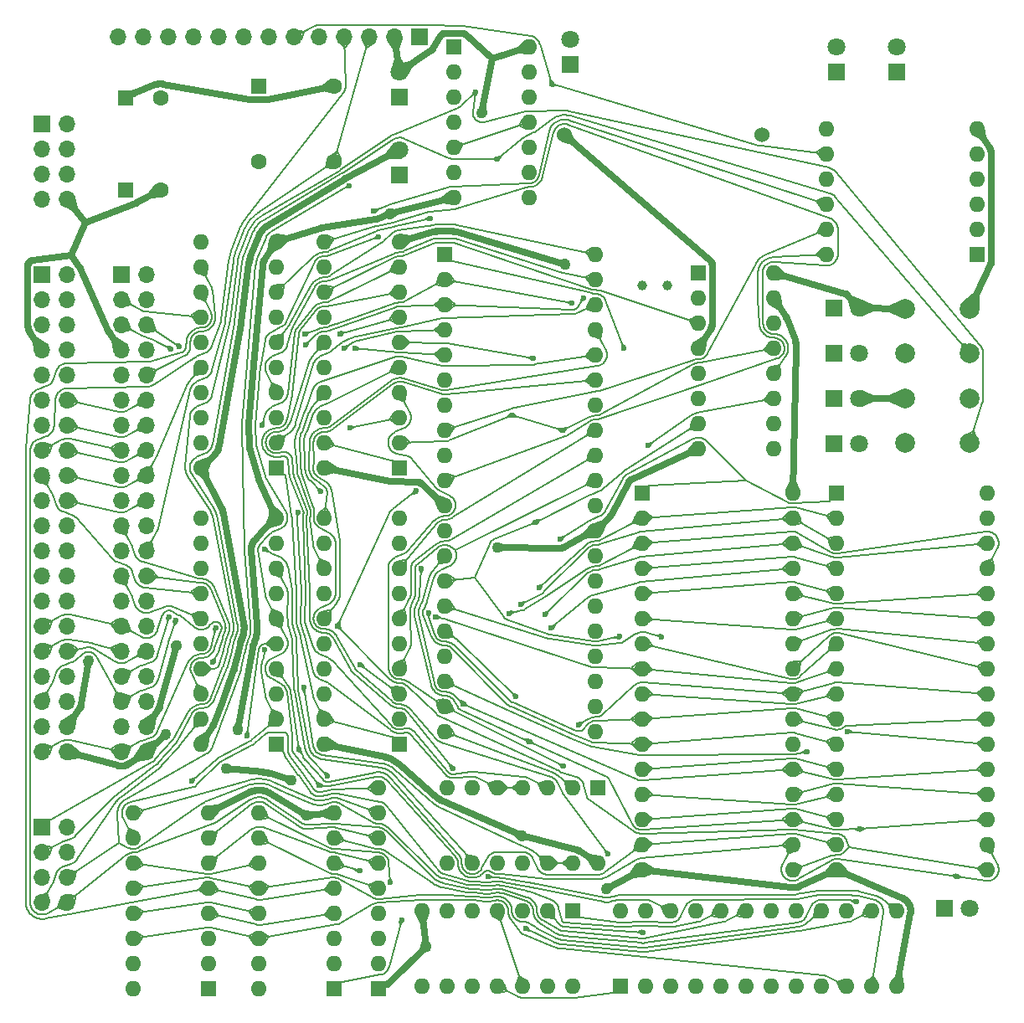
<source format=gbr>
%TF.GenerationSoftware,KiCad,Pcbnew,(5.1.9)-1*%
%TF.CreationDate,2021-05-23T14:47:50-04:00*%
%TF.ProjectId,cpu2,63707532-2e6b-4696-9361-645f70636258,rev?*%
%TF.SameCoordinates,Original*%
%TF.FileFunction,Copper,L1,Top*%
%TF.FilePolarity,Positive*%
%FSLAX46Y46*%
G04 Gerber Fmt 4.6, Leading zero omitted, Abs format (unit mm)*
G04 Created by KiCad (PCBNEW (5.1.9)-1) date 2021-05-23 14:47:50*
%MOMM*%
%LPD*%
G01*
G04 APERTURE LIST*
%TA.AperFunction,ComponentPad*%
%ADD10C,1.800000*%
%TD*%
%TA.AperFunction,ComponentPad*%
%ADD11R,1.800000X1.800000*%
%TD*%
%TA.AperFunction,ComponentPad*%
%ADD12O,1.700000X1.700000*%
%TD*%
%TA.AperFunction,ComponentPad*%
%ADD13R,1.700000X1.700000*%
%TD*%
%TA.AperFunction,ComponentPad*%
%ADD14C,1.600000*%
%TD*%
%TA.AperFunction,ComponentPad*%
%ADD15R,1.600000X1.600000*%
%TD*%
%TA.AperFunction,ComponentPad*%
%ADD16C,2.000000*%
%TD*%
%TA.AperFunction,ComponentPad*%
%ADD17O,1.600000X1.600000*%
%TD*%
%TA.AperFunction,ComponentPad*%
%ADD18C,1.000000*%
%TD*%
%TA.AperFunction,ComponentPad*%
%ADD19C,1.524000*%
%TD*%
%TA.AperFunction,ViaPad*%
%ADD20C,1.100000*%
%TD*%
%TA.AperFunction,ViaPad*%
%ADD21C,0.600000*%
%TD*%
%TA.AperFunction,Conductor*%
%ADD22C,0.700000*%
%TD*%
%TA.AperFunction,Conductor*%
%ADD23C,0.200000*%
%TD*%
G04 APERTURE END LIST*
D10*
%TO.P,D10,2*%
%TO.N,+5V*%
X105156000Y-62992000D03*
D11*
%TO.P,D10,1*%
%TO.N,Net-(D10-Pad1)*%
X102616000Y-62992000D03*
%TD*%
D10*
%TO.P,D9,2*%
%TO.N,+5V*%
X105156000Y-58420000D03*
D11*
%TO.P,D9,1*%
%TO.N,Net-(D9-Pad1)*%
X102616000Y-58420000D03*
%TD*%
D10*
%TO.P,D8,2*%
%TO.N,+5V*%
X116332000Y-109982000D03*
D11*
%TO.P,D8,1*%
%TO.N,Net-(D8-Pad1)*%
X113792000Y-109982000D03*
%TD*%
D10*
%TO.P,D7,2*%
%TO.N,+5V*%
X108966000Y-22860000D03*
D11*
%TO.P,D7,1*%
%TO.N,Net-(D7-Pad1)*%
X108966000Y-25400000D03*
%TD*%
D10*
%TO.P,D6,2*%
%TO.N,+5V*%
X102870000Y-22860000D03*
D11*
%TO.P,D6,1*%
%TO.N,Net-(D6-Pad1)*%
X102870000Y-25400000D03*
%TD*%
D12*
%TO.P,J5,13*%
%TO.N,D7*%
X30226000Y-21844000D03*
%TO.P,J5,12*%
%TO.N,D6*%
X32766000Y-21844000D03*
%TO.P,J5,11*%
%TO.N,D5*%
X35306000Y-21844000D03*
%TO.P,J5,10*%
%TO.N,D4*%
X37846000Y-21844000D03*
%TO.P,J5,9*%
%TO.N,D3*%
X40386000Y-21844000D03*
%TO.P,J5,8*%
%TO.N,D2*%
X42926000Y-21844000D03*
%TO.P,J5,7*%
%TO.N,D1*%
X45466000Y-21844000D03*
%TO.P,J5,6*%
%TO.N,D0*%
X48006000Y-21844000D03*
%TO.P,J5,5*%
%TO.N,Net-(J1-Pad6)*%
X50546000Y-21844000D03*
%TO.P,J5,4*%
%TO.N,Net-(J1-Pad8)*%
X53086000Y-21844000D03*
%TO.P,J5,3*%
%TO.N,CLK*%
X55626000Y-21844000D03*
%TO.P,J5,2*%
%TO.N,+5V*%
X58166000Y-21844000D03*
D13*
%TO.P,J5,1*%
%TO.N,GND*%
X60706000Y-21844000D03*
%TD*%
D10*
%TO.P,D5,2*%
%TO.N,+5V*%
X58674000Y-25400000D03*
D11*
%TO.P,D5,1*%
%TO.N,Net-(D5-Pad1)*%
X58674000Y-27940000D03*
%TD*%
D10*
%TO.P,D4,2*%
%TO.N,+5V*%
X58674000Y-33274000D03*
D11*
%TO.P,D4,1*%
%TO.N,Net-(D4-Pad1)*%
X58674000Y-35814000D03*
%TD*%
D10*
%TO.P,D3,2*%
%TO.N,+5V*%
X75946000Y-22098000D03*
D11*
%TO.P,D3,1*%
%TO.N,Net-(D3-Pad1)*%
X75946000Y-24638000D03*
%TD*%
D14*
%TO.P,C3,2*%
%TO.N,GND*%
X34500000Y-37300000D03*
D15*
%TO.P,C3,1*%
%TO.N,+5V*%
X31000000Y-37300000D03*
%TD*%
D16*
%TO.P,SW2,1*%
%TO.N,+5V*%
X116332000Y-58420000D03*
%TO.P,SW2,2*%
%TO.N,Net-(J1-Pad1)*%
X116332000Y-62920000D03*
%TO.P,SW2,1*%
%TO.N,+5V*%
X109832000Y-58420000D03*
%TO.P,SW2,2*%
%TO.N,Net-(J1-Pad1)*%
X109832000Y-62920000D03*
%TD*%
%TO.P,SW1,1*%
%TO.N,+5V*%
X116332000Y-49348000D03*
%TO.P,SW1,2*%
%TO.N,Net-(J1-Pad3)*%
X116332000Y-53848000D03*
%TO.P,SW1,1*%
%TO.N,+5V*%
X109832000Y-49348000D03*
%TO.P,SW1,2*%
%TO.N,Net-(J1-Pad3)*%
X109832000Y-53848000D03*
%TD*%
D15*
%TO.P,U8,1*%
%TO.N,Net-(U8-Pad1)*%
X88900000Y-45720000D03*
D17*
%TO.P,U8,9*%
%TO.N,GND*%
X96520000Y-63500000D03*
%TO.P,U8,2*%
%TO.N,Net-(U8-Pad2)*%
X88900000Y-48260000D03*
%TO.P,U8,10*%
%TO.N,Net-(U12-Pad22)*%
X96520000Y-60960000D03*
%TO.P,U8,3*%
%TO.N,~WRITE~*%
X88900000Y-50800000D03*
%TO.P,U8,11*%
%TO.N,~RAM0~*%
X96520000Y-58420000D03*
%TO.P,U8,4*%
%TO.N,Net-(BT1-Pad1)*%
X88900000Y-53340000D03*
%TO.P,U8,12*%
%TO.N,~READ~*%
X96520000Y-55880000D03*
%TO.P,U8,5*%
%TO.N,GND*%
X88900000Y-55880000D03*
%TO.P,U8,13*%
%TO.N,~SYSRES~*%
X96520000Y-53340000D03*
%TO.P,U8,6*%
%TO.N,D0*%
X88900000Y-58420000D03*
%TO.P,U8,14*%
%TO.N,GND*%
X96520000Y-50800000D03*
%TO.P,U8,7*%
%TO.N,D0*%
X88900000Y-60960000D03*
%TO.P,U8,15*%
%TO.N,VCCMEM*%
X96520000Y-48260000D03*
%TO.P,U8,8*%
%TO.N,GND*%
X88900000Y-63500000D03*
%TO.P,U8,16*%
%TO.N,+5V*%
X96520000Y-45720000D03*
%TD*%
D18*
%TO.P,Y1,2*%
%TO.N,Net-(U8-Pad2)*%
X85725000Y-46990000D03*
%TO.P,Y1,1*%
%TO.N,Net-(U8-Pad1)*%
X83185000Y-46990000D03*
%TD*%
D19*
%TO.P,BT1,1*%
%TO.N,Net-(BT1-Pad1)*%
X75330000Y-31750000D03*
%TO.P,BT1,2*%
%TO.N,GND*%
X95330000Y-31750000D03*
%TD*%
D14*
%TO.P,C8,2*%
%TO.N,GND*%
X34500000Y-28000000D03*
D15*
%TO.P,C8,1*%
%TO.N,+5V*%
X31000000Y-28000000D03*
%TD*%
D17*
%TO.P,U10,14*%
%TO.N,+5V*%
X78740000Y-105410000D03*
%TO.P,U10,7*%
%TO.N,GND*%
X63500000Y-97790000D03*
%TO.P,U10,13*%
%TO.N,~F_WAIT~*%
X76200000Y-105410000D03*
%TO.P,U10,6*%
%TO.N,~INUSE~*%
X66040000Y-97790000D03*
%TO.P,U10,12*%
%TO.N,~F_WAIT~*%
X73660000Y-105410000D03*
%TO.P,U10,5*%
%TO.N,~F_INUSE~*%
X68580000Y-97790000D03*
%TO.P,U10,11*%
%TO.N,~WAIT~*%
X71120000Y-105410000D03*
%TO.P,U10,4*%
%TO.N,~F_INUSE~*%
X71120000Y-97790000D03*
%TO.P,U10,10*%
%TO.N,~F_INT~*%
X68580000Y-105410000D03*
%TO.P,U10,3*%
%TO.N,~INTAK~*%
X73660000Y-97790000D03*
%TO.P,U10,9*%
%TO.N,~F_INT~*%
X66040000Y-105410000D03*
%TO.P,U10,2*%
%TO.N,~IORQ~*%
X76200000Y-97790000D03*
%TO.P,U10,8*%
%TO.N,~INT~*%
X63500000Y-105410000D03*
D15*
%TO.P,U10,1*%
%TO.N,M1*%
X78740000Y-97790000D03*
%TD*%
D17*
%TO.P,U6,14*%
%TO.N,+5V*%
X76200000Y-117856000D03*
%TO.P,U6,7*%
%TO.N,GND*%
X60960000Y-110236000D03*
%TO.P,U6,13*%
%TO.N,~IORQ~*%
X73660000Y-117856000D03*
%TO.P,U6,6*%
%TO.N,~WRITE~*%
X63500000Y-110236000D03*
%TO.P,U6,12*%
%TO.N,~WR~*%
X71120000Y-117856000D03*
%TO.P,U6,5*%
%TO.N,~MREQ~*%
X66040000Y-110236000D03*
%TO.P,U6,11*%
%TO.N,~OUT~*%
X68580000Y-117856000D03*
%TO.P,U6,4*%
%TO.N,~WR~*%
X68580000Y-110236000D03*
%TO.P,U6,10*%
%TO.N,~IORQ~*%
X66040000Y-117856000D03*
%TO.P,U6,3*%
%TO.N,~READ~*%
X71120000Y-110236000D03*
%TO.P,U6,9*%
%TO.N,~RD~*%
X63500000Y-117856000D03*
%TO.P,U6,2*%
%TO.N,~MREQ~*%
X73660000Y-110236000D03*
%TO.P,U6,8*%
%TO.N,~IN~*%
X60960000Y-117856000D03*
D15*
%TO.P,U6,1*%
%TO.N,~RD~*%
X76200000Y-110236000D03*
%TD*%
D17*
%TO.P,U1,14*%
%TO.N,+5V*%
X71755000Y-22860000D03*
%TO.P,U1,7*%
%TO.N,GND*%
X64135000Y-38100000D03*
%TO.P,U1,13*%
%TO.N,Net-(C2-Pad2)*%
X71755000Y-25400000D03*
%TO.P,U1,6*%
%TO.N,Net-(R14-Pad1)*%
X64135000Y-35560000D03*
%TO.P,U1,12*%
%TO.N,Net-(C2-Pad2)*%
X71755000Y-27940000D03*
%TO.P,U1,5*%
%TO.N,~SYSRES~*%
X64135000Y-33020000D03*
%TO.P,U1,11*%
X71755000Y-30480000D03*
%TO.P,U1,4*%
%TO.N,Net-(U1-Pad3)*%
X64135000Y-30480000D03*
%TO.P,U1,10*%
%TO.N,Net-(C1-Pad2)*%
X71755000Y-33020000D03*
%TO.P,U1,3*%
%TO.N,Net-(U1-Pad3)*%
X64135000Y-27940000D03*
%TO.P,U1,9*%
%TO.N,Net-(C1-Pad2)*%
X71755000Y-35560000D03*
%TO.P,U1,2*%
%TO.N,~BankSel~*%
X64135000Y-25400000D03*
%TO.P,U1,8*%
%TO.N,Net-(J1-Pad5)*%
X71755000Y-38100000D03*
D15*
%TO.P,U1,1*%
%TO.N,Net-(R14-Pad1)*%
X64135000Y-22860000D03*
%TD*%
D17*
%TO.P,U5,24*%
%TO.N,+5V*%
X81026000Y-110236000D03*
%TO.P,U5,12*%
%TO.N,GND*%
X108966000Y-117856000D03*
%TO.P,U5,23*%
%TO.N,~IORQ~*%
X83566000Y-110236000D03*
%TO.P,U5,11*%
%TO.N,~RD~*%
X106426000Y-117856000D03*
%TO.P,U5,22*%
%TO.N,~BUSBUF~*%
X86106000Y-110236000D03*
%TO.P,U5,10*%
%TO.N,A0*%
X103886000Y-117856000D03*
%TO.P,U5,21*%
%TO.N,~DISP1~*%
X88646000Y-110236000D03*
%TO.P,U5,9*%
%TO.N,A1*%
X101346000Y-117856000D03*
%TO.P,U5,20*%
%TO.N,Net-(J1-Pad6)*%
X91186000Y-110236000D03*
%TO.P,U5,8*%
%TO.N,A2*%
X98806000Y-117856000D03*
%TO.P,U5,19*%
%TO.N,Net-(J1-Pad8)*%
X93726000Y-110236000D03*
%TO.P,U5,7*%
%TO.N,A3*%
X96266000Y-117856000D03*
%TO.P,U5,18*%
%TO.N,~RAM0~*%
X96266000Y-110236000D03*
%TO.P,U5,6*%
%TO.N,A4*%
X93726000Y-117856000D03*
%TO.P,U5,17*%
%TO.N,~ROM0~*%
X98806000Y-110236000D03*
%TO.P,U5,5*%
%TO.N,A5*%
X91186000Y-117856000D03*
%TO.P,U5,16*%
%TO.N,~BankSel~*%
X101346000Y-110236000D03*
%TO.P,U5,4*%
%TO.N,A6*%
X88646000Y-117856000D03*
%TO.P,U5,15*%
%TO.N,RAM~ROM~*%
X103886000Y-110236000D03*
%TO.P,U5,3*%
%TO.N,A7*%
X86106000Y-117856000D03*
%TO.P,U5,14*%
%TO.N,MEMCHIP*%
X106426000Y-110236000D03*
%TO.P,U5,2*%
%TO.N,~MREQ~*%
X83566000Y-117856000D03*
%TO.P,U5,13*%
%TO.N,~INUSE~*%
X108966000Y-110236000D03*
D15*
%TO.P,U5,1*%
%TO.N,~OUT~*%
X81026000Y-117856000D03*
%TD*%
D17*
%TO.P,U4,16*%
%TO.N,+5V*%
X44450000Y-118110000D03*
%TO.P,U4,8*%
%TO.N,GND*%
X52070000Y-100330000D03*
%TO.P,U4,15*%
%TO.N,D4*%
X44450000Y-115570000D03*
%TO.P,U4,7*%
%TO.N,Net-(R19-Pad1)*%
X52070000Y-102870000D03*
%TO.P,U4,14*%
%TO.N,A0*%
X44450000Y-113030000D03*
%TO.P,U4,6*%
%TO.N,~EXMEM~*%
X52070000Y-105410000D03*
%TO.P,U4,13*%
%TO.N,A1*%
X44450000Y-110490000D03*
%TO.P,U4,5*%
%TO.N,A14*%
X52070000Y-107950000D03*
%TO.P,U4,12*%
%TO.N,~BankSel~*%
X44450000Y-107950000D03*
%TO.P,U4,4*%
%TO.N,A15*%
X52070000Y-110490000D03*
%TO.P,U4,11*%
%TO.N,Net-(R14-Pad1)*%
X44450000Y-105410000D03*
%TO.P,U4,3*%
%TO.N,D7*%
X52070000Y-113030000D03*
%TO.P,U4,10*%
%TO.N,S4*%
X44450000Y-102870000D03*
%TO.P,U4,2*%
%TO.N,D6*%
X52070000Y-115570000D03*
%TO.P,U4,9*%
%TO.N,MEMCHIP*%
X44450000Y-100330000D03*
D15*
%TO.P,U4,1*%
%TO.N,D5*%
X52070000Y-118110000D03*
%TD*%
D17*
%TO.P,U3,16*%
%TO.N,+5V*%
X31750000Y-118110000D03*
%TO.P,U3,8*%
%TO.N,GND*%
X39370000Y-100330000D03*
%TO.P,U3,15*%
%TO.N,D0*%
X31750000Y-115570000D03*
%TO.P,U3,7*%
%TO.N,S2*%
X39370000Y-102870000D03*
%TO.P,U3,14*%
%TO.N,A0*%
X31750000Y-113030000D03*
%TO.P,U3,6*%
%TO.N,S3*%
X39370000Y-105410000D03*
%TO.P,U3,13*%
%TO.N,A1*%
X31750000Y-110490000D03*
%TO.P,U3,5*%
%TO.N,A14*%
X39370000Y-107950000D03*
%TO.P,U3,12*%
%TO.N,~BankSel~*%
X31750000Y-107950000D03*
%TO.P,U3,4*%
%TO.N,A15*%
X39370000Y-110490000D03*
%TO.P,U3,11*%
%TO.N,Net-(R14-Pad1)*%
X31750000Y-105410000D03*
%TO.P,U3,3*%
%TO.N,D3*%
X39370000Y-113030000D03*
%TO.P,U3,10*%
%TO.N,S0*%
X31750000Y-102870000D03*
%TO.P,U3,2*%
%TO.N,D2*%
X39370000Y-115570000D03*
%TO.P,U3,9*%
%TO.N,S1*%
X31750000Y-100330000D03*
D15*
%TO.P,U3,1*%
%TO.N,D1*%
X39370000Y-118110000D03*
%TD*%
D17*
%TO.P,U2,40*%
%TO.N,A10*%
X78499000Y-43815000D03*
%TO.P,U2,20*%
%TO.N,~IORQ~*%
X63259000Y-92075000D03*
%TO.P,U2,39*%
%TO.N,A9*%
X78499000Y-46355000D03*
%TO.P,U2,19*%
%TO.N,~MREQ~*%
X63259000Y-89535000D03*
%TO.P,U2,38*%
%TO.N,A8*%
X78499000Y-48895000D03*
%TO.P,U2,18*%
%TO.N,Net-(R8-Pad1)*%
X63259000Y-86995000D03*
%TO.P,U2,37*%
%TO.N,A7*%
X78499000Y-51435000D03*
%TO.P,U2,17*%
%TO.N,Net-(J1-Pad5)*%
X63259000Y-84455000D03*
%TO.P,U2,36*%
%TO.N,A6*%
X78499000Y-53975000D03*
%TO.P,U2,16*%
%TO.N,~INT~*%
X63259000Y-81915000D03*
%TO.P,U2,35*%
%TO.N,A5*%
X78499000Y-56515000D03*
%TO.P,U2,15*%
%TO.N,D1*%
X63259000Y-79375000D03*
%TO.P,U2,34*%
%TO.N,A4*%
X78499000Y-59055000D03*
%TO.P,U2,14*%
%TO.N,D0*%
X63259000Y-76835000D03*
%TO.P,U2,33*%
%TO.N,A3*%
X78499000Y-61595000D03*
%TO.P,U2,13*%
%TO.N,D7*%
X63259000Y-74295000D03*
%TO.P,U2,32*%
%TO.N,A2*%
X78499000Y-64135000D03*
%TO.P,U2,12*%
%TO.N,D2*%
X63259000Y-71755000D03*
%TO.P,U2,31*%
%TO.N,A1*%
X78499000Y-66675000D03*
%TO.P,U2,11*%
%TO.N,+5V*%
X63259000Y-69215000D03*
%TO.P,U2,30*%
%TO.N,A0*%
X78499000Y-69215000D03*
%TO.P,U2,10*%
%TO.N,D6*%
X63259000Y-66675000D03*
%TO.P,U2,29*%
%TO.N,GND*%
X78499000Y-71755000D03*
%TO.P,U2,9*%
%TO.N,D5*%
X63259000Y-64135000D03*
%TO.P,U2,28*%
%TO.N,Net-(U2-Pad28)*%
X78499000Y-74295000D03*
%TO.P,U2,8*%
%TO.N,D3*%
X63259000Y-61595000D03*
%TO.P,U2,27*%
%TO.N,M1*%
X78499000Y-76835000D03*
%TO.P,U2,7*%
%TO.N,D4*%
X63259000Y-59055000D03*
%TO.P,U2,26*%
%TO.N,~SYSRES~*%
X78499000Y-79375000D03*
%TO.P,U2,6*%
%TO.N,CLK*%
X63259000Y-56515000D03*
%TO.P,U2,25*%
%TO.N,Net-(R7-Pad1)*%
X78499000Y-81915000D03*
%TO.P,U2,5*%
%TO.N,A15*%
X63259000Y-53975000D03*
%TO.P,U2,24*%
%TO.N,~WAIT~*%
X78499000Y-84455000D03*
%TO.P,U2,4*%
%TO.N,A14*%
X63259000Y-51435000D03*
%TO.P,U2,23*%
%TO.N,Net-(U2-Pad23)*%
X78499000Y-86995000D03*
%TO.P,U2,3*%
%TO.N,A13*%
X63259000Y-48895000D03*
%TO.P,U2,22*%
%TO.N,~WR~*%
X78499000Y-89535000D03*
%TO.P,U2,2*%
%TO.N,A12*%
X63259000Y-46355000D03*
%TO.P,U2,21*%
%TO.N,~RD~*%
X78499000Y-92075000D03*
D15*
%TO.P,U2,1*%
%TO.N,A11*%
X63259000Y-43815000D03*
%TD*%
%TO.P,U12,1*%
%TO.N,S4*%
X83185000Y-67945000D03*
D17*
%TO.P,U12,17*%
%TO.N,D3*%
X98425000Y-106045000D03*
%TO.P,U12,2*%
%TO.N,S2*%
X83185000Y-70485000D03*
%TO.P,U12,18*%
%TO.N,D4*%
X98425000Y-103505000D03*
%TO.P,U12,3*%
%TO.N,S0*%
X83185000Y-73025000D03*
%TO.P,U12,19*%
%TO.N,D5*%
X98425000Y-100965000D03*
%TO.P,U12,4*%
%TO.N,A12*%
X83185000Y-75565000D03*
%TO.P,U12,20*%
%TO.N,D6*%
X98425000Y-98425000D03*
%TO.P,U12,5*%
%TO.N,A7*%
X83185000Y-78105000D03*
%TO.P,U12,21*%
%TO.N,D7*%
X98425000Y-95885000D03*
%TO.P,U12,6*%
%TO.N,A6*%
X83185000Y-80645000D03*
%TO.P,U12,22*%
%TO.N,Net-(U12-Pad22)*%
X98425000Y-93345000D03*
%TO.P,U12,7*%
%TO.N,A5*%
X83185000Y-83185000D03*
%TO.P,U12,23*%
%TO.N,A10*%
X98425000Y-90805000D03*
%TO.P,U12,8*%
%TO.N,A4*%
X83185000Y-85725000D03*
%TO.P,U12,24*%
%TO.N,~READ~*%
X98425000Y-88265000D03*
%TO.P,U12,9*%
%TO.N,A3*%
X83185000Y-88265000D03*
%TO.P,U12,25*%
%TO.N,A11*%
X98425000Y-85725000D03*
%TO.P,U12,10*%
%TO.N,A2*%
X83185000Y-90805000D03*
%TO.P,U12,26*%
%TO.N,A9*%
X98425000Y-83185000D03*
%TO.P,U12,11*%
%TO.N,A1*%
X83185000Y-93345000D03*
%TO.P,U12,27*%
%TO.N,A8*%
X98425000Y-80645000D03*
%TO.P,U12,12*%
%TO.N,A0*%
X83185000Y-95885000D03*
%TO.P,U12,28*%
%TO.N,A13*%
X98425000Y-78105000D03*
%TO.P,U12,13*%
%TO.N,D0*%
X83185000Y-98425000D03*
%TO.P,U12,29*%
%TO.N,~WRITE~*%
X98425000Y-75565000D03*
%TO.P,U12,14*%
%TO.N,D1*%
X83185000Y-100965000D03*
%TO.P,U12,30*%
%TO.N,S3*%
X98425000Y-73025000D03*
%TO.P,U12,15*%
%TO.N,D2*%
X83185000Y-103505000D03*
%TO.P,U12,31*%
%TO.N,S1*%
X98425000Y-70485000D03*
%TO.P,U12,16*%
%TO.N,GND*%
X83185000Y-106045000D03*
%TO.P,U12,32*%
%TO.N,VCCMEM*%
X98425000Y-67945000D03*
%TD*%
%TO.P,U11,32*%
%TO.N,+5V*%
X118110000Y-67945000D03*
%TO.P,U11,16*%
%TO.N,GND*%
X102870000Y-106045000D03*
%TO.P,U11,31*%
%TO.N,+5V*%
X118110000Y-70485000D03*
%TO.P,U11,15*%
%TO.N,D2*%
X102870000Y-103505000D03*
%TO.P,U11,30*%
%TO.N,S3*%
X118110000Y-73025000D03*
%TO.P,U11,14*%
%TO.N,D1*%
X102870000Y-100965000D03*
%TO.P,U11,29*%
%TO.N,S0*%
X118110000Y-75565000D03*
%TO.P,U11,13*%
%TO.N,D0*%
X102870000Y-98425000D03*
%TO.P,U11,28*%
%TO.N,A13*%
X118110000Y-78105000D03*
%TO.P,U11,12*%
%TO.N,A0*%
X102870000Y-95885000D03*
%TO.P,U11,27*%
%TO.N,A8*%
X118110000Y-80645000D03*
%TO.P,U11,11*%
%TO.N,A1*%
X102870000Y-93345000D03*
%TO.P,U11,26*%
%TO.N,A9*%
X118110000Y-83185000D03*
%TO.P,U11,10*%
%TO.N,A2*%
X102870000Y-90805000D03*
%TO.P,U11,25*%
%TO.N,A11*%
X118110000Y-85725000D03*
%TO.P,U11,9*%
%TO.N,A3*%
X102870000Y-88265000D03*
%TO.P,U11,24*%
%TO.N,~READ~*%
X118110000Y-88265000D03*
%TO.P,U11,8*%
%TO.N,A4*%
X102870000Y-85725000D03*
%TO.P,U11,23*%
%TO.N,A10*%
X118110000Y-90805000D03*
%TO.P,U11,7*%
%TO.N,A5*%
X102870000Y-83185000D03*
%TO.P,U11,22*%
%TO.N,~ROM0~*%
X118110000Y-93345000D03*
%TO.P,U11,6*%
%TO.N,A6*%
X102870000Y-80645000D03*
%TO.P,U11,21*%
%TO.N,D7*%
X118110000Y-95885000D03*
%TO.P,U11,5*%
%TO.N,A7*%
X102870000Y-78105000D03*
%TO.P,U11,20*%
%TO.N,D6*%
X118110000Y-98425000D03*
%TO.P,U11,4*%
%TO.N,A12*%
X102870000Y-75565000D03*
%TO.P,U11,19*%
%TO.N,D5*%
X118110000Y-100965000D03*
%TO.P,U11,3*%
%TO.N,S1*%
X102870000Y-73025000D03*
%TO.P,U11,18*%
%TO.N,D4*%
X118110000Y-103505000D03*
%TO.P,U11,2*%
%TO.N,S2*%
X102870000Y-70485000D03*
%TO.P,U11,17*%
%TO.N,D3*%
X118110000Y-106045000D03*
D15*
%TO.P,U11,1*%
%TO.N,S4*%
X102870000Y-67945000D03*
%TD*%
D17*
%TO.P,U16,20*%
%TO.N,+5V*%
X38608000Y-65405000D03*
%TO.P,U16,10*%
%TO.N,GND*%
X46228000Y-42545000D03*
%TO.P,U16,19*%
%TO.N,Net-(J1-Pad7)*%
X38608000Y-62865000D03*
%TO.P,U16,9*%
%TO.N,F_A15*%
X46228000Y-45085000D03*
%TO.P,U16,18*%
%TO.N,F_A8*%
X38608000Y-60325000D03*
%TO.P,U16,8*%
%TO.N,A11*%
X46228000Y-47625000D03*
%TO.P,U16,17*%
%TO.N,A12*%
X38608000Y-57785000D03*
%TO.P,U16,7*%
%TO.N,F_A14*%
X46228000Y-50165000D03*
%TO.P,U16,16*%
%TO.N,F_A9*%
X38608000Y-55245000D03*
%TO.P,U16,6*%
%TO.N,A10*%
X46228000Y-52705000D03*
%TO.P,U16,15*%
%TO.N,A13*%
X38608000Y-52705000D03*
%TO.P,U16,5*%
%TO.N,F_A13*%
X46228000Y-55245000D03*
%TO.P,U16,14*%
%TO.N,F_A10*%
X38608000Y-50165000D03*
%TO.P,U16,4*%
%TO.N,A9*%
X46228000Y-57785000D03*
%TO.P,U16,13*%
%TO.N,A14*%
X38608000Y-47625000D03*
%TO.P,U16,3*%
%TO.N,F_A12*%
X46228000Y-60325000D03*
%TO.P,U16,12*%
%TO.N,F_A11*%
X38608000Y-45085000D03*
%TO.P,U16,2*%
%TO.N,A8*%
X46228000Y-62865000D03*
%TO.P,U16,11*%
%TO.N,A15*%
X38608000Y-42545000D03*
D15*
%TO.P,U16,1*%
%TO.N,Net-(J1-Pad7)*%
X46228000Y-65405000D03*
%TD*%
D17*
%TO.P,U15,20*%
%TO.N,+5V*%
X51054000Y-93345000D03*
%TO.P,U15,10*%
%TO.N,GND*%
X58674000Y-70485000D03*
%TO.P,U15,19*%
%TO.N,Net-(J1-Pad7)*%
X51054000Y-90805000D03*
%TO.P,U15,9*%
%TO.N,F_A7*%
X58674000Y-73025000D03*
%TO.P,U15,18*%
%TO.N,F_A0*%
X51054000Y-88265000D03*
%TO.P,U15,8*%
%TO.N,A3*%
X58674000Y-75565000D03*
%TO.P,U15,17*%
%TO.N,A4*%
X51054000Y-85725000D03*
%TO.P,U15,7*%
%TO.N,F_A6*%
X58674000Y-78105000D03*
%TO.P,U15,16*%
%TO.N,F_A1*%
X51054000Y-83185000D03*
%TO.P,U15,6*%
%TO.N,A2*%
X58674000Y-80645000D03*
%TO.P,U15,15*%
%TO.N,A5*%
X51054000Y-80645000D03*
%TO.P,U15,5*%
%TO.N,F_A5*%
X58674000Y-83185000D03*
%TO.P,U15,14*%
%TO.N,F_A2*%
X51054000Y-78105000D03*
%TO.P,U15,4*%
%TO.N,A1*%
X58674000Y-85725000D03*
%TO.P,U15,13*%
%TO.N,A6*%
X51054000Y-75565000D03*
%TO.P,U15,3*%
%TO.N,F_A4*%
X58674000Y-88265000D03*
%TO.P,U15,12*%
%TO.N,F_A3*%
X51054000Y-73025000D03*
%TO.P,U15,2*%
%TO.N,A0*%
X58674000Y-90805000D03*
%TO.P,U15,11*%
%TO.N,A7*%
X51054000Y-70485000D03*
D15*
%TO.P,U15,1*%
%TO.N,Net-(J1-Pad7)*%
X58674000Y-93345000D03*
%TD*%
D17*
%TO.P,U14,20*%
%TO.N,+5V*%
X51054000Y-65405000D03*
%TO.P,U14,10*%
%TO.N,GND*%
X58674000Y-42545000D03*
%TO.P,U14,19*%
%TO.N,Net-(J1-Pad7)*%
X51054000Y-62865000D03*
%TO.P,U14,9*%
%TO.N,~F_READ~*%
X58674000Y-45085000D03*
%TO.P,U14,18*%
%TO.N,~F_SYSRES~*%
X51054000Y-60325000D03*
%TO.P,U14,8*%
%TO.N,~INTAK~*%
X58674000Y-47625000D03*
%TO.P,U14,17*%
%TO.N,~OUT~*%
X51054000Y-57785000D03*
%TO.P,U14,7*%
%TO.N,~F_WRITE~*%
X58674000Y-50165000D03*
%TO.P,U14,16*%
%TO.N,~F_MREQ~*%
X51054000Y-55245000D03*
%TO.P,U14,6*%
%TO.N,~EXMEM~*%
X58674000Y-52705000D03*
%TO.P,U14,15*%
%TO.N,~IN~*%
X51054000Y-52705000D03*
%TO.P,U14,5*%
%TO.N,~F_IN~*%
X58674000Y-55245000D03*
%TO.P,U14,14*%
%TO.N,~F_EXMEM~*%
X51054000Y-50165000D03*
%TO.P,U14,4*%
%TO.N,~MREQ~*%
X58674000Y-57785000D03*
%TO.P,U14,13*%
%TO.N,~WRITE~*%
X51054000Y-47625000D03*
%TO.P,U14,3*%
%TO.N,~F_OUT~*%
X58674000Y-60325000D03*
%TO.P,U14,12*%
%TO.N,~F_INTAK~*%
X51054000Y-45085000D03*
%TO.P,U14,2*%
%TO.N,~SYSRES~*%
X58674000Y-62865000D03*
%TO.P,U14,11*%
%TO.N,~READ~*%
X51054000Y-42545000D03*
D15*
%TO.P,U14,1*%
%TO.N,Net-(J1-Pad7)*%
X58674000Y-65405000D03*
%TD*%
%TO.P,U13,1*%
%TO.N,~BUSBUF~*%
X46228000Y-93345000D03*
D17*
%TO.P,U13,11*%
%TO.N,F_D7*%
X38608000Y-70485000D03*
%TO.P,U13,2*%
%TO.N,D0*%
X46228000Y-90805000D03*
%TO.P,U13,12*%
%TO.N,F_D6*%
X38608000Y-73025000D03*
%TO.P,U13,3*%
%TO.N,D1*%
X46228000Y-88265000D03*
%TO.P,U13,13*%
%TO.N,F_D5*%
X38608000Y-75565000D03*
%TO.P,U13,4*%
%TO.N,D2*%
X46228000Y-85725000D03*
%TO.P,U13,14*%
%TO.N,F_D4*%
X38608000Y-78105000D03*
%TO.P,U13,5*%
%TO.N,D3*%
X46228000Y-83185000D03*
%TO.P,U13,15*%
%TO.N,F_D3*%
X38608000Y-80645000D03*
%TO.P,U13,6*%
%TO.N,D4*%
X46228000Y-80645000D03*
%TO.P,U13,16*%
%TO.N,F_D2*%
X38608000Y-83185000D03*
%TO.P,U13,7*%
%TO.N,D5*%
X46228000Y-78105000D03*
%TO.P,U13,17*%
%TO.N,F_D1*%
X38608000Y-85725000D03*
%TO.P,U13,8*%
%TO.N,D6*%
X46228000Y-75565000D03*
%TO.P,U13,18*%
%TO.N,F_D0*%
X38608000Y-88265000D03*
%TO.P,U13,9*%
%TO.N,D7*%
X46228000Y-73025000D03*
%TO.P,U13,19*%
%TO.N,Net-(J1-Pad7)*%
X38608000Y-90805000D03*
%TO.P,U13,10*%
%TO.N,GND*%
X46228000Y-70485000D03*
%TO.P,U13,20*%
%TO.N,+5V*%
X38608000Y-93345000D03*
%TD*%
D13*
%TO.P,J2,1*%
%TO.N,+5V*%
X22540000Y-30600000D03*
D12*
%TO.P,J2,2*%
%TO.N,GND*%
X25080000Y-30600000D03*
%TO.P,J2,3*%
%TO.N,+5V*%
X22540000Y-33140000D03*
%TO.P,J2,4*%
%TO.N,GND*%
X25080000Y-33140000D03*
%TO.P,J2,5*%
%TO.N,Net-(J2-Pad5)*%
X22540000Y-35680000D03*
%TO.P,J2,6*%
%TO.N,GND*%
X25080000Y-35680000D03*
%TO.P,J2,7*%
%TO.N,Net-(J2-Pad7)*%
X22540000Y-38220000D03*
%TO.P,J2,8*%
%TO.N,GND*%
X25080000Y-38220000D03*
%TD*%
%TO.P,J1,8*%
%TO.N,Net-(J1-Pad8)*%
X25080000Y-109400000D03*
%TO.P,J1,7*%
%TO.N,Net-(J1-Pad7)*%
X22540000Y-109400000D03*
%TO.P,J1,6*%
%TO.N,Net-(J1-Pad6)*%
X25080000Y-106860000D03*
%TO.P,J1,5*%
%TO.N,Net-(J1-Pad5)*%
X22540000Y-106860000D03*
%TO.P,J1,4*%
%TO.N,GND*%
X25080000Y-104320000D03*
%TO.P,J1,3*%
%TO.N,Net-(J1-Pad3)*%
X22540000Y-104320000D03*
%TO.P,J1,2*%
%TO.N,+5V*%
X25080000Y-101780000D03*
D13*
%TO.P,J1,1*%
%TO.N,Net-(J1-Pad1)*%
X22540000Y-101780000D03*
%TD*%
D10*
%TO.P,D2,2*%
%TO.N,+5V*%
X105156000Y-49276000D03*
D11*
%TO.P,D2,1*%
%TO.N,Net-(D2-Pad1)*%
X102616000Y-49276000D03*
%TD*%
D12*
%TO.P,J4,40*%
%TO.N,+5V*%
X33080000Y-94130000D03*
%TO.P,J4,39*%
%TO.N,F_A2*%
X30540000Y-94130000D03*
%TO.P,J4,38*%
%TO.N,GND*%
X33080000Y-91590000D03*
%TO.P,J4,37*%
%TO.N,F_A6*%
X30540000Y-91590000D03*
%TO.P,J4,36*%
%TO.N,F_A5*%
X33080000Y-89050000D03*
%TO.P,J4,35*%
%TO.N,F_A7*%
X30540000Y-89050000D03*
%TO.P,J4,34*%
%TO.N,~F_WAIT~*%
X33080000Y-86510000D03*
%TO.P,J4,33*%
%TO.N,F_A3*%
X30540000Y-86510000D03*
%TO.P,J4,32*%
%TO.N,F_A4*%
X33080000Y-83970000D03*
%TO.P,J4,31*%
%TO.N,F_D2*%
X30540000Y-83970000D03*
%TO.P,J4,30*%
%TO.N,GND*%
X33080000Y-81430000D03*
%TO.P,J4,29*%
%TO.N,F_D0*%
X30540000Y-81430000D03*
%TO.P,J4,28*%
%TO.N,F_A1*%
X33080000Y-78890000D03*
%TO.P,J4,27*%
%TO.N,F_D5*%
X30540000Y-78890000D03*
%TO.P,J4,26*%
%TO.N,F_A0*%
X33080000Y-76350000D03*
%TO.P,J4,25*%
%TO.N,F_D3*%
X30540000Y-76350000D03*
%TO.P,J4,24*%
%TO.N,CLK*%
X33080000Y-73810000D03*
%TO.P,J4,23*%
%TO.N,F_D6*%
X30540000Y-73810000D03*
%TO.P,J4,22*%
%TO.N,~F_INT~*%
X33080000Y-71270000D03*
%TO.P,J4,21*%
%TO.N,F_D1*%
X30540000Y-71270000D03*
%TO.P,J4,20*%
%TO.N,~F_IN~*%
X33080000Y-68730000D03*
%TO.P,J4,19*%
%TO.N,F_D7*%
X30540000Y-68730000D03*
%TO.P,J4,18*%
%TO.N,F_A9*%
X33080000Y-66190000D03*
%TO.P,J4,17*%
%TO.N,F_D4*%
X30540000Y-66190000D03*
%TO.P,J4,16*%
%TO.N,~F_READ~*%
X33080000Y-63650000D03*
%TO.P,J4,15*%
%TO.N,~F_INUSE~*%
X30540000Y-63650000D03*
%TO.P,J4,14*%
%TO.N,~F_WRITE~*%
X33080000Y-61110000D03*
%TO.P,J4,13*%
%TO.N,~F_INTAK~*%
X30540000Y-61110000D03*
%TO.P,J4,12*%
%TO.N,F_A8*%
X33080000Y-58570000D03*
%TO.P,J4,11*%
%TO.N,~F_OUT~*%
X30540000Y-58570000D03*
%TO.P,J4,10*%
%TO.N,F_A11*%
X33080000Y-56030000D03*
%TO.P,J4,9*%
%TO.N,F_A14*%
X30540000Y-56030000D03*
%TO.P,J4,8*%
%TO.N,F_A15*%
X33080000Y-53490000D03*
%TO.P,J4,7*%
%TO.N,GND*%
X30540000Y-53490000D03*
%TO.P,J4,6*%
%TO.N,F_A12*%
X33080000Y-50950000D03*
%TO.P,J4,5*%
%TO.N,F_A13*%
X30540000Y-50950000D03*
%TO.P,J4,4*%
%TO.N,~F_EXMEM~*%
X33080000Y-48410000D03*
%TO.P,J4,3*%
%TO.N,F_A10*%
X30540000Y-48410000D03*
%TO.P,J4,2*%
%TO.N,~F_MREQ~*%
X33080000Y-45870000D03*
D13*
%TO.P,J4,1*%
%TO.N,~F_SYSRES~*%
X30540000Y-45870000D03*
%TD*%
D15*
%TO.P,X1,1*%
%TO.N,Net-(X1-Pad1)*%
X44450000Y-26797000D03*
D14*
%TO.P,X1,8*%
%TO.N,+5V*%
X52070000Y-26797000D03*
%TO.P,X1,5*%
%TO.N,CLK*%
X52070000Y-34417000D03*
%TO.P,X1,4*%
%TO.N,GND*%
X44450000Y-34417000D03*
%TD*%
D10*
%TO.P,D1,2*%
%TO.N,+5V*%
X105156000Y-53848000D03*
D11*
%TO.P,D1,1*%
%TO.N,Net-(D1-Pad1)*%
X102616000Y-53848000D03*
%TD*%
D17*
%TO.P,U7,12*%
%TO.N,D6*%
X101854000Y-43815000D03*
%TO.P,U7,11*%
%TO.N,D3*%
X101854000Y-41275000D03*
%TO.P,U7,10*%
%TO.N,D2*%
X101854000Y-38735000D03*
%TO.P,U7,9*%
%TO.N,D1*%
X101854000Y-36195000D03*
%TO.P,U7,8*%
%TO.N,D0*%
X101854000Y-33655000D03*
%TO.P,U7,7*%
%TO.N,GND*%
X101854000Y-31115000D03*
%TO.P,U7,6*%
%TO.N,+5V*%
X117094000Y-31115000D03*
%TO.P,U7,5*%
%TO.N,A0*%
X117094000Y-33655000D03*
%TO.P,U7,4*%
%TO.N,A1*%
X117094000Y-36195000D03*
%TO.P,U7,3*%
%TO.N,~DISP1~*%
X117094000Y-38735000D03*
%TO.P,U7,2*%
%TO.N,D4*%
X117094000Y-41275000D03*
D15*
%TO.P,U7,1*%
%TO.N,D5*%
X117094000Y-43815000D03*
%TD*%
D17*
%TO.P,RN1,9*%
%TO.N,S0*%
X56515000Y-97790000D03*
%TO.P,RN1,8*%
%TO.N,S1*%
X56515000Y-100330000D03*
%TO.P,RN1,7*%
%TO.N,S2*%
X56515000Y-102870000D03*
%TO.P,RN1,6*%
%TO.N,S3*%
X56515000Y-105410000D03*
%TO.P,RN1,5*%
%TO.N,S4*%
X56515000Y-107950000D03*
%TO.P,RN1,4*%
%TO.N,MEMCHIP*%
X56515000Y-110490000D03*
%TO.P,RN1,3*%
%TO.N,RAM~ROM~*%
X56515000Y-113030000D03*
%TO.P,RN1,2*%
%TO.N,~EXMEM~*%
X56515000Y-115570000D03*
D15*
%TO.P,RN1,1*%
%TO.N,GND*%
X56515000Y-118110000D03*
%TD*%
D12*
%TO.P,J3,40*%
%TO.N,+5V*%
X25080000Y-94130000D03*
%TO.P,J3,39*%
%TO.N,F_A2*%
X22540000Y-94130000D03*
%TO.P,J3,38*%
%TO.N,GND*%
X25080000Y-91590000D03*
%TO.P,J3,37*%
%TO.N,F_A6*%
X22540000Y-91590000D03*
%TO.P,J3,36*%
%TO.N,F_A5*%
X25080000Y-89050000D03*
%TO.P,J3,35*%
%TO.N,F_A7*%
X22540000Y-89050000D03*
%TO.P,J3,34*%
%TO.N,~F_WAIT~*%
X25080000Y-86510000D03*
%TO.P,J3,33*%
%TO.N,F_A3*%
X22540000Y-86510000D03*
%TO.P,J3,32*%
%TO.N,F_A4*%
X25080000Y-83970000D03*
%TO.P,J3,31*%
%TO.N,F_D2*%
X22540000Y-83970000D03*
%TO.P,J3,30*%
%TO.N,GND*%
X25080000Y-81430000D03*
%TO.P,J3,29*%
%TO.N,F_D0*%
X22540000Y-81430000D03*
%TO.P,J3,28*%
%TO.N,F_A1*%
X25080000Y-78890000D03*
%TO.P,J3,27*%
%TO.N,F_D5*%
X22540000Y-78890000D03*
%TO.P,J3,26*%
%TO.N,F_A0*%
X25080000Y-76350000D03*
%TO.P,J3,25*%
%TO.N,F_D3*%
X22540000Y-76350000D03*
%TO.P,J3,24*%
%TO.N,CLK*%
X25080000Y-73810000D03*
%TO.P,J3,23*%
%TO.N,F_D6*%
X22540000Y-73810000D03*
%TO.P,J3,22*%
%TO.N,~F_INT~*%
X25080000Y-71270000D03*
%TO.P,J3,21*%
%TO.N,F_D1*%
X22540000Y-71270000D03*
%TO.P,J3,20*%
%TO.N,~F_IN~*%
X25080000Y-68730000D03*
%TO.P,J3,19*%
%TO.N,F_D7*%
X22540000Y-68730000D03*
%TO.P,J3,18*%
%TO.N,F_A9*%
X25080000Y-66190000D03*
%TO.P,J3,17*%
%TO.N,F_D4*%
X22540000Y-66190000D03*
%TO.P,J3,16*%
%TO.N,~F_READ~*%
X25080000Y-63650000D03*
%TO.P,J3,15*%
%TO.N,~F_INUSE~*%
X22540000Y-63650000D03*
%TO.P,J3,14*%
%TO.N,~F_WRITE~*%
X25080000Y-61110000D03*
%TO.P,J3,13*%
%TO.N,~F_INTAK~*%
X22540000Y-61110000D03*
%TO.P,J3,12*%
%TO.N,F_A8*%
X25080000Y-58570000D03*
%TO.P,J3,11*%
%TO.N,~F_OUT~*%
X22540000Y-58570000D03*
%TO.P,J3,10*%
%TO.N,F_A11*%
X25080000Y-56030000D03*
%TO.P,J3,9*%
%TO.N,F_A14*%
X22540000Y-56030000D03*
%TO.P,J3,8*%
%TO.N,F_A15*%
X25080000Y-53490000D03*
%TO.P,J3,7*%
%TO.N,GND*%
X22540000Y-53490000D03*
%TO.P,J3,6*%
%TO.N,F_A12*%
X25080000Y-50950000D03*
%TO.P,J3,5*%
%TO.N,F_A13*%
X22540000Y-50950000D03*
%TO.P,J3,4*%
%TO.N,~F_EXMEM~*%
X25080000Y-48410000D03*
%TO.P,J3,3*%
%TO.N,F_A10*%
X22540000Y-48410000D03*
%TO.P,J3,2*%
%TO.N,~F_MREQ~*%
X25080000Y-45870000D03*
D13*
%TO.P,J3,1*%
%TO.N,~F_SYSRES~*%
X22540000Y-45870000D03*
%TD*%
D20*
%TO.N,+5V*%
X70982000Y-102634000D03*
X35018600Y-92397400D03*
X66999100Y-29555700D03*
X47724500Y-97024000D03*
X41146900Y-95831000D03*
D21*
%TO.N,F_A2*%
X40082700Y-81592600D03*
D20*
%TO.N,GND*%
X61332600Y-113844000D03*
X57758600Y-39733100D03*
X49254700Y-100582000D03*
X75457200Y-44833600D03*
X42304900Y-91898700D03*
X27207900Y-84922300D03*
X79610300Y-108008000D03*
X68588800Y-73469000D03*
X36121900Y-83360700D03*
D21*
%TO.N,F_A7*%
X36038200Y-80869000D03*
%TO.N,F_A3*%
X35340200Y-80490100D03*
%TO.N,F_A4*%
X54721300Y-85329900D03*
%TO.N,F_A0*%
X39810000Y-85091000D03*
%TO.N,~INT~*%
X70406400Y-88588800D03*
%TO.N,~IN~*%
X64052700Y-95822800D03*
%TO.N,~READ~*%
X76813700Y-91407600D03*
%TO.N,~WRITE~*%
X74022100Y-81640100D03*
%TO.N,~OUT~*%
X79731700Y-104494000D03*
%TO.N,F_A12*%
X36422400Y-53135500D03*
%TO.N,F_A13*%
X35546600Y-53392600D03*
%TO.N,~EXMEM~*%
X54671400Y-106182000D03*
X72191500Y-54335500D03*
%TO.N,~MREQ~*%
X83283500Y-112388000D03*
X75274300Y-95610200D03*
%TO.N,~SYSRES~*%
X70055800Y-60091400D03*
X75162500Y-61628500D03*
%TO.N,S0*%
X69753300Y-80131200D03*
%TO.N,S1*%
X70917900Y-79229500D03*
%TO.N,S2*%
X72803100Y-77535100D03*
%TO.N,S3*%
X73384400Y-80272800D03*
%TO.N,S4*%
X74939400Y-72645900D03*
%TO.N,D0*%
X37664200Y-97100100D03*
X80933800Y-82493200D03*
X45042800Y-83847000D03*
X72444900Y-70920700D03*
X74059700Y-26611400D03*
%TO.N,D1*%
X85192400Y-82498500D03*
%TO.N,D2*%
X48500800Y-93914700D03*
X56076400Y-39440000D03*
%TO.N,D3*%
X52430100Y-81404900D03*
X43259900Y-92499800D03*
X60393400Y-67762900D03*
%TO.N,D4*%
X50541000Y-97538600D03*
X56583800Y-42042200D03*
X115033000Y-106724000D03*
%TO.N,D5*%
X60891400Y-75632500D03*
X105268000Y-101960000D03*
X71798000Y-93087200D03*
X58881300Y-111173000D03*
%TO.N,D6*%
X51386100Y-96564800D03*
%TO.N,D7*%
X65112000Y-89279500D03*
%TO.N,Net-(R8-Pad1)*%
X99851900Y-94148800D03*
%TO.N,A4*%
X62313800Y-80513600D03*
%TO.N,A2*%
X61637300Y-80057600D03*
%TO.N,A15*%
X54197400Y-53322900D03*
%TO.N,A14*%
X53102000Y-53360300D03*
%TO.N,A13*%
X77310100Y-48225100D03*
X49202700Y-52971700D03*
%TO.N,A12*%
X76140500Y-48782700D03*
X49108200Y-51926200D03*
%TO.N,A11*%
X81368200Y-53338300D03*
X61766800Y-40186800D03*
%TO.N,~F_WAIT~*%
X48967500Y-87646900D03*
%TO.N,~F_INT~*%
X45028400Y-73646500D03*
%TO.N,~F_IN~*%
X50692700Y-67828800D03*
%TO.N,~F_READ~*%
X44757400Y-61149700D03*
%TO.N,~F_INUSE~*%
X48409100Y-69940600D03*
%TO.N,~F_WRITE~*%
X52651200Y-51871300D03*
%TO.N,~F_OUT~*%
X53659600Y-61386900D03*
%TO.N,~INUSE~*%
X67595700Y-106744000D03*
%TO.N,MEMCHIP*%
X71439700Y-112007000D03*
X57761000Y-107389000D03*
%TO.N,~ROM0~*%
X103989000Y-92069200D03*
%TO.N,~RAM0~*%
X83819700Y-63147000D03*
%TO.N,Net-(J1-Pad3)*%
X68595000Y-34177600D03*
%TO.N,Net-(J1-Pad1)*%
X66373800Y-27425800D03*
%TO.N,Net-(J1-Pad6)*%
X53586100Y-36877800D03*
%TO.N,Net-(R19-Pad1)*%
X104870000Y-109312000D03*
%TD*%
D22*
%TO.N,+5V*%
X70727100Y-23191500D02*
X71702100Y-23306900D01*
X70727100Y-23191500D02*
X71450900Y-22528300D01*
X108272000Y-58420000D02*
X109561200Y-59010900D01*
X108272000Y-58420000D02*
X109561200Y-57829100D01*
X106476000Y-58420000D02*
X105385200Y-57920000D01*
X106476000Y-58420000D02*
X105385200Y-58920000D01*
X58335700Y-23031900D02*
X58645400Y-21985900D01*
X58335700Y-23031900D02*
X57745600Y-22114500D01*
X58487300Y-24093300D02*
X58146700Y-25243800D01*
X58487300Y-24093300D02*
X59136500Y-25102400D01*
X106475800Y-49296300D02*
X105392800Y-48779600D01*
X106475800Y-49296300D02*
X105377400Y-49779400D01*
X108272200Y-49324000D02*
X109552100Y-49934600D01*
X108272200Y-49324000D02*
X109570300Y-48753000D01*
X26236900Y-94448700D02*
X25401600Y-93747100D01*
X26236900Y-94448700D02*
X25160200Y-94623500D01*
X32094800Y-94815000D02*
X33168500Y-94622100D01*
X32094800Y-94815000D02*
X32649500Y-93875700D01*
X33977700Y-93333600D02*
X32934200Y-93651700D01*
X33977700Y-93333600D02*
X33537600Y-94331700D01*
X34662900Y-92719700D02*
X35078900Y-92588100D01*
X34662900Y-92719700D02*
X34834700Y-92318700D01*
X47267600Y-96877000D02*
X47589500Y-97171600D01*
X47267600Y-96877000D02*
X47700900Y-96825400D01*
X41624500Y-95878500D02*
X41247800Y-95658300D01*
X41624500Y-95878500D02*
X41211800Y-96020100D01*
X51012500Y-27016100D02*
X51969400Y-27235600D01*
X51012500Y-27016100D02*
X51803400Y-26434400D01*
X104263600Y-48303400D02*
X104632700Y-49445100D01*
X104263600Y-48303400D02*
X105369500Y-48769100D01*
X97557200Y-46021100D02*
X96814100Y-45379400D01*
X97557200Y-46021100D02*
X96586100Y-46165200D01*
X67088300Y-29084100D02*
X66836000Y-29440000D01*
X67088300Y-29084100D02*
X67193200Y-29507600D01*
X52111500Y-65624100D02*
X51320600Y-65042400D01*
X52111500Y-65624100D02*
X51154600Y-65843600D01*
X62471000Y-68476500D02*
X62842500Y-69385300D01*
X62471000Y-68476500D02*
X63401900Y-68788300D01*
X116995700Y-47936200D02*
X115912400Y-48851500D01*
X116995700Y-47936200D02*
X116982000Y-49354300D01*
X117689200Y-32016200D02*
X117538700Y-31046100D01*
X117689200Y-32016200D02*
X116855900Y-31496900D01*
X57505600Y-33888200D02*
X58703800Y-33823200D01*
X57505600Y-33888200D02*
X58238600Y-32938000D01*
X39394600Y-64664900D02*
X38464300Y-64978600D01*
X39394600Y-64664900D02*
X39024900Y-65574400D01*
X39097000Y-66368000D02*
X39057700Y-65387000D01*
X39097000Y-66368000D02*
X38328100Y-65757400D01*
X39203300Y-92443900D02*
X38370100Y-92963100D01*
X39203300Y-92443900D02*
X39052700Y-93414100D01*
X59762300Y-24653000D02*
X58580000Y-24858100D01*
X59762300Y-24653000D02*
X59145800Y-25682500D01*
X77838800Y-104814800D02*
X78358100Y-105648100D01*
X77838800Y-104814800D02*
X78808900Y-104965300D01*
X71447100Y-102752700D02*
X71107700Y-102478400D01*
X71447100Y-102752700D02*
X71017700Y-102830800D01*
X70543100Y-102439700D02*
X70832200Y-102766500D01*
X70543100Y-102439700D02*
X70979400Y-102434100D01*
X52109900Y-93571700D02*
X51323200Y-92984500D01*
X52109900Y-93571700D02*
X51151400Y-93784300D01*
X71702100Y-23306900D02*
X70727100Y-23191500D01*
X70727100Y-23191500D02*
X71450900Y-22528300D01*
X109561000Y-59010900D02*
X108272000Y-58420000D01*
X108272000Y-58420000D02*
X109561000Y-57829100D01*
X105385000Y-57920000D02*
X106476000Y-58420000D01*
X106476000Y-58420000D02*
X105385000Y-58920000D01*
X58645400Y-21985900D02*
X58335700Y-23031900D01*
X58335700Y-23031900D02*
X57745600Y-22114500D01*
X58146700Y-25243800D02*
X58487300Y-24093300D01*
X58487300Y-24093300D02*
X59136500Y-25102400D01*
X105393000Y-48779600D02*
X106476000Y-49296300D01*
X106476000Y-49296300D02*
X105377000Y-49779400D01*
X109552000Y-49934600D02*
X108272000Y-49324000D01*
X108272000Y-49324000D02*
X109570000Y-48753000D01*
X25401600Y-93747100D02*
X26236900Y-94448700D01*
X26236900Y-94448700D02*
X25160200Y-94623500D01*
X33168500Y-94622100D02*
X32094800Y-94815000D01*
X32094800Y-94815000D02*
X32649500Y-93875700D01*
X32934200Y-93651700D02*
X33977700Y-93333600D01*
X33977700Y-93333600D02*
X33537600Y-94331700D01*
X35078900Y-92588100D02*
X34662900Y-92719700D01*
X34662900Y-92719700D02*
X34834700Y-92318700D01*
X47589500Y-97171600D02*
X47267600Y-96877000D01*
X47267600Y-96877000D02*
X47700900Y-96825400D01*
X41247800Y-95658300D02*
X41624500Y-95878500D01*
X41624500Y-95878500D02*
X41211800Y-96020100D01*
X51969400Y-27235600D02*
X51012500Y-27016100D01*
X51012500Y-27016100D02*
X51803400Y-26434400D01*
X96814100Y-45379400D02*
X97557200Y-46021100D01*
X97557200Y-46021100D02*
X96586100Y-46165200D01*
X104633000Y-49445100D02*
X104264000Y-48303400D01*
X104264000Y-48303400D02*
X105370000Y-48769100D01*
X66836000Y-29440000D02*
X67088300Y-29084100D01*
X67088300Y-29084100D02*
X67193200Y-29507600D01*
X62842500Y-69385300D02*
X62471000Y-68476500D01*
X62471000Y-68476500D02*
X63401900Y-68788300D01*
X51320600Y-65042400D02*
X52111500Y-65624100D01*
X52111500Y-65624100D02*
X51154600Y-65843600D01*
X117539000Y-31045900D02*
X117689000Y-32016100D01*
X117689000Y-32016100D02*
X116856000Y-31496900D01*
X115912000Y-48851500D02*
X116996000Y-47936200D01*
X116996000Y-47936200D02*
X116982000Y-49354300D01*
X38464300Y-64978600D02*
X39394600Y-64664900D01*
X39394600Y-64664900D02*
X39024900Y-65574400D01*
X58703800Y-33823200D02*
X57505600Y-33888200D01*
X57505600Y-33888200D02*
X58238600Y-32938000D01*
X38370100Y-92963100D02*
X39203300Y-92443900D01*
X39203300Y-92443900D02*
X39052700Y-93414100D01*
X39057700Y-65387000D02*
X39097000Y-66368000D01*
X39097000Y-66368000D02*
X38328100Y-65757400D01*
X58580000Y-24858100D02*
X59762300Y-24653000D01*
X59762300Y-24653000D02*
X59145800Y-25682500D01*
X78358100Y-105648000D02*
X77838900Y-104815000D01*
X77838900Y-104815000D02*
X78809100Y-104965000D01*
X71107700Y-102478000D02*
X71447100Y-102752000D01*
X71447100Y-102752000D02*
X71017700Y-102830000D01*
X51323200Y-92984500D02*
X52109900Y-93571700D01*
X52109900Y-93571700D02*
X51151400Y-93784300D01*
X70832200Y-102766000D02*
X70543100Y-102439000D01*
X70543100Y-102439000D02*
X70979400Y-102434000D01*
X71755000Y-22860000D02*
X68039400Y-24058300D01*
X109832000Y-58420000D02*
X105156000Y-58420000D01*
X58166000Y-21844000D02*
X58674000Y-25400000D01*
X105156000Y-49276000D02*
X109832000Y-49348000D01*
X25080000Y-94130000D02*
X30154900Y-95527900D01*
X30154900Y-95527900D02*
X30227500Y-95545900D01*
X30227500Y-95545900D02*
X30300800Y-95560100D01*
X30300800Y-95560100D02*
X30374800Y-95570500D01*
X30374800Y-95570500D02*
X30449300Y-95577100D01*
X30449300Y-95577100D02*
X30524000Y-95579900D01*
X30524000Y-95579900D02*
X30598700Y-95578800D01*
X30598700Y-95578800D02*
X30673300Y-95573800D01*
X30673300Y-95573800D02*
X30747500Y-95565100D01*
X30747500Y-95565100D02*
X30821200Y-95552400D01*
X30821200Y-95552400D02*
X30894100Y-95536100D01*
X30894100Y-95536100D02*
X30966100Y-95515900D01*
X30966100Y-95515900D02*
X31037000Y-95492100D01*
X31037000Y-95492100D02*
X31106500Y-95464700D01*
X31106500Y-95464700D02*
X31174500Y-95433800D01*
X31174500Y-95433800D02*
X31240800Y-95399300D01*
X31240800Y-95399300D02*
X31305300Y-95361500D01*
X31305300Y-95361500D02*
X31367800Y-95320500D01*
X31367800Y-95320500D02*
X33080000Y-94130000D01*
X33080000Y-94130000D02*
X34341000Y-93011300D01*
X34341000Y-93011300D02*
X34344700Y-93008000D01*
X34344700Y-93008000D02*
X34348400Y-93004700D01*
X34348400Y-93004700D02*
X34352100Y-93001400D01*
X34352100Y-93001400D02*
X34355800Y-92998000D01*
X34355800Y-92998000D02*
X35018600Y-92397400D01*
X47724500Y-97024000D02*
X45721000Y-96379400D01*
X45721000Y-96379400D02*
X45600700Y-96342700D01*
X45600700Y-96342700D02*
X45479400Y-96309700D01*
X45479400Y-96309700D02*
X45357100Y-96280300D01*
X45357100Y-96280300D02*
X45233900Y-96254700D01*
X45233900Y-96254700D02*
X45110100Y-96232800D01*
X45110100Y-96232800D02*
X44985700Y-96214700D01*
X44985700Y-96214700D02*
X44860700Y-96200400D01*
X44860700Y-96200400D02*
X41146900Y-95831000D01*
X52070000Y-26797000D02*
X45371700Y-28184500D01*
X45371700Y-28184500D02*
X45354500Y-28187800D01*
X45354500Y-28187800D02*
X45337200Y-28190600D01*
X45337200Y-28190600D02*
X45319900Y-28192900D01*
X45319900Y-28192900D02*
X45302500Y-28194700D01*
X45302500Y-28194700D02*
X45285000Y-28196000D01*
X45285000Y-28196000D02*
X45267500Y-28196700D01*
X45267500Y-28196700D02*
X45250000Y-28197000D01*
X45250000Y-28197000D02*
X43650000Y-28197000D01*
X43650000Y-28197000D02*
X43632400Y-28196700D01*
X43632400Y-28196700D02*
X43614800Y-28195900D01*
X43614800Y-28195900D02*
X43597200Y-28194700D01*
X43597200Y-28194700D02*
X43579700Y-28192800D01*
X43579700Y-28192800D02*
X43562300Y-28190500D01*
X43562300Y-28190500D02*
X43544900Y-28187700D01*
X43544900Y-28187700D02*
X34745300Y-26621700D01*
X34745300Y-26621700D02*
X34680900Y-26611800D01*
X34680900Y-26611800D02*
X34616100Y-26604900D01*
X34616100Y-26604900D02*
X34551000Y-26601000D01*
X34551000Y-26601000D02*
X34485900Y-26600100D01*
X34485900Y-26600100D02*
X34420700Y-26602300D01*
X34420700Y-26602300D02*
X34355800Y-26607500D01*
X34355800Y-26607500D02*
X34291100Y-26615700D01*
X34291100Y-26615700D02*
X34226900Y-26626900D01*
X34226900Y-26626900D02*
X34163300Y-26641100D01*
X34163300Y-26641100D02*
X34100400Y-26658300D01*
X34100400Y-26658300D02*
X34038400Y-26678300D01*
X34038400Y-26678300D02*
X33977400Y-26701200D01*
X33977400Y-26701200D02*
X31930600Y-27524700D01*
X31930600Y-27524700D02*
X31916700Y-27530000D01*
X31916700Y-27530000D02*
X31902600Y-27534600D01*
X31902600Y-27534600D02*
X31888300Y-27538700D01*
X31888300Y-27538700D02*
X31873800Y-27542100D01*
X31873800Y-27542100D02*
X31859200Y-27545000D01*
X31859200Y-27545000D02*
X31844500Y-27547200D01*
X31844500Y-27547200D02*
X31829700Y-27548700D01*
X31829700Y-27548700D02*
X31814900Y-27549700D01*
X31814900Y-27549700D02*
X31800000Y-27550000D01*
X31800000Y-27550000D02*
X31450000Y-27550000D01*
X31450000Y-27550000D02*
X31000000Y-28000000D01*
X105156000Y-49276000D02*
X103958000Y-47970400D01*
X103958000Y-47970400D02*
X103939000Y-47950700D01*
X103939000Y-47950700D02*
X103919000Y-47931900D01*
X103919000Y-47931900D02*
X103899000Y-47914000D01*
X103899000Y-47914000D02*
X103877000Y-47897100D01*
X103877000Y-47897100D02*
X103855000Y-47881200D01*
X103855000Y-47881200D02*
X103832000Y-47866200D01*
X103832000Y-47866200D02*
X103809000Y-47852400D01*
X103809000Y-47852400D02*
X103785000Y-47839600D01*
X103785000Y-47839600D02*
X103760000Y-47827900D01*
X103760000Y-47827900D02*
X103735000Y-47817400D01*
X103735000Y-47817400D02*
X103709000Y-47808000D01*
X103709000Y-47808000D02*
X103683000Y-47799800D01*
X103683000Y-47799800D02*
X96520000Y-45720000D01*
X68039400Y-24058300D02*
X66999100Y-29555700D01*
X51054000Y-65405000D02*
X57752300Y-66792500D01*
X57752300Y-66792500D02*
X57770100Y-66795900D01*
X57770100Y-66795900D02*
X57788000Y-66798800D01*
X57788000Y-66798800D02*
X57806000Y-66801100D01*
X57806000Y-66801100D02*
X57824100Y-66802900D01*
X57824100Y-66802900D02*
X57842200Y-66804100D01*
X57842200Y-66804100D02*
X57860300Y-66804800D01*
X57860300Y-66804800D02*
X60413900Y-66863100D01*
X60413900Y-66863100D02*
X60460800Y-66865400D01*
X60460800Y-66865400D02*
X60507500Y-66870200D01*
X60507500Y-66870200D02*
X60553800Y-66877300D01*
X60553800Y-66877300D02*
X60599800Y-66886900D01*
X60599800Y-66886900D02*
X60645200Y-66898900D01*
X60645200Y-66898900D02*
X60689900Y-66913100D01*
X60689900Y-66913100D02*
X60733800Y-66929800D01*
X60733800Y-66929800D02*
X60776800Y-66948600D01*
X60776800Y-66948600D02*
X60818700Y-66969700D01*
X60818700Y-66969700D02*
X60859400Y-66993000D01*
X60859400Y-66993000D02*
X60898900Y-67018300D01*
X60898900Y-67018300D02*
X60937100Y-67045700D01*
X60937100Y-67045700D02*
X60973700Y-67075000D01*
X60973700Y-67075000D02*
X61008800Y-67106200D01*
X61008800Y-67106200D02*
X63259000Y-69215000D01*
X116332000Y-49348000D02*
X118437000Y-44870300D01*
X118437000Y-44870300D02*
X118448000Y-44846200D01*
X118448000Y-44846200D02*
X118457000Y-44821700D01*
X118457000Y-44821700D02*
X118466000Y-44796700D01*
X118466000Y-44796700D02*
X118473000Y-44771400D01*
X118473000Y-44771400D02*
X118480000Y-44745800D01*
X118480000Y-44745800D02*
X118485000Y-44719900D01*
X118485000Y-44719900D02*
X118489000Y-44693900D01*
X118489000Y-44693900D02*
X118492000Y-44667700D01*
X118492000Y-44667700D02*
X118493000Y-44641400D01*
X118493000Y-44641400D02*
X118494000Y-44615000D01*
X118494000Y-44615000D02*
X118494000Y-33655000D01*
X118494000Y-33655000D02*
X118492000Y-33586900D01*
X118492000Y-33586900D02*
X118487000Y-33519000D01*
X118487000Y-33519000D02*
X118479000Y-33451400D01*
X118479000Y-33451400D02*
X118468000Y-33384300D01*
X118468000Y-33384300D02*
X118453000Y-33317800D01*
X118453000Y-33317800D02*
X118435000Y-33252100D01*
X118435000Y-33252100D02*
X118414000Y-33187400D01*
X118414000Y-33187400D02*
X118389000Y-33123800D01*
X118389000Y-33123800D02*
X118362000Y-33061400D01*
X118362000Y-33061400D02*
X118332000Y-33000400D01*
X118332000Y-33000400D02*
X118298000Y-32941000D01*
X118298000Y-32941000D02*
X118262000Y-32883300D01*
X118262000Y-32883300D02*
X117094000Y-31115000D01*
X58674000Y-33274000D02*
X53203400Y-36149700D01*
X53203400Y-36149700D02*
X53192000Y-36155800D01*
X53192000Y-36155800D02*
X53180800Y-36162100D01*
X53180800Y-36162100D02*
X53169600Y-36168500D01*
X53169600Y-36168500D02*
X53158600Y-36175100D01*
X53158600Y-36175100D02*
X53158500Y-36175000D01*
X53158500Y-36175000D02*
X53142700Y-36184700D01*
X53142700Y-36184700D02*
X45268200Y-40963400D01*
X45268200Y-40963400D02*
X45191300Y-41012700D01*
X45191300Y-41012700D02*
X45116900Y-41065800D01*
X45116900Y-41065800D02*
X45045200Y-41122400D01*
X45045200Y-41122400D02*
X44976500Y-41182500D01*
X44976500Y-41182500D02*
X44910700Y-41246000D01*
X44910700Y-41246000D02*
X44848200Y-41312600D01*
X44848200Y-41312600D02*
X44789000Y-41382200D01*
X44789000Y-41382200D02*
X44733400Y-41454700D01*
X44733400Y-41454700D02*
X44681400Y-41529800D01*
X44681400Y-41529800D02*
X44633200Y-41607400D01*
X44633200Y-41607400D02*
X44588800Y-41687200D01*
X44588800Y-41687200D02*
X44548500Y-41769200D01*
X44548500Y-41769200D02*
X44512200Y-41853100D01*
X44512200Y-41853100D02*
X44512300Y-41853100D01*
X44512300Y-41853100D02*
X43631200Y-44037800D01*
X43631200Y-44037800D02*
X43594900Y-44132600D01*
X43594900Y-44132600D02*
X43562200Y-44228700D01*
X43562200Y-44228700D02*
X43532900Y-44325900D01*
X43532900Y-44325900D02*
X43507100Y-44424100D01*
X43507100Y-44424100D02*
X43485000Y-44523100D01*
X43485000Y-44523100D02*
X43466400Y-44622900D01*
X43466400Y-44622900D02*
X43451500Y-44723300D01*
X43451500Y-44723300D02*
X42673700Y-50694600D01*
X42673700Y-50694600D02*
X42673600Y-50694600D01*
X42673600Y-50694600D02*
X42666900Y-50743900D01*
X42666900Y-50743900D02*
X42659600Y-50793200D01*
X42659600Y-50793200D02*
X42651600Y-50842300D01*
X42651600Y-50842300D02*
X42643100Y-50891400D01*
X42643100Y-50891400D02*
X40428700Y-63192800D01*
X40428700Y-63192800D02*
X40410400Y-63281700D01*
X40410400Y-63281700D02*
X40387800Y-63369600D01*
X40387800Y-63369600D02*
X40360900Y-63456200D01*
X40360900Y-63456200D02*
X40329800Y-63541500D01*
X40329800Y-63541500D02*
X40294600Y-63625100D01*
X40294600Y-63625100D02*
X40255300Y-63706900D01*
X40255300Y-63706900D02*
X40212000Y-63786700D01*
X40212000Y-63786700D02*
X40164900Y-63864200D01*
X40164900Y-63864200D02*
X40114000Y-63939400D01*
X40114000Y-63939400D02*
X40059500Y-64011900D01*
X40059500Y-64011900D02*
X40001500Y-64081700D01*
X40001500Y-64081700D02*
X39940200Y-64148600D01*
X39940200Y-64148600D02*
X39875600Y-64212400D01*
X39875600Y-64212400D02*
X38608000Y-65405000D01*
X38608000Y-65405000D02*
X40658800Y-69443700D01*
X40658800Y-69443700D02*
X40694700Y-69517700D01*
X40694700Y-69517700D02*
X40728000Y-69593000D01*
X40728000Y-69593000D02*
X40758500Y-69669300D01*
X40758500Y-69669300D02*
X40786300Y-69746800D01*
X40786300Y-69746800D02*
X40811300Y-69825100D01*
X40811300Y-69825100D02*
X40833500Y-69904400D01*
X40833500Y-69904400D02*
X40852800Y-69984300D01*
X40852800Y-69984300D02*
X40869300Y-70064900D01*
X40869300Y-70064900D02*
X42913300Y-81066700D01*
X42913300Y-81066700D02*
X42913200Y-81066700D01*
X42913200Y-81066700D02*
X42934600Y-81198900D01*
X42934600Y-81198900D02*
X42949800Y-81331900D01*
X42949800Y-81331900D02*
X42958900Y-81465500D01*
X42958900Y-81465500D02*
X42961700Y-81599400D01*
X42961700Y-81599400D02*
X42958200Y-81733200D01*
X42958200Y-81733200D02*
X42948600Y-81866800D01*
X42948600Y-81866800D02*
X42932700Y-81999800D01*
X42932700Y-81999800D02*
X42910700Y-82131800D01*
X42910700Y-82131800D02*
X42882600Y-82262700D01*
X42882600Y-82262700D02*
X42848400Y-82392200D01*
X42848400Y-82392200D02*
X42808200Y-82519900D01*
X42808200Y-82519900D02*
X42762200Y-82645600D01*
X42762200Y-82645600D02*
X42710300Y-82769100D01*
X42710300Y-82769100D02*
X42697800Y-82797100D01*
X42697800Y-82797100D02*
X42668200Y-82866000D01*
X42668200Y-82866000D02*
X42640500Y-82935700D01*
X42640500Y-82935700D02*
X42615000Y-83006200D01*
X42615000Y-83006200D02*
X42591400Y-83077400D01*
X42591400Y-83077400D02*
X42570000Y-83149300D01*
X42570000Y-83149300D02*
X42550700Y-83221800D01*
X42550700Y-83221800D02*
X42533500Y-83294800D01*
X42533500Y-83294800D02*
X42375300Y-84014100D01*
X42375300Y-84014100D02*
X42375200Y-84014100D01*
X42375200Y-84014100D02*
X42372100Y-84028200D01*
X42372100Y-84028200D02*
X42368900Y-84042300D01*
X42368900Y-84042300D02*
X42365700Y-84056300D01*
X42365700Y-84056300D02*
X42362400Y-84070400D01*
X42362400Y-84070400D02*
X41999900Y-85607500D01*
X41999900Y-85607500D02*
X41987400Y-85658000D01*
X41987400Y-85658000D02*
X41973700Y-85708200D01*
X41973700Y-85708200D02*
X41958800Y-85758100D01*
X41958800Y-85758100D02*
X41942800Y-85807700D01*
X41942800Y-85807700D02*
X41925700Y-85856800D01*
X41925700Y-85856800D02*
X40770700Y-89047800D01*
X40770700Y-89047800D02*
X40767800Y-89055900D01*
X40767800Y-89055900D02*
X40764800Y-89063900D01*
X40764800Y-89063900D02*
X40761800Y-89072000D01*
X40761800Y-89072000D02*
X40758800Y-89080000D01*
X40758800Y-89080000D02*
X39917200Y-91301100D01*
X39917200Y-91301100D02*
X39900800Y-91342300D01*
X39900800Y-91342300D02*
X39883100Y-91382900D01*
X39883100Y-91382900D02*
X39864200Y-91423000D01*
X39864200Y-91423000D02*
X39844000Y-91462400D01*
X39844000Y-91462400D02*
X39822600Y-91501200D01*
X39822600Y-91501200D02*
X39799900Y-91539300D01*
X39799900Y-91539300D02*
X39776100Y-91576700D01*
X39776100Y-91576700D02*
X38608000Y-93345000D01*
X58674000Y-25400000D02*
X61895600Y-23188700D01*
X61895600Y-23188700D02*
X61916500Y-23173700D01*
X61916500Y-23173700D02*
X61936800Y-23157800D01*
X61936800Y-23157800D02*
X61956300Y-23141000D01*
X61956300Y-23141000D02*
X61975100Y-23123400D01*
X61975100Y-23123400D02*
X61993200Y-23105000D01*
X61993200Y-23105000D02*
X62010400Y-23085900D01*
X62010400Y-23085900D02*
X62026800Y-23066000D01*
X62026800Y-23066000D02*
X62042300Y-23045500D01*
X62042300Y-23045500D02*
X62057000Y-23024300D01*
X62057000Y-23024300D02*
X62070700Y-23002500D01*
X62070700Y-23002500D02*
X62070600Y-23002400D01*
X62070600Y-23002400D02*
X62820400Y-21751600D01*
X62820400Y-21751600D02*
X62820300Y-21751600D01*
X62820300Y-21751600D02*
X62837800Y-21724100D01*
X62837800Y-21724100D02*
X62856800Y-21697600D01*
X62856800Y-21697600D02*
X62877100Y-21672200D01*
X62877100Y-21672200D02*
X62898800Y-21648000D01*
X62898800Y-21648000D02*
X62921800Y-21624900D01*
X62921800Y-21624900D02*
X62946000Y-21603200D01*
X62946000Y-21603200D02*
X62971400Y-21582800D01*
X62971400Y-21582800D02*
X62997800Y-21563700D01*
X62997800Y-21563700D02*
X63025200Y-21546200D01*
X63025200Y-21546200D02*
X63053500Y-21530100D01*
X63053500Y-21530100D02*
X63082700Y-21515600D01*
X63082700Y-21515600D02*
X63112600Y-21502800D01*
X63112600Y-21502800D02*
X63143100Y-21491500D01*
X63143100Y-21491500D02*
X63174200Y-21481900D01*
X63174200Y-21481900D02*
X63205800Y-21474100D01*
X63205800Y-21474100D02*
X63237800Y-21467900D01*
X63237800Y-21467900D02*
X63270000Y-21463500D01*
X63270000Y-21463500D02*
X63302500Y-21460900D01*
X63302500Y-21460900D02*
X63335000Y-21460000D01*
X63335000Y-21460000D02*
X64935000Y-21460000D01*
X64935000Y-21460000D02*
X64964400Y-21460800D01*
X64964400Y-21460800D02*
X64993700Y-21462900D01*
X64993700Y-21462900D02*
X65022900Y-21466500D01*
X65022900Y-21466500D02*
X65051900Y-21471500D01*
X65051900Y-21471500D02*
X65080600Y-21478000D01*
X65080600Y-21478000D02*
X65108900Y-21485800D01*
X65108900Y-21485800D02*
X65136800Y-21495000D01*
X65136800Y-21495000D02*
X65164300Y-21505600D01*
X65164300Y-21505600D02*
X65191100Y-21517500D01*
X65191100Y-21517500D02*
X65217400Y-21530700D01*
X65217400Y-21530700D02*
X65243000Y-21545100D01*
X65243000Y-21545100D02*
X65267900Y-21560800D01*
X65267900Y-21560800D02*
X65291900Y-21577800D01*
X65291900Y-21577800D02*
X65315100Y-21595800D01*
X65315100Y-21595800D02*
X65337400Y-21615000D01*
X65337400Y-21615000D02*
X68039400Y-24058300D01*
X78740000Y-105410000D02*
X76971700Y-104242000D01*
X76971700Y-104242000D02*
X76927800Y-104214000D01*
X76927800Y-104214000D02*
X76883000Y-104188000D01*
X76883000Y-104188000D02*
X76837200Y-104163000D01*
X76837200Y-104163000D02*
X76790500Y-104141000D01*
X76790500Y-104141000D02*
X76743000Y-104120000D01*
X76743000Y-104120000D02*
X76694800Y-104100000D01*
X76694800Y-104100000D02*
X76645800Y-104083000D01*
X76645800Y-104083000D02*
X76596300Y-104067000D01*
X76596300Y-104067000D02*
X76546200Y-104053000D01*
X76546200Y-104053000D02*
X76546200Y-104054000D01*
X76546200Y-104054000D02*
X70982000Y-102634000D01*
X70982000Y-102634000D02*
X62933200Y-99070200D01*
X62933200Y-99070200D02*
X62933200Y-99070100D01*
X62933200Y-99070100D02*
X62885300Y-99047800D01*
X62885300Y-99047800D02*
X62838200Y-99023700D01*
X62838200Y-99023700D02*
X62792100Y-98997800D01*
X62792100Y-98997800D02*
X62747000Y-98970200D01*
X62747000Y-98970200D02*
X62703000Y-98941000D01*
X62703000Y-98941000D02*
X62660100Y-98910100D01*
X62660100Y-98910100D02*
X62618400Y-98877600D01*
X62618400Y-98877600D02*
X62578000Y-98843500D01*
X62578000Y-98843500D02*
X58622400Y-95381900D01*
X58622400Y-95381900D02*
X58509100Y-95287300D01*
X58509100Y-95287300D02*
X58391600Y-95198000D01*
X58391600Y-95198000D02*
X58270000Y-95114200D01*
X58270000Y-95114200D02*
X58144800Y-95036100D01*
X58144800Y-95036100D02*
X58016000Y-94963900D01*
X58016000Y-94963900D02*
X57884100Y-94897600D01*
X57884100Y-94897600D02*
X57749200Y-94837600D01*
X57749200Y-94837600D02*
X57611800Y-94783800D01*
X57611800Y-94783800D02*
X57471900Y-94736400D01*
X57471900Y-94736400D02*
X57330100Y-94695500D01*
X57330100Y-94695500D02*
X57186500Y-94661200D01*
X57186500Y-94661200D02*
X57186500Y-94661300D01*
X57186500Y-94661300D02*
X51054000Y-93345000D01*
D23*
%TO.N,F_A2*%
X29476700Y-93890400D02*
X29917000Y-94547500D01*
X29476700Y-93890400D02*
X30156200Y-93485700D01*
X23500700Y-93615100D02*
X22737700Y-93406500D01*
X23500700Y-93615100D02*
X23251900Y-94365900D01*
X39968800Y-82058900D02*
X40239500Y-81716700D01*
X39968800Y-82058900D02*
X39886300Y-81630500D01*
X31500700Y-93615100D02*
X30737700Y-93406500D01*
X31500700Y-93615100D02*
X31251900Y-94365900D01*
X22737700Y-93406500D02*
X23500700Y-93615100D01*
X23500700Y-93615100D02*
X23251900Y-94365900D01*
X29917000Y-94547500D02*
X29476700Y-93890400D01*
X29476700Y-93890400D02*
X30156200Y-93485700D01*
X30737700Y-93406500D02*
X31500700Y-93615100D01*
X31500700Y-93615100D02*
X31251900Y-94365900D01*
X40239500Y-81716700D02*
X39968800Y-82058900D01*
X39968800Y-82058900D02*
X39886300Y-81630500D01*
X30540000Y-94130000D02*
X25343700Y-92959300D01*
X25343700Y-92959300D02*
X25283700Y-92947400D01*
X25283700Y-92947400D02*
X25223200Y-92938500D01*
X25223200Y-92938500D02*
X25162300Y-92932800D01*
X25162300Y-92932800D02*
X25101200Y-92930200D01*
X25101200Y-92930200D02*
X25040000Y-92930600D01*
X25040000Y-92930600D02*
X24979000Y-92934200D01*
X24979000Y-92934200D02*
X24918200Y-92940900D01*
X24918200Y-92940900D02*
X24857800Y-92950700D01*
X24857800Y-92950700D02*
X24798000Y-92963600D01*
X24798000Y-92963600D02*
X24739000Y-92979400D01*
X24739000Y-92979400D02*
X24680800Y-92998300D01*
X24680800Y-92998300D02*
X24623600Y-93020100D01*
X24623600Y-93020100D02*
X24567700Y-93044800D01*
X24567700Y-93044800D02*
X24513100Y-93072300D01*
X24513100Y-93072300D02*
X24513100Y-93072400D01*
X24513100Y-93072400D02*
X22540000Y-94130000D01*
X40082700Y-81592600D02*
X39842300Y-82576600D01*
X39842300Y-82576600D02*
X39832200Y-82618900D01*
X39832200Y-82618900D02*
X39822400Y-82661200D01*
X39822400Y-82661200D02*
X39812900Y-82703600D01*
X39812900Y-82703600D02*
X39803800Y-82746100D01*
X39803800Y-82746100D02*
X39664900Y-83407100D01*
X39664900Y-83407100D02*
X39650600Y-83466800D01*
X39650600Y-83466800D02*
X39632900Y-83525500D01*
X39632900Y-83525500D02*
X39611900Y-83583200D01*
X39611900Y-83583200D02*
X39587700Y-83639500D01*
X39587700Y-83639500D02*
X39560300Y-83694400D01*
X39560300Y-83694400D02*
X39529800Y-83747700D01*
X39529800Y-83747700D02*
X39496400Y-83799100D01*
X39496400Y-83799100D02*
X39460100Y-83848600D01*
X39460100Y-83848600D02*
X39421000Y-83895900D01*
X39421000Y-83895900D02*
X39379300Y-83940900D01*
X39379300Y-83940900D02*
X39335200Y-83983500D01*
X39335200Y-83983500D02*
X39288600Y-84023500D01*
X39288600Y-84023500D02*
X39239900Y-84060800D01*
X39239900Y-84060800D02*
X39189200Y-84095300D01*
X39189200Y-84095300D02*
X39136500Y-84126800D01*
X39136500Y-84126800D02*
X39082200Y-84155300D01*
X39082200Y-84155300D02*
X39026300Y-84180700D01*
X39026300Y-84180700D02*
X38969100Y-84202800D01*
X38969100Y-84202800D02*
X38910700Y-84221700D01*
X38910700Y-84221700D02*
X38851300Y-84237200D01*
X38851300Y-84237200D02*
X38791200Y-84249400D01*
X38791200Y-84249400D02*
X38730500Y-84258000D01*
X38730500Y-84258000D02*
X38669300Y-84263300D01*
X38669300Y-84263300D02*
X38608000Y-84265000D01*
X38608000Y-84265000D02*
X38528000Y-84267200D01*
X38528000Y-84267200D02*
X38448200Y-84273800D01*
X38448200Y-84273800D02*
X38369000Y-84284700D01*
X38369000Y-84284700D02*
X38290400Y-84300000D01*
X38290400Y-84300000D02*
X38212800Y-84319500D01*
X38212800Y-84319500D02*
X38136400Y-84343300D01*
X38136400Y-84343300D02*
X38061400Y-84371200D01*
X38061400Y-84371200D02*
X37988000Y-84403200D01*
X37988000Y-84403200D02*
X37916500Y-84439100D01*
X37916500Y-84439100D02*
X37847100Y-84479000D01*
X37847100Y-84479000D02*
X37779900Y-84522500D01*
X37779900Y-84522500D02*
X37715300Y-84569700D01*
X37715300Y-84569700D02*
X37653300Y-84620400D01*
X37653300Y-84620400D02*
X37594200Y-84674300D01*
X37594200Y-84674300D02*
X37538200Y-84731400D01*
X37538200Y-84731400D02*
X37485400Y-84791600D01*
X37485400Y-84791600D02*
X37435900Y-84854500D01*
X37435900Y-84854500D02*
X37390000Y-84920000D01*
X37390000Y-84920000D02*
X37347700Y-84988000D01*
X37347700Y-84988000D02*
X37309200Y-85058100D01*
X37309200Y-85058100D02*
X37274600Y-85130300D01*
X37274600Y-85130300D02*
X34196700Y-92030800D01*
X34196700Y-92030800D02*
X34194800Y-92035100D01*
X34194800Y-92035100D02*
X34192900Y-92039500D01*
X34192900Y-92039500D02*
X34191000Y-92043900D01*
X34191000Y-92043900D02*
X34189200Y-92048200D01*
X34189200Y-92048200D02*
X34189100Y-92048200D01*
X34189100Y-92048200D02*
X34186000Y-92055600D01*
X34186000Y-92055600D02*
X34160100Y-92112900D01*
X34160100Y-92112900D02*
X34131200Y-92168800D01*
X34131200Y-92168800D02*
X34099400Y-92223100D01*
X34099400Y-92223100D02*
X34064900Y-92275600D01*
X34064900Y-92275600D02*
X34027600Y-92326300D01*
X34027600Y-92326300D02*
X33987700Y-92375000D01*
X33987700Y-92375000D02*
X33945300Y-92421400D01*
X33945300Y-92421400D02*
X33900600Y-92465600D01*
X33900600Y-92465600D02*
X33853600Y-92507400D01*
X33853600Y-92507400D02*
X33804400Y-92546700D01*
X33804400Y-92546700D02*
X33753300Y-92583400D01*
X33753300Y-92583400D02*
X33700300Y-92617300D01*
X33700300Y-92617300D02*
X33645700Y-92648400D01*
X33645700Y-92648400D02*
X33589400Y-92676600D01*
X33589400Y-92676600D02*
X33531800Y-92701800D01*
X33531800Y-92701800D02*
X33472900Y-92723900D01*
X33472900Y-92723900D02*
X32687100Y-92996100D01*
X32687100Y-92996100D02*
X32657300Y-93006900D01*
X32657300Y-93006900D02*
X32627800Y-93018400D01*
X32627800Y-93018400D02*
X32598600Y-93030800D01*
X32598600Y-93030800D02*
X32569700Y-93043900D01*
X32569700Y-93043900D02*
X32541200Y-93057700D01*
X32541200Y-93057700D02*
X32513100Y-93072300D01*
X32513100Y-93072300D02*
X32513100Y-93072400D01*
X32513100Y-93072400D02*
X30540000Y-94130000D01*
D22*
%TO.N,GND*%
X25800500Y-39179600D02*
X25568600Y-38113700D01*
X25800500Y-39179600D02*
X24841600Y-38659500D01*
X74997000Y-44697000D02*
X75325600Y-44984200D01*
X74997000Y-44697000D02*
X75429000Y-44635600D01*
X59711700Y-42245900D02*
X58740900Y-42100000D01*
X59711700Y-42245900D02*
X58967500Y-42886200D01*
X50994300Y-100426300D02*
X51919700Y-100754100D01*
X50994300Y-100426300D02*
X51846700Y-99939300D01*
X49732800Y-100539200D02*
X49321500Y-100393500D01*
X49732800Y-100539200D02*
X49353900Y-100755700D01*
X79285600Y-71014900D02*
X78355300Y-71328600D01*
X79285600Y-71014900D02*
X78915900Y-71924400D01*
X87918200Y-63949900D02*
X88899900Y-63950000D01*
X87918200Y-63949900D02*
X88559100Y-63206200D01*
X25765000Y-90604800D02*
X24825700Y-91159500D01*
X25765000Y-90604800D02*
X25572100Y-91678500D01*
X27132200Y-85396300D02*
X27374300Y-85033300D01*
X27132200Y-85396300D02*
X27015300Y-84975900D01*
X77523100Y-72212300D02*
X78502400Y-72205000D01*
X77523100Y-72212300D02*
X78155400Y-71464400D01*
X69068800Y-73474800D02*
X68674300Y-73288200D01*
X69068800Y-73474800D02*
X68669900Y-73651800D01*
X84257000Y-106176100D02*
X83420800Y-105661800D01*
X84257000Y-106176100D02*
X83321400Y-106473800D01*
X101888000Y-106494500D02*
X102869800Y-106495000D01*
X101888000Y-106494500D02*
X102529200Y-105751000D01*
X29855000Y-52504800D02*
X30047900Y-53578500D01*
X29855000Y-52504800D02*
X30794300Y-53059500D01*
X63088800Y-38368000D02*
X64054900Y-38542800D01*
X63088800Y-38368000D02*
X63851900Y-37750200D01*
X58223600Y-39614000D02*
X57794200Y-39536300D01*
X58223600Y-39614000D02*
X57884400Y-39888500D01*
X21855000Y-52504800D02*
X22047900Y-53578500D01*
X21855000Y-52504800D02*
X22794300Y-53059500D01*
X60990600Y-114180800D02*
X61400800Y-114032000D01*
X60990600Y-114180800D02*
X61145600Y-113773000D01*
X109164400Y-116794400D02*
X108598300Y-117596600D01*
X109164400Y-116794400D02*
X109402500Y-117746800D01*
X103859700Y-106477400D02*
X103205600Y-105745200D01*
X103859700Y-106477400D02*
X102878000Y-106495000D01*
X45632700Y-43446100D02*
X46465900Y-42926900D01*
X45632700Y-43446100D02*
X45783300Y-42475900D01*
X45779400Y-69502600D02*
X45778000Y-70484300D01*
X45779400Y-69502600D02*
X46522200Y-70144500D01*
X33553700Y-37820400D02*
X34532800Y-37748700D01*
X33553700Y-37820400D02*
X34138600Y-37031900D01*
X48845700Y-100330800D02*
X49088600Y-100693300D01*
X48845700Y-100330800D02*
X49278800Y-100383500D01*
X40333000Y-99841000D02*
X39352000Y-99880300D01*
X40333000Y-99841000D02*
X39722400Y-100609900D01*
X57311800Y-39908600D02*
X57747500Y-39932800D01*
X57311800Y-39908600D02*
X57614500Y-39594400D01*
X47261600Y-42231700D02*
X46288700Y-42099100D01*
X47261600Y-42231700D02*
X46526100Y-42882100D01*
X42390400Y-91426400D02*
X42140800Y-91784300D01*
X42390400Y-91426400D02*
X42498600Y-91849100D01*
X45441400Y-71225100D02*
X46371700Y-70911400D01*
X45441400Y-71225100D02*
X45811100Y-70315600D01*
X82238300Y-106564800D02*
X83217500Y-106493800D01*
X82238300Y-106564800D02*
X82823700Y-105776600D01*
X80031000Y-107777000D02*
X79595800Y-107808500D01*
X80031000Y-107777000D02*
X79770800Y-108127300D01*
X33765000Y-90604800D02*
X32825700Y-91159500D01*
X33765000Y-90604800D02*
X33572100Y-91678500D01*
X35996500Y-83824000D02*
X36275600Y-83488600D01*
X35996500Y-83824000D02*
X35924600Y-83393600D01*
X61070900Y-111310300D02*
X61386200Y-110380500D01*
X61070900Y-111310300D02*
X60572400Y-110464500D01*
X61283300Y-113366500D02*
X61143100Y-113779800D01*
X61283300Y-113366500D02*
X61504900Y-113742400D01*
X25568600Y-38113700D02*
X25800500Y-39179600D01*
X25800500Y-39179600D02*
X24841600Y-38659500D01*
X75325600Y-44984200D02*
X74997000Y-44697000D01*
X74997000Y-44697000D02*
X75429000Y-44635600D01*
X58740900Y-42100000D02*
X59711700Y-42245900D01*
X59711700Y-42245900D02*
X58967500Y-42886200D01*
X51919700Y-100754000D02*
X50994300Y-100426000D01*
X50994300Y-100426000D02*
X51846700Y-99939300D01*
X49321500Y-100394000D02*
X49732800Y-100540000D01*
X49732800Y-100540000D02*
X49353900Y-100756000D01*
X88899900Y-63950000D02*
X87918200Y-63949900D01*
X87918200Y-63949900D02*
X88559100Y-63206200D01*
X78355300Y-71328600D02*
X79285600Y-71014900D01*
X79285600Y-71014900D02*
X78915900Y-71924400D01*
X27374300Y-85033300D02*
X27132200Y-85396300D01*
X27132200Y-85396300D02*
X27015300Y-84975900D01*
X24825700Y-91159500D02*
X25765000Y-90604800D01*
X25765000Y-90604800D02*
X25572100Y-91678500D01*
X77523100Y-72212300D02*
X78502400Y-72205000D01*
X77523100Y-72212300D02*
X78155400Y-71464400D01*
X68674300Y-73288200D02*
X69068800Y-73474800D01*
X69068800Y-73474800D02*
X68669900Y-73651800D01*
X102870000Y-106495000D02*
X101888000Y-106494000D01*
X101888000Y-106494000D02*
X102529000Y-105751000D01*
X83420800Y-105662000D02*
X84257000Y-106176000D01*
X84257000Y-106176000D02*
X83321400Y-106474000D01*
X30047900Y-53578500D02*
X29855000Y-52504800D01*
X29855000Y-52504800D02*
X30794300Y-53059500D01*
X64054900Y-38542800D02*
X63088800Y-38368000D01*
X63088800Y-38368000D02*
X63851900Y-37750200D01*
X57794200Y-39536300D02*
X58223600Y-39614000D01*
X58223600Y-39614000D02*
X57884400Y-39888500D01*
X22047900Y-53578500D02*
X21855000Y-52504800D01*
X21855000Y-52504800D02*
X22794300Y-53059500D01*
X61400800Y-114032000D02*
X60990600Y-114181000D01*
X60990600Y-114181000D02*
X61145600Y-113774000D01*
X108598000Y-117597000D02*
X109164000Y-116794000D01*
X109164000Y-116794000D02*
X109402000Y-117747000D01*
X103206000Y-105745000D02*
X103860000Y-106477000D01*
X103860000Y-106477000D02*
X102878000Y-106495000D01*
X46465900Y-42926900D02*
X45632700Y-43446100D01*
X45632700Y-43446100D02*
X45783300Y-42475900D01*
X45778000Y-70484300D02*
X45779400Y-69502600D01*
X45779400Y-69502600D02*
X46522200Y-70144500D01*
X34532800Y-37748700D02*
X33553700Y-37820400D01*
X33553700Y-37820400D02*
X34138600Y-37031900D01*
X39352000Y-99880300D02*
X40333000Y-99841000D01*
X40333000Y-99841000D02*
X39722400Y-100610000D01*
X49088500Y-100694000D02*
X48845700Y-100331000D01*
X48845700Y-100331000D02*
X49278900Y-100384000D01*
X46288700Y-42099100D02*
X47261600Y-42231700D01*
X47261600Y-42231700D02*
X46526100Y-42882100D01*
X57747500Y-39932800D02*
X57311800Y-39908600D01*
X57311800Y-39908600D02*
X57614500Y-39594400D01*
X46371700Y-70911400D02*
X45441400Y-71225100D01*
X45441400Y-71225100D02*
X45811100Y-70315600D01*
X42140800Y-91784300D02*
X42390400Y-91426400D01*
X42390400Y-91426400D02*
X42498600Y-91849100D01*
X83217500Y-106494000D02*
X82238300Y-106565000D01*
X82238300Y-106565000D02*
X82823700Y-105777000D01*
X79595800Y-107808000D02*
X80031000Y-107777000D01*
X80031000Y-107777000D02*
X79770800Y-108127000D01*
X32825700Y-91159500D02*
X33765000Y-90604800D01*
X33765000Y-90604800D02*
X33572100Y-91678500D01*
X36275600Y-83488600D02*
X35996500Y-83824000D01*
X35996500Y-83824000D02*
X35924600Y-83393600D01*
X61386200Y-110380000D02*
X61070900Y-111310000D01*
X61070900Y-111310000D02*
X60572400Y-110464000D01*
X61143100Y-113780000D02*
X61283300Y-113367000D01*
X61283300Y-113367000D02*
X61504900Y-113743000D01*
X26882500Y-40620900D02*
X25080000Y-38220000D01*
X75457200Y-44833600D02*
X64485800Y-41577000D01*
X64485800Y-41577000D02*
X64433700Y-41562600D01*
X64433700Y-41562600D02*
X64381100Y-41550000D01*
X64381100Y-41550000D02*
X64328000Y-41539300D01*
X64328000Y-41539300D02*
X64274600Y-41530600D01*
X64274600Y-41530600D02*
X64221000Y-41523800D01*
X64221000Y-41523800D02*
X64167100Y-41518900D01*
X64167100Y-41518900D02*
X64113100Y-41516000D01*
X64113100Y-41516000D02*
X64059000Y-41515000D01*
X64059000Y-41515000D02*
X62459000Y-41515000D01*
X62459000Y-41515000D02*
X62406400Y-41515900D01*
X62406400Y-41515900D02*
X62353800Y-41518700D01*
X62353800Y-41518700D02*
X62301400Y-41523300D01*
X62301400Y-41523300D02*
X62249200Y-41529800D01*
X62249200Y-41529800D02*
X62197200Y-41538000D01*
X62197200Y-41538000D02*
X62145600Y-41548100D01*
X62145600Y-41548100D02*
X62094300Y-41560000D01*
X62094300Y-41560000D02*
X62043500Y-41573700D01*
X62043500Y-41573700D02*
X58674000Y-42545000D01*
X52070000Y-100330000D02*
X49254700Y-100582000D01*
X78499000Y-71755000D02*
X79766600Y-70562400D01*
X79766600Y-70562400D02*
X79820200Y-70509900D01*
X79820200Y-70509900D02*
X79871700Y-70455200D01*
X79871700Y-70455200D02*
X79920900Y-70398500D01*
X79920900Y-70398500D02*
X79967700Y-70339800D01*
X79967700Y-70339800D02*
X80012100Y-70279300D01*
X80012100Y-70279300D02*
X80054100Y-70217100D01*
X80054100Y-70217100D02*
X80093400Y-70153100D01*
X80093400Y-70153100D02*
X80130200Y-70087700D01*
X80130200Y-70087700D02*
X81856000Y-66862000D01*
X81856000Y-66862000D02*
X81855900Y-66862000D01*
X81855900Y-66862000D02*
X81870700Y-66835900D01*
X81870700Y-66835900D02*
X81886800Y-66810600D01*
X81886800Y-66810600D02*
X81904200Y-66786100D01*
X81904200Y-66786100D02*
X81922700Y-66762500D01*
X81922700Y-66762500D02*
X81942400Y-66739900D01*
X81942400Y-66739900D02*
X81963200Y-66718300D01*
X81963200Y-66718300D02*
X81985100Y-66697700D01*
X81985100Y-66697700D02*
X82007900Y-66678300D01*
X82007900Y-66678300D02*
X82031700Y-66660000D01*
X82031700Y-66660000D02*
X82056400Y-66643000D01*
X82056400Y-66643000D02*
X82081900Y-66627200D01*
X82081900Y-66627200D02*
X82108100Y-66612700D01*
X82108100Y-66612700D02*
X82135100Y-66599500D01*
X82135100Y-66599500D02*
X88900000Y-63500000D01*
X25080000Y-91590000D02*
X26270500Y-89877800D01*
X26270500Y-89877800D02*
X26306500Y-89823500D01*
X26306500Y-89823500D02*
X26340000Y-89767700D01*
X26340000Y-89767700D02*
X26370900Y-89710400D01*
X26370900Y-89710400D02*
X26399300Y-89651800D01*
X26399300Y-89651800D02*
X26424900Y-89591900D01*
X26424900Y-89591900D02*
X26447900Y-89531000D01*
X26447900Y-89531000D02*
X26468100Y-89469100D01*
X26468100Y-89469100D02*
X26485500Y-89406300D01*
X26485500Y-89406300D02*
X26500100Y-89342900D01*
X26500100Y-89342900D02*
X26511800Y-89278800D01*
X26511800Y-89278800D02*
X27207900Y-84922300D01*
X26882500Y-40620900D02*
X25458500Y-43959400D01*
X77523100Y-72212300D02*
X78499000Y-71755000D01*
X68588800Y-73469000D02*
X74928500Y-73545800D01*
X74928500Y-73545800D02*
X74972000Y-73545300D01*
X74972000Y-73545300D02*
X75015500Y-73542600D01*
X75015500Y-73542600D02*
X75058800Y-73537900D01*
X75058800Y-73537900D02*
X75101800Y-73531100D01*
X75101800Y-73531100D02*
X75144400Y-73522200D01*
X75144400Y-73522200D02*
X75186600Y-73511300D01*
X75186600Y-73511300D02*
X75228100Y-73498300D01*
X75228100Y-73498300D02*
X75269000Y-73483300D01*
X75269000Y-73483300D02*
X75309100Y-73466400D01*
X75309100Y-73466400D02*
X75348400Y-73447600D01*
X75348400Y-73447600D02*
X75386700Y-73426900D01*
X75386700Y-73426900D02*
X77356000Y-72299100D01*
X77356000Y-72299100D02*
X77388900Y-72280700D01*
X77388900Y-72280700D02*
X77422000Y-72262800D01*
X77422000Y-72262800D02*
X77455400Y-72245400D01*
X77455400Y-72245400D02*
X77489100Y-72228600D01*
X77489100Y-72228600D02*
X77523100Y-72212300D01*
X83185000Y-106045000D02*
X98200400Y-107881000D01*
X98200400Y-107881000D02*
X98284900Y-107890000D01*
X98284900Y-107890000D02*
X98369700Y-107894000D01*
X98369700Y-107894000D02*
X98454700Y-107895000D01*
X98454700Y-107895000D02*
X98539500Y-107891000D01*
X98539500Y-107891000D02*
X98624200Y-107884000D01*
X98624200Y-107884000D02*
X98708400Y-107873000D01*
X98708400Y-107873000D02*
X98792000Y-107858000D01*
X98792000Y-107858000D02*
X98874800Y-107839000D01*
X98874800Y-107839000D02*
X98956700Y-107817000D01*
X98956700Y-107817000D02*
X99037500Y-107791000D01*
X99037500Y-107791000D02*
X99116900Y-107761000D01*
X99116900Y-107761000D02*
X99195000Y-107727000D01*
X99195000Y-107727000D02*
X102870000Y-106045000D01*
X25458500Y-43959400D02*
X26239400Y-44999300D01*
X26239400Y-44999300D02*
X26239500Y-44999200D01*
X26239500Y-44999200D02*
X26266500Y-45036400D01*
X26266500Y-45036400D02*
X26292400Y-45074500D01*
X26292400Y-45074500D02*
X26317000Y-45113400D01*
X26317000Y-45113400D02*
X26340400Y-45153000D01*
X26340400Y-45153000D02*
X26362500Y-45193300D01*
X26362500Y-45193300D02*
X26383300Y-45234300D01*
X26383300Y-45234300D02*
X26402800Y-45276000D01*
X26402800Y-45276000D02*
X29217200Y-51544000D01*
X29217200Y-51544000D02*
X29236200Y-51584600D01*
X29236200Y-51584600D02*
X29256400Y-51624600D01*
X29256400Y-51624600D02*
X29277900Y-51664000D01*
X29277900Y-51664000D02*
X29300600Y-51702700D01*
X29300600Y-51702700D02*
X29324500Y-51740600D01*
X29324500Y-51740600D02*
X29349500Y-51777800D01*
X29349500Y-51777800D02*
X30540000Y-53490000D01*
X64135000Y-38100000D02*
X57758600Y-39733100D01*
X25458500Y-43959400D02*
X21617900Y-44424300D01*
X21617900Y-44424300D02*
X21583500Y-44429500D01*
X21583500Y-44429500D02*
X21549400Y-44436700D01*
X21549400Y-44436700D02*
X21515800Y-44445800D01*
X21515800Y-44445800D02*
X21482800Y-44456800D01*
X21482800Y-44456800D02*
X21450500Y-44469800D01*
X21450500Y-44469800D02*
X21419000Y-44484600D01*
X21419000Y-44484600D02*
X21388500Y-44501200D01*
X21388500Y-44501200D02*
X21358900Y-44519600D01*
X21358900Y-44519600D02*
X21330400Y-44539600D01*
X21330400Y-44539600D02*
X21303200Y-44561300D01*
X21303200Y-44561300D02*
X21277200Y-44584500D01*
X21277200Y-44584500D02*
X21252700Y-44609200D01*
X21252700Y-44609200D02*
X21229600Y-44635200D01*
X21229600Y-44635200D02*
X21208000Y-44662500D01*
X21208000Y-44662500D02*
X21188100Y-44691100D01*
X21188100Y-44691100D02*
X21169900Y-44720700D01*
X21169900Y-44720700D02*
X21153400Y-44751400D01*
X21153400Y-44751400D02*
X21138800Y-44783000D01*
X21138800Y-44783000D02*
X21125900Y-44815300D01*
X21125900Y-44815300D02*
X21115000Y-44848400D01*
X21115000Y-44848400D02*
X21106000Y-44882000D01*
X21106000Y-44882000D02*
X21099000Y-44916100D01*
X21099000Y-44916100D02*
X21094000Y-44950500D01*
X21094000Y-44950500D02*
X21091000Y-44985200D01*
X21091000Y-44985200D02*
X21090000Y-45020000D01*
X21090000Y-45020000D02*
X21090000Y-50950000D01*
X21090000Y-50950000D02*
X21091600Y-51017800D01*
X21091600Y-51017800D02*
X21096300Y-51085300D01*
X21096300Y-51085300D02*
X21104200Y-51152600D01*
X21104200Y-51152600D02*
X21115300Y-51219500D01*
X21115300Y-51219500D02*
X21129400Y-51285800D01*
X21129400Y-51285800D02*
X21146600Y-51351300D01*
X21146600Y-51351300D02*
X21166900Y-51416000D01*
X21166900Y-51416000D02*
X21190200Y-51479600D01*
X21190200Y-51479600D02*
X21216400Y-51542100D01*
X21216400Y-51542100D02*
X21245500Y-51603300D01*
X21245500Y-51603300D02*
X21277400Y-51663100D01*
X21277400Y-51663100D02*
X21312100Y-51721300D01*
X21312100Y-51721300D02*
X21349500Y-51777800D01*
X21349500Y-51777800D02*
X22540000Y-53490000D01*
X56515000Y-118110000D02*
X56965000Y-117660000D01*
X56965000Y-117660000D02*
X57315000Y-117660000D01*
X57315000Y-117660000D02*
X57333100Y-117660000D01*
X57333100Y-117660000D02*
X57351200Y-117658000D01*
X57351200Y-117658000D02*
X57369200Y-117656000D01*
X57369200Y-117656000D02*
X57387100Y-117652000D01*
X57387100Y-117652000D02*
X57404700Y-117648000D01*
X57404700Y-117648000D02*
X57422100Y-117643000D01*
X57422100Y-117643000D02*
X57439300Y-117637000D01*
X57439300Y-117637000D02*
X57456100Y-117630000D01*
X57456100Y-117630000D02*
X57472500Y-117623000D01*
X57472500Y-117623000D02*
X57488400Y-117614000D01*
X57488400Y-117614000D02*
X57504000Y-117605000D01*
X57504000Y-117605000D02*
X57519000Y-117594000D01*
X57519000Y-117594000D02*
X57533400Y-117583000D01*
X57533400Y-117583000D02*
X57547300Y-117572000D01*
X57547300Y-117572000D02*
X57560600Y-117559000D01*
X57560600Y-117559000D02*
X61332600Y-113844000D01*
X108966000Y-117856000D02*
X110342000Y-110493000D01*
X110342000Y-110493000D02*
X110354000Y-110416000D01*
X110354000Y-110416000D02*
X110362000Y-110338000D01*
X110362000Y-110338000D02*
X110366000Y-110260000D01*
X110366000Y-110260000D02*
X110365000Y-110181000D01*
X110365000Y-110181000D02*
X110360000Y-110103000D01*
X110360000Y-110103000D02*
X110350000Y-110025000D01*
X110350000Y-110025000D02*
X110336000Y-109948000D01*
X110336000Y-109948000D02*
X110318000Y-109872000D01*
X110318000Y-109872000D02*
X110295000Y-109797000D01*
X110295000Y-109797000D02*
X110269000Y-109723000D01*
X110269000Y-109723000D02*
X110238000Y-109651000D01*
X110238000Y-109651000D02*
X110203000Y-109581000D01*
X110203000Y-109581000D02*
X110165000Y-109513000D01*
X110165000Y-109513000D02*
X110122000Y-109447000D01*
X110122000Y-109447000D02*
X110076000Y-109383000D01*
X110076000Y-109383000D02*
X110027000Y-109322000D01*
X110027000Y-109322000D02*
X109974000Y-109264000D01*
X109974000Y-109264000D02*
X109918000Y-109210000D01*
X109918000Y-109210000D02*
X109859000Y-109158000D01*
X109859000Y-109158000D02*
X109797000Y-109110000D01*
X109797000Y-109110000D02*
X109733000Y-109065000D01*
X109733000Y-109065000D02*
X109666000Y-109024000D01*
X109666000Y-109024000D02*
X109597000Y-108986000D01*
X109597000Y-108986000D02*
X109527000Y-108953000D01*
X109527000Y-108953000D02*
X109526000Y-108953000D01*
X109526000Y-108953000D02*
X102870000Y-106045000D01*
X46228000Y-42545000D02*
X45059900Y-44313300D01*
X45059900Y-44313300D02*
X45026400Y-44366600D01*
X45026400Y-44366600D02*
X44995200Y-44421400D01*
X44995200Y-44421400D02*
X44966600Y-44477600D01*
X44966600Y-44477600D02*
X44940600Y-44535000D01*
X44940600Y-44535000D02*
X44917100Y-44593400D01*
X44917100Y-44593400D02*
X44896300Y-44652900D01*
X44896300Y-44652900D02*
X44878300Y-44713300D01*
X44878300Y-44713300D02*
X44862900Y-44774400D01*
X44862900Y-44774400D02*
X44850300Y-44836100D01*
X44850300Y-44836100D02*
X44840500Y-44898400D01*
X44840500Y-44898400D02*
X44833500Y-44961000D01*
X44833500Y-44961000D02*
X43937000Y-55041300D01*
X43937000Y-55041300D02*
X43412500Y-61032000D01*
X43412500Y-61032000D02*
X43409900Y-61066400D01*
X43409900Y-61066400D02*
X43408200Y-61100800D01*
X43408200Y-61100800D02*
X43407400Y-61135300D01*
X43407400Y-61135300D02*
X43407500Y-61169800D01*
X43407500Y-61169800D02*
X43408500Y-61204300D01*
X43408500Y-61204300D02*
X43480300Y-62976300D01*
X43480300Y-62976300D02*
X43485800Y-63071300D01*
X43485800Y-63071300D02*
X43494600Y-63166100D01*
X43494600Y-63166100D02*
X43506600Y-63260500D01*
X43506600Y-63260500D02*
X43521900Y-63354400D01*
X43521900Y-63354400D02*
X43540500Y-63447700D01*
X43540500Y-63447700D02*
X43562300Y-63540400D01*
X43562300Y-63540400D02*
X43587200Y-63632200D01*
X43587200Y-63632200D02*
X44419700Y-66497900D01*
X44419700Y-66497900D02*
X44427100Y-66522300D01*
X44427100Y-66522300D02*
X44435100Y-66546500D01*
X44435100Y-66546500D02*
X44443700Y-66570500D01*
X44443700Y-66570500D02*
X44452800Y-66594200D01*
X44452800Y-66594200D02*
X44462600Y-66617800D01*
X44462600Y-66617800D02*
X44472900Y-66641100D01*
X44472900Y-66641100D02*
X46228000Y-70485000D01*
X26882500Y-40620900D02*
X32014100Y-38660500D01*
X32014100Y-38660500D02*
X32026900Y-38655400D01*
X32026900Y-38655400D02*
X32039600Y-38650100D01*
X32039600Y-38650100D02*
X32052200Y-38644400D01*
X32052200Y-38644400D02*
X32064600Y-38638500D01*
X32064600Y-38638500D02*
X32076900Y-38632300D01*
X32076900Y-38632300D02*
X32089100Y-38625800D01*
X32089100Y-38625800D02*
X34500000Y-37300000D01*
X49254700Y-100582000D02*
X45654000Y-98370300D01*
X45654000Y-98370300D02*
X45547000Y-98308500D01*
X45547000Y-98308500D02*
X45436900Y-98252500D01*
X45436900Y-98252500D02*
X45323900Y-98202500D01*
X45323900Y-98202500D02*
X45208400Y-98158600D01*
X45208400Y-98158600D02*
X45090700Y-98121000D01*
X45090700Y-98121000D02*
X44971200Y-98089800D01*
X44971200Y-98089800D02*
X44850100Y-98065100D01*
X44850100Y-98065100D02*
X44727900Y-98046900D01*
X44727900Y-98046900D02*
X44604900Y-98035200D01*
X44604900Y-98035200D02*
X44481500Y-98030200D01*
X44481500Y-98030200D02*
X44357900Y-98031800D01*
X44357900Y-98031800D02*
X44234700Y-98040100D01*
X44234700Y-98040100D02*
X44112000Y-98055000D01*
X44112000Y-98055000D02*
X43990300Y-98076400D01*
X43990300Y-98076400D02*
X43870000Y-98104300D01*
X43870000Y-98104300D02*
X43751300Y-98138700D01*
X43751300Y-98138700D02*
X43634600Y-98179400D01*
X43634600Y-98179400D02*
X43520300Y-98226200D01*
X43520300Y-98226200D02*
X43408700Y-98279200D01*
X43408700Y-98279200D02*
X39370000Y-100330000D01*
X57758600Y-39733100D02*
X56401000Y-40266300D01*
X56401000Y-40266300D02*
X56375100Y-40276000D01*
X56375100Y-40276000D02*
X56348800Y-40284900D01*
X56348800Y-40284900D02*
X56322300Y-40293000D01*
X56322300Y-40293000D02*
X56295600Y-40300300D01*
X56295600Y-40300300D02*
X56268600Y-40306700D01*
X56268600Y-40306700D02*
X56241500Y-40312300D01*
X56241500Y-40312300D02*
X56214200Y-40317000D01*
X56214200Y-40317000D02*
X50836700Y-41162000D01*
X50836700Y-41162000D02*
X50804800Y-41167400D01*
X50804800Y-41167400D02*
X50773100Y-41173500D01*
X50773100Y-41173500D02*
X50741600Y-41180300D01*
X50741600Y-41180300D02*
X50710200Y-41187900D01*
X50710200Y-41187900D02*
X50678900Y-41196200D01*
X50678900Y-41196200D02*
X50647900Y-41205200D01*
X50647900Y-41205200D02*
X46228000Y-42545000D01*
X42304900Y-91898700D02*
X43803300Y-83622600D01*
X43803300Y-83622600D02*
X43811800Y-83579900D01*
X43811800Y-83579900D02*
X43821700Y-83537500D01*
X43821700Y-83537500D02*
X43833100Y-83495500D01*
X43833100Y-83495500D02*
X43846000Y-83453900D01*
X43846000Y-83453900D02*
X43860300Y-83412800D01*
X43860300Y-83412800D02*
X43876000Y-83372200D01*
X43876000Y-83372200D02*
X43893100Y-83332200D01*
X43893100Y-83332200D02*
X43905600Y-83304300D01*
X43905600Y-83304300D02*
X43979100Y-83129700D01*
X43979100Y-83129700D02*
X44044600Y-82952000D01*
X44044600Y-82952000D02*
X44102000Y-82771500D01*
X44102000Y-82771500D02*
X44151200Y-82588500D01*
X44151200Y-82588500D02*
X44192100Y-82403600D01*
X44192100Y-82403600D02*
X44224500Y-82216900D01*
X44224500Y-82216900D02*
X44248500Y-82029100D01*
X44248500Y-82029100D02*
X44264000Y-81840300D01*
X44264000Y-81840300D02*
X44270900Y-81651000D01*
X44270900Y-81651000D02*
X44269300Y-81461500D01*
X44269300Y-81461500D02*
X44259100Y-81272400D01*
X44259100Y-81272400D02*
X44259000Y-81272400D01*
X44259000Y-81272400D02*
X43682300Y-73749700D01*
X43682300Y-73749700D02*
X43682400Y-73749700D01*
X43682400Y-73749700D02*
X43678800Y-73678700D01*
X43678800Y-73678700D02*
X43679000Y-73607600D01*
X43679000Y-73607600D02*
X43682900Y-73536600D01*
X43682900Y-73536600D02*
X43690600Y-73465900D01*
X43690600Y-73465900D02*
X43702000Y-73395700D01*
X43702000Y-73395700D02*
X43717000Y-73326200D01*
X43717000Y-73326200D02*
X43735700Y-73257600D01*
X43735700Y-73257600D02*
X43758000Y-73190100D01*
X43758000Y-73190100D02*
X43783800Y-73123800D01*
X43783800Y-73123800D02*
X43813000Y-73059000D01*
X43813000Y-73059000D02*
X43845600Y-72995800D01*
X43845600Y-72995800D02*
X43881500Y-72934400D01*
X43881500Y-72934400D02*
X43920600Y-72875000D01*
X43920600Y-72875000D02*
X43962800Y-72817800D01*
X43962800Y-72817800D02*
X44007900Y-72762800D01*
X44007900Y-72762800D02*
X44829500Y-71814000D01*
X44829500Y-71814000D02*
X44854600Y-71785700D01*
X44854600Y-71785700D02*
X44880200Y-71757800D01*
X44880200Y-71757800D02*
X44906400Y-71730600D01*
X44906400Y-71730600D02*
X44933100Y-71703800D01*
X44933100Y-71703800D02*
X44960400Y-71677600D01*
X44960400Y-71677600D02*
X46228000Y-70485000D01*
X83185000Y-106045000D02*
X79610300Y-108008000D01*
X33080000Y-91590000D02*
X34270500Y-89877800D01*
X34270500Y-89877800D02*
X34301200Y-89831800D01*
X34301200Y-89831800D02*
X34330100Y-89784700D01*
X34330100Y-89784700D02*
X34357200Y-89736500D01*
X34357200Y-89736500D02*
X34382500Y-89687300D01*
X34382500Y-89687300D02*
X34405800Y-89637100D01*
X34405800Y-89637100D02*
X34427200Y-89586100D01*
X34427200Y-89586100D02*
X34446700Y-89534400D01*
X34446700Y-89534400D02*
X34464200Y-89481900D01*
X34464200Y-89481900D02*
X34479700Y-89428800D01*
X34479700Y-89428800D02*
X34479600Y-89428800D01*
X34479600Y-89428800D02*
X36121900Y-83360700D01*
X60960000Y-110236000D02*
X61332600Y-113844000D01*
D23*
%TO.N,F_A7*%
X35880100Y-81322200D02*
X36182500Y-81007600D01*
X35880100Y-81322200D02*
X35839100Y-80887800D01*
X31500700Y-88535100D02*
X30737700Y-88326500D01*
X31500700Y-88535100D02*
X31251900Y-89285900D01*
X30009200Y-88098000D02*
X29813400Y-88864300D01*
X30009200Y-88098000D02*
X30764000Y-88334300D01*
X23054900Y-88089300D02*
X22304100Y-88338100D01*
X23054900Y-88089300D02*
X23263500Y-88852300D01*
X30737700Y-88326500D02*
X31500700Y-88535100D01*
X31500700Y-88535100D02*
X31251900Y-89285900D01*
X36182500Y-81007600D02*
X35880100Y-81322200D01*
X35880100Y-81322200D02*
X35839100Y-80887800D01*
X22304100Y-88338100D02*
X23054900Y-88089300D01*
X23054900Y-88089300D02*
X23263500Y-88852300D01*
X29813400Y-88864300D02*
X30009200Y-88098000D01*
X30009200Y-88098000D02*
X30764000Y-88334300D01*
X36038200Y-80869000D02*
X35272200Y-83064200D01*
X35272200Y-83064200D02*
X35268200Y-83075800D01*
X35268200Y-83075800D02*
X35264500Y-83087400D01*
X35264500Y-83087400D02*
X35260800Y-83099000D01*
X35260800Y-83099000D02*
X35257400Y-83110800D01*
X35257400Y-83110800D02*
X35254100Y-83122500D01*
X35254100Y-83122500D02*
X35254000Y-83122500D01*
X35254000Y-83122500D02*
X34237200Y-86827600D01*
X34237200Y-86827600D02*
X34218500Y-86889400D01*
X34218500Y-86889400D02*
X34196400Y-86950200D01*
X34196400Y-86950200D02*
X34171100Y-87009600D01*
X34171100Y-87009600D02*
X34142600Y-87067600D01*
X34142600Y-87067600D02*
X34111100Y-87124000D01*
X34111100Y-87124000D02*
X34076500Y-87178600D01*
X34076500Y-87178600D02*
X34039100Y-87231300D01*
X34039100Y-87231300D02*
X33998800Y-87281900D01*
X33998800Y-87281900D02*
X33956000Y-87330200D01*
X33956000Y-87330200D02*
X33910600Y-87376200D01*
X33910600Y-87376200D02*
X33862700Y-87419600D01*
X33862700Y-87419600D02*
X33812600Y-87460500D01*
X33812600Y-87460500D02*
X33760400Y-87498500D01*
X33760400Y-87498500D02*
X33706200Y-87533700D01*
X33706200Y-87533700D02*
X33650200Y-87565900D01*
X33650200Y-87565900D02*
X33592500Y-87595100D01*
X33592500Y-87595100D02*
X33533400Y-87621100D01*
X33533400Y-87621100D02*
X33472900Y-87643900D01*
X33472900Y-87643900D02*
X32687100Y-87916100D01*
X32687100Y-87916100D02*
X32657300Y-87926900D01*
X32657300Y-87926900D02*
X32627800Y-87938400D01*
X32627800Y-87938400D02*
X32598600Y-87950800D01*
X32598600Y-87950800D02*
X32569700Y-87963900D01*
X32569700Y-87963900D02*
X32541200Y-87977700D01*
X32541200Y-87977700D02*
X32513100Y-87992300D01*
X32513100Y-87992300D02*
X32513100Y-87992400D01*
X32513100Y-87992400D02*
X30540000Y-89050000D01*
X30540000Y-89050000D02*
X27994000Y-84484000D01*
X27994000Y-84484000D02*
X27966900Y-84438600D01*
X27966900Y-84438600D02*
X27937200Y-84394900D01*
X27937200Y-84394900D02*
X27905000Y-84352900D01*
X27905000Y-84352900D02*
X27870300Y-84313000D01*
X27870300Y-84313000D02*
X27833400Y-84275100D01*
X27833400Y-84275100D02*
X27794300Y-84239500D01*
X27794300Y-84239500D02*
X27753200Y-84206200D01*
X27753200Y-84206200D02*
X27710200Y-84175500D01*
X27710200Y-84175500D02*
X27665500Y-84147200D01*
X27665500Y-84147200D02*
X27619100Y-84121700D01*
X27619100Y-84121700D02*
X27571400Y-84098900D01*
X27571400Y-84098900D02*
X27522400Y-84079000D01*
X27522400Y-84079000D02*
X27472400Y-84062000D01*
X27472400Y-84062000D02*
X27421400Y-84047900D01*
X27421400Y-84047900D02*
X27369700Y-84036900D01*
X27369700Y-84036900D02*
X27317400Y-84028900D01*
X27317400Y-84028900D02*
X27264700Y-84024100D01*
X27264700Y-84024100D02*
X27211900Y-84022300D01*
X27211900Y-84022300D02*
X27159000Y-84023600D01*
X27159000Y-84023600D02*
X27106300Y-84028000D01*
X27106300Y-84028000D02*
X27054000Y-84035500D01*
X27054000Y-84035500D02*
X27002200Y-84046100D01*
X27002200Y-84046100D02*
X26951000Y-84059700D01*
X26951000Y-84059700D02*
X26900800Y-84076300D01*
X26900800Y-84076300D02*
X26851700Y-84095800D01*
X26851700Y-84095800D02*
X26803700Y-84118100D01*
X26803700Y-84118100D02*
X26757200Y-84143200D01*
X26757200Y-84143200D02*
X26712200Y-84171100D01*
X26712200Y-84171100D02*
X26669000Y-84201500D01*
X26669000Y-84201500D02*
X26627600Y-84234400D01*
X26627600Y-84234400D02*
X25853800Y-84887200D01*
X25853800Y-84887200D02*
X25815800Y-84918000D01*
X25815800Y-84918000D02*
X25776500Y-84947200D01*
X25776500Y-84947200D02*
X25736000Y-84974900D01*
X25736000Y-84974900D02*
X25694500Y-85000800D01*
X25694500Y-85000800D02*
X25651900Y-85025000D01*
X25651900Y-85025000D02*
X25608400Y-85047400D01*
X25608400Y-85047400D02*
X25564000Y-85068100D01*
X25564000Y-85068100D02*
X25518800Y-85086900D01*
X25518800Y-85086900D02*
X25472900Y-85103900D01*
X25472900Y-85103900D02*
X24687100Y-85376100D01*
X24687100Y-85376100D02*
X24627400Y-85398600D01*
X24627400Y-85398600D02*
X24569000Y-85424200D01*
X24569000Y-85424200D02*
X24512000Y-85452900D01*
X24512000Y-85452900D02*
X24456700Y-85484600D01*
X24456700Y-85484600D02*
X24403000Y-85519100D01*
X24403000Y-85519100D02*
X24351400Y-85556500D01*
X24351400Y-85556500D02*
X24301700Y-85596600D01*
X24301700Y-85596600D02*
X24254300Y-85639200D01*
X24254300Y-85639200D02*
X24209200Y-85684300D01*
X24209200Y-85684300D02*
X24166500Y-85731700D01*
X24166500Y-85731700D02*
X24126500Y-85781400D01*
X24126500Y-85781400D02*
X24089100Y-85833100D01*
X24089100Y-85833100D02*
X24054500Y-85886700D01*
X24054500Y-85886700D02*
X24022900Y-85942000D01*
X24022900Y-85942000D02*
X23994200Y-85999000D01*
X23994200Y-85999000D02*
X23968600Y-86057400D01*
X23968600Y-86057400D02*
X23946100Y-86117100D01*
X23946100Y-86117100D02*
X23673900Y-86902900D01*
X23673900Y-86902900D02*
X23673800Y-86902900D01*
X23673800Y-86902900D02*
X23663000Y-86932700D01*
X23663000Y-86932700D02*
X23651500Y-86962200D01*
X23651500Y-86962200D02*
X23639200Y-86991400D01*
X23639200Y-86991400D02*
X23626100Y-87020300D01*
X23626100Y-87020300D02*
X23612200Y-87048800D01*
X23612200Y-87048800D02*
X23597600Y-87076900D01*
X23597600Y-87076900D02*
X22540000Y-89050000D01*
%TO.N,F_A3*%
X35206300Y-80951100D02*
X35491600Y-80620800D01*
X35206300Y-80951100D02*
X35142400Y-80519400D01*
X31500700Y-85995100D02*
X30737700Y-85786500D01*
X31500700Y-85995100D02*
X31251900Y-86745900D01*
X30737700Y-85786500D02*
X31500700Y-85995100D01*
X31500700Y-85995100D02*
X31251900Y-86745900D01*
X35491600Y-80620800D02*
X35206300Y-80951100D01*
X35206300Y-80951100D02*
X35142400Y-80519400D01*
X35340200Y-80490100D02*
X34232400Y-84304700D01*
X34232400Y-84304700D02*
X34213100Y-84365300D01*
X34213100Y-84365300D02*
X34190500Y-84424800D01*
X34190500Y-84424800D02*
X34164800Y-84483100D01*
X34164800Y-84483100D02*
X34136100Y-84539800D01*
X34136100Y-84539800D02*
X34104400Y-84595000D01*
X34104400Y-84595000D02*
X34069900Y-84648400D01*
X34069900Y-84648400D02*
X34032500Y-84700000D01*
X34032500Y-84700000D02*
X33992500Y-84749400D01*
X33992500Y-84749400D02*
X33949900Y-84796700D01*
X33949900Y-84796700D02*
X33904800Y-84841600D01*
X33904800Y-84841600D02*
X33857500Y-84884100D01*
X33857500Y-84884100D02*
X33807900Y-84924100D01*
X33807900Y-84924100D02*
X33756300Y-84961300D01*
X33756300Y-84961300D02*
X33702800Y-84995800D01*
X33702800Y-84995800D02*
X33647600Y-85027300D01*
X33647600Y-85027300D02*
X33590700Y-85055900D01*
X33590700Y-85055900D02*
X33532400Y-85081500D01*
X33532400Y-85081500D02*
X33472900Y-85103900D01*
X33472900Y-85103900D02*
X32687100Y-85376100D01*
X32687100Y-85376100D02*
X32657300Y-85386900D01*
X32657300Y-85386900D02*
X32627800Y-85398400D01*
X32627800Y-85398400D02*
X32598600Y-85410800D01*
X32598600Y-85410800D02*
X32569700Y-85423900D01*
X32569700Y-85423900D02*
X32541200Y-85437700D01*
X32541200Y-85437700D02*
X32513100Y-85452300D01*
X32513100Y-85452300D02*
X32513100Y-85452400D01*
X32513100Y-85452400D02*
X30540000Y-86510000D01*
%TO.N,F_A4*%
X55106700Y-85616100D02*
X54896600Y-85233600D01*
X55106700Y-85616100D02*
X54679800Y-85525600D01*
X57839000Y-87645000D02*
X57987100Y-88399800D01*
X57839000Y-87645000D02*
X58604300Y-87568400D01*
X32119300Y-84484900D02*
X32882300Y-84693500D01*
X32119300Y-84484900D02*
X32368100Y-83734100D01*
X26149000Y-83756900D02*
X25479700Y-83335400D01*
X26149000Y-83756900D02*
X25692500Y-84402800D01*
X54896600Y-85233600D02*
X55106700Y-85616100D01*
X55106700Y-85616100D02*
X54679800Y-85525600D01*
X57987100Y-88399800D02*
X57839000Y-87645000D01*
X57839000Y-87645000D02*
X58604300Y-87568400D01*
X25479700Y-83335400D02*
X26149000Y-83756900D01*
X26149000Y-83756900D02*
X25692500Y-84402800D01*
X32882300Y-84693500D02*
X32119300Y-84484900D01*
X32119300Y-84484900D02*
X32368100Y-83734100D01*
X54721300Y-85329900D02*
X58674000Y-88265000D01*
X33080000Y-83970000D02*
X31106900Y-85027600D01*
X31106900Y-85027600D02*
X31106900Y-85027700D01*
X31106900Y-85027700D02*
X31048200Y-85057100D01*
X31048200Y-85057100D02*
X30987900Y-85083300D01*
X30987900Y-85083300D02*
X30926300Y-85106100D01*
X30926300Y-85106100D02*
X30863500Y-85125600D01*
X30863500Y-85125600D02*
X30799800Y-85141600D01*
X30799800Y-85141600D02*
X30735300Y-85154000D01*
X30735300Y-85154000D02*
X30670200Y-85162900D01*
X30670200Y-85162900D02*
X30604700Y-85168300D01*
X30604700Y-85168300D02*
X30539000Y-85170000D01*
X30539000Y-85170000D02*
X30473300Y-85168200D01*
X30473300Y-85168200D02*
X30407800Y-85162700D01*
X30407800Y-85162700D02*
X30342700Y-85153700D01*
X30342700Y-85153700D02*
X30278200Y-85141100D01*
X30278200Y-85141100D02*
X30214500Y-85125100D01*
X30214500Y-85125100D02*
X30151800Y-85105500D01*
X30151800Y-85105500D02*
X30090200Y-85082600D01*
X30090200Y-85082600D02*
X30030000Y-85056300D01*
X30030000Y-85056300D02*
X29971300Y-85026700D01*
X29971300Y-85026700D02*
X29914300Y-84994000D01*
X29914300Y-84994000D02*
X27911800Y-83770300D01*
X27911800Y-83770300D02*
X27853700Y-83736800D01*
X27853700Y-83736800D02*
X27794000Y-83706100D01*
X27794000Y-83706100D02*
X27732900Y-83678500D01*
X27732900Y-83678500D02*
X27670500Y-83654000D01*
X27670500Y-83654000D02*
X27606900Y-83632600D01*
X27606900Y-83632600D02*
X27542400Y-83614400D01*
X27542400Y-83614400D02*
X27477000Y-83599400D01*
X27477000Y-83599400D02*
X27411000Y-83587600D01*
X27411000Y-83587600D02*
X27344400Y-83579200D01*
X27344400Y-83579200D02*
X27277500Y-83574100D01*
X27277500Y-83574100D02*
X27210500Y-83572300D01*
X27210500Y-83572300D02*
X27143400Y-83573800D01*
X27143400Y-83573800D02*
X27076500Y-83578700D01*
X27076500Y-83578700D02*
X27010000Y-83586900D01*
X27010000Y-83586900D02*
X26943900Y-83598300D01*
X26943900Y-83598300D02*
X26943900Y-83598400D01*
X26943900Y-83598400D02*
X25080000Y-83970000D01*
%TO.N,F_D2*%
X29488900Y-83681600D02*
X29898400Y-84358300D01*
X29488900Y-83681600D02*
X30186400Y-83308700D01*
X23500700Y-83455100D02*
X22737700Y-83246500D01*
X23500700Y-83455100D02*
X23251900Y-84205900D01*
X22737700Y-83246500D02*
X23500700Y-83455100D01*
X23500700Y-83455100D02*
X23251900Y-84205900D01*
X29898400Y-84358300D02*
X29488900Y-83681600D01*
X29488900Y-83681600D02*
X30186400Y-83308700D01*
X30540000Y-83970000D02*
X27684200Y-83186400D01*
X27684200Y-83186400D02*
X27646800Y-83176600D01*
X27646800Y-83176600D02*
X27609300Y-83167600D01*
X27609300Y-83167600D02*
X27571600Y-83159400D01*
X27571600Y-83159400D02*
X27533700Y-83152000D01*
X27533700Y-83152000D02*
X27495600Y-83145400D01*
X27495600Y-83145400D02*
X25271800Y-82785400D01*
X25271800Y-82785400D02*
X25212100Y-82777300D01*
X25212100Y-82777300D02*
X25152100Y-82772100D01*
X25152100Y-82772100D02*
X25091900Y-82770000D01*
X25091900Y-82770000D02*
X25031700Y-82770900D01*
X25031700Y-82770900D02*
X24971600Y-82774900D01*
X24971600Y-82774900D02*
X24911800Y-82781800D01*
X24911800Y-82781800D02*
X24852300Y-82791800D01*
X24852300Y-82791800D02*
X24793500Y-82804700D01*
X24793500Y-82804700D02*
X24735400Y-82820500D01*
X24735400Y-82820500D02*
X24678200Y-82839200D01*
X24678200Y-82839200D02*
X24621900Y-82860800D01*
X24621900Y-82860800D02*
X24566800Y-82885200D01*
X24566800Y-82885200D02*
X24513100Y-82912300D01*
X24513100Y-82912300D02*
X24513100Y-82912400D01*
X24513100Y-82912400D02*
X22540000Y-83970000D01*
%TO.N,CLK*%
X51209100Y-35000500D02*
X51970500Y-35109800D01*
X51209100Y-35000500D02*
X51389500Y-34252800D01*
X33594900Y-72849300D02*
X32844100Y-73098100D01*
X33594900Y-72849300D02*
X33803500Y-73612300D01*
X52353000Y-33416300D02*
X51700100Y-33822800D01*
X52353000Y-33416300D02*
X52696300Y-34104600D01*
X55329400Y-22892900D02*
X56009300Y-22488700D01*
X55329400Y-22892900D02*
X54961900Y-22192500D01*
X32844100Y-73098100D02*
X33594900Y-72849300D01*
X33594900Y-72849300D02*
X33803500Y-73612300D01*
X51970500Y-35109800D02*
X51209100Y-35000500D01*
X51209100Y-35000500D02*
X51389500Y-34252800D01*
X51700100Y-33822800D02*
X52353000Y-33416300D01*
X52353000Y-33416300D02*
X52696300Y-34104600D01*
X56009300Y-22488700D02*
X55329400Y-22892900D01*
X55329400Y-22892900D02*
X54961900Y-22192500D01*
X52070000Y-34417000D02*
X44292200Y-39689300D01*
X44292200Y-39689300D02*
X44153800Y-39788200D01*
X44153800Y-39788200D02*
X44020400Y-39893800D01*
X44020400Y-39893800D02*
X43892400Y-40005800D01*
X43892400Y-40005800D02*
X43770100Y-40124000D01*
X43770100Y-40124000D02*
X43653800Y-40248100D01*
X43653800Y-40248100D02*
X43543700Y-40377800D01*
X43543700Y-40377800D02*
X43440100Y-40512700D01*
X43440100Y-40512700D02*
X43343300Y-40652600D01*
X43343300Y-40652600D02*
X43253600Y-40797100D01*
X43253600Y-40797100D02*
X43171000Y-40945800D01*
X43171000Y-40945800D02*
X43095900Y-41098500D01*
X43095900Y-41098500D02*
X43028400Y-41254600D01*
X43028400Y-41254600D02*
X42147300Y-43439300D01*
X42147300Y-43439300D02*
X42090300Y-43588300D01*
X42090300Y-43588300D02*
X42038800Y-43739300D01*
X42038800Y-43739300D02*
X41992800Y-43892000D01*
X41992800Y-43892000D02*
X41952300Y-44046400D01*
X41952300Y-44046400D02*
X41917400Y-44202000D01*
X41917400Y-44202000D02*
X41888300Y-44358900D01*
X41888300Y-44358900D02*
X41864800Y-44516700D01*
X41864800Y-44516700D02*
X41864900Y-44516700D01*
X41864900Y-44516700D02*
X41087100Y-50487900D01*
X41087100Y-50487900D02*
X41078900Y-50545400D01*
X41078900Y-50545400D02*
X41069400Y-50602800D01*
X41069400Y-50602800D02*
X41058500Y-50659800D01*
X41058500Y-50659800D02*
X41046400Y-50716700D01*
X41046400Y-50716700D02*
X41032900Y-50773200D01*
X41032900Y-50773200D02*
X41018100Y-50829400D01*
X41018100Y-50829400D02*
X39716600Y-55550600D01*
X39716600Y-55550600D02*
X39698500Y-55610000D01*
X39698500Y-55610000D02*
X39677200Y-55668300D01*
X39677200Y-55668300D02*
X39652900Y-55725300D01*
X39652900Y-55725300D02*
X39625400Y-55781000D01*
X39625400Y-55781000D02*
X39595000Y-55835100D01*
X39595000Y-55835100D02*
X39561800Y-55887500D01*
X39561800Y-55887500D02*
X39525700Y-55938000D01*
X39525700Y-55938000D02*
X39487000Y-55986500D01*
X39487000Y-55986500D02*
X39445700Y-56032800D01*
X39445700Y-56032800D02*
X39402000Y-56076900D01*
X39402000Y-56076900D02*
X39355900Y-56118500D01*
X39355900Y-56118500D02*
X39307700Y-56157600D01*
X39307700Y-56157600D02*
X39257500Y-56194000D01*
X39257500Y-56194000D02*
X39205300Y-56227700D01*
X39205300Y-56227700D02*
X39151500Y-56258500D01*
X39151500Y-56258500D02*
X39096000Y-56286300D01*
X39096000Y-56286300D02*
X38120000Y-56743700D01*
X38120000Y-56743700D02*
X38065300Y-56771200D01*
X38065300Y-56771200D02*
X38012100Y-56801500D01*
X38012100Y-56801500D02*
X37960500Y-56834600D01*
X37960500Y-56834600D02*
X37910900Y-56870400D01*
X37910900Y-56870400D02*
X37863200Y-56908800D01*
X37863200Y-56908800D02*
X37817600Y-56949700D01*
X37817600Y-56949700D02*
X37774200Y-56993000D01*
X37774200Y-56993000D02*
X37733200Y-57038500D01*
X37733200Y-57038500D02*
X37694700Y-57086100D01*
X37694700Y-57086100D02*
X37658800Y-57135800D01*
X37658800Y-57135800D02*
X37625600Y-57187200D01*
X37625600Y-57187200D02*
X37595200Y-57240400D01*
X37595200Y-57240400D02*
X37567600Y-57295100D01*
X37567600Y-57295100D02*
X37543000Y-57351100D01*
X37543000Y-57351100D02*
X37521400Y-57408400D01*
X37521400Y-57408400D02*
X37502900Y-57466800D01*
X37502900Y-57466800D02*
X37487500Y-57526100D01*
X37487500Y-57526100D02*
X34249200Y-71540200D01*
X34249200Y-71540200D02*
X34249100Y-71540200D01*
X34249100Y-71540200D02*
X34238100Y-71584200D01*
X34238100Y-71584200D02*
X34225400Y-71627800D01*
X34225400Y-71627800D02*
X34211000Y-71670900D01*
X34211000Y-71670900D02*
X34195000Y-71713400D01*
X34195000Y-71713400D02*
X34177400Y-71755300D01*
X34177400Y-71755300D02*
X34158300Y-71796500D01*
X34158300Y-71796500D02*
X34137600Y-71836900D01*
X34137600Y-71836900D02*
X33080000Y-73810000D01*
X52070000Y-34417000D02*
X55626000Y-21844000D01*
%TO.N,F_D0*%
X29476700Y-81190400D02*
X29917000Y-81847500D01*
X29476700Y-81190400D02*
X30156200Y-80785700D01*
X23500700Y-80915100D02*
X22737700Y-80706500D01*
X23500700Y-80915100D02*
X23251900Y-81665900D01*
X38165800Y-87323700D02*
X37939100Y-88058700D01*
X38165800Y-87323700D02*
X38876300Y-87618500D01*
X31500700Y-81944900D02*
X31251900Y-81194100D01*
X31500700Y-81944900D02*
X30737700Y-82153500D01*
X22737700Y-80706500D02*
X23500700Y-80915100D01*
X23500700Y-80915100D02*
X23251900Y-81665900D01*
X29917000Y-81847500D02*
X29476700Y-81190400D01*
X29476700Y-81190400D02*
X30156200Y-80785700D01*
X31251900Y-81194100D02*
X31500700Y-81944900D01*
X31500700Y-81944900D02*
X30737700Y-82153500D01*
X37939100Y-88058700D02*
X38165800Y-87323700D01*
X38165800Y-87323700D02*
X38876300Y-87618500D01*
X30540000Y-81430000D02*
X25343700Y-80259300D01*
X25343700Y-80259300D02*
X25283700Y-80247400D01*
X25283700Y-80247400D02*
X25223200Y-80238500D01*
X25223200Y-80238500D02*
X25162300Y-80232800D01*
X25162300Y-80232800D02*
X25101200Y-80230200D01*
X25101200Y-80230200D02*
X25040000Y-80230600D01*
X25040000Y-80230600D02*
X24979000Y-80234200D01*
X24979000Y-80234200D02*
X24918200Y-80240900D01*
X24918200Y-80240900D02*
X24857800Y-80250700D01*
X24857800Y-80250700D02*
X24798000Y-80263600D01*
X24798000Y-80263600D02*
X24739000Y-80279400D01*
X24739000Y-80279400D02*
X24680800Y-80298300D01*
X24680800Y-80298300D02*
X24623600Y-80320100D01*
X24623600Y-80320100D02*
X24567700Y-80344800D01*
X24567700Y-80344800D02*
X24513100Y-80372300D01*
X24513100Y-80372300D02*
X24513100Y-80372400D01*
X24513100Y-80372400D02*
X22540000Y-81430000D01*
X38608000Y-88265000D02*
X37630500Y-86184200D01*
X37630500Y-86184200D02*
X37605100Y-86125600D01*
X37605100Y-86125600D02*
X37583200Y-86065700D01*
X37583200Y-86065700D02*
X37564800Y-86004600D01*
X37564800Y-86004600D02*
X37550100Y-85942400D01*
X37550100Y-85942400D02*
X37539100Y-85879500D01*
X37539100Y-85879500D02*
X37531800Y-85816100D01*
X37531800Y-85816100D02*
X37528300Y-85752400D01*
X37528300Y-85752400D02*
X37528600Y-85688500D01*
X37528600Y-85688500D02*
X37532700Y-85624800D01*
X37532700Y-85624800D02*
X37540400Y-85561500D01*
X37540400Y-85561500D02*
X37552000Y-85498700D01*
X37552000Y-85498700D02*
X37567200Y-85436700D01*
X37567200Y-85436700D02*
X37586100Y-85375700D01*
X37586100Y-85375700D02*
X37608500Y-85315900D01*
X37608500Y-85315900D02*
X37634400Y-85257600D01*
X37634400Y-85257600D02*
X37663700Y-85200900D01*
X37663700Y-85200900D02*
X37696300Y-85146000D01*
X37696300Y-85146000D02*
X37732100Y-85093200D01*
X37732100Y-85093200D02*
X37771000Y-85042500D01*
X37771000Y-85042500D02*
X37812800Y-84994200D01*
X37812800Y-84994200D02*
X37857300Y-84948500D01*
X37857300Y-84948500D02*
X37904500Y-84905600D01*
X37904500Y-84905600D02*
X37954200Y-84865400D01*
X37954200Y-84865400D02*
X38006100Y-84828300D01*
X38006100Y-84828300D02*
X38060100Y-84794300D01*
X38060100Y-84794300D02*
X38116100Y-84763600D01*
X38116100Y-84763600D02*
X38173700Y-84736200D01*
X38173700Y-84736200D02*
X38232900Y-84712200D01*
X38232900Y-84712200D02*
X38293400Y-84691800D01*
X38293400Y-84691800D02*
X38355000Y-84675100D01*
X38355000Y-84675100D02*
X38417500Y-84661900D01*
X38417500Y-84661900D02*
X38480600Y-84652500D01*
X38480600Y-84652500D02*
X38544200Y-84646900D01*
X38544200Y-84646900D02*
X38608000Y-84645000D01*
X38608000Y-84645000D02*
X38690400Y-84642700D01*
X38690400Y-84642700D02*
X38772500Y-84635700D01*
X38772500Y-84635700D02*
X38854000Y-84624100D01*
X38854000Y-84624100D02*
X38934800Y-84607900D01*
X38934800Y-84607900D02*
X39014600Y-84587200D01*
X39014600Y-84587200D02*
X39093000Y-84562100D01*
X39093000Y-84562100D02*
X39170000Y-84532500D01*
X39170000Y-84532500D02*
X39245100Y-84498700D01*
X39245100Y-84498700D02*
X39318200Y-84460600D01*
X39318200Y-84460600D02*
X39389000Y-84418500D01*
X39389000Y-84418500D02*
X39457300Y-84372500D01*
X39457300Y-84372500D02*
X39523000Y-84322700D01*
X39523000Y-84322700D02*
X39585700Y-84269300D01*
X39585700Y-84269300D02*
X39645300Y-84212400D01*
X39645300Y-84212400D02*
X39701600Y-84152200D01*
X39701600Y-84152200D02*
X39754400Y-84089000D01*
X39754400Y-84089000D02*
X39803600Y-84022900D01*
X39803600Y-84022900D02*
X39849000Y-83954100D01*
X39849000Y-83954100D02*
X39890400Y-83882900D01*
X39890400Y-83882900D02*
X39927700Y-83809400D01*
X39927700Y-83809400D02*
X39960900Y-83734000D01*
X39960900Y-83734000D02*
X39989700Y-83656800D01*
X39989700Y-83656800D02*
X40459100Y-82281900D01*
X40459100Y-82281900D02*
X40459200Y-82281900D01*
X40459200Y-82281900D02*
X40488700Y-82197900D01*
X40488700Y-82197900D02*
X40519800Y-82114400D01*
X40519800Y-82114400D02*
X40552400Y-82031600D01*
X40552400Y-82031600D02*
X40586600Y-81949300D01*
X40586600Y-81949300D02*
X40622200Y-81867700D01*
X40622200Y-81867700D02*
X40634700Y-81839800D01*
X40634700Y-81839800D02*
X40648900Y-81805300D01*
X40648900Y-81805300D02*
X40660900Y-81770100D01*
X40660900Y-81770100D02*
X40670700Y-81734100D01*
X40670700Y-81734100D02*
X40678300Y-81697700D01*
X40678300Y-81697700D02*
X40683700Y-81660800D01*
X40683700Y-81660800D02*
X40686700Y-81623600D01*
X40686700Y-81623600D02*
X40687500Y-81586400D01*
X40687500Y-81586400D02*
X40686000Y-81549200D01*
X40686000Y-81549200D02*
X40682100Y-81512100D01*
X40682100Y-81512100D02*
X40676100Y-81475300D01*
X40676100Y-81475300D02*
X40667700Y-81439000D01*
X40667700Y-81439000D02*
X40657100Y-81403300D01*
X40657100Y-81403300D02*
X40644400Y-81368300D01*
X40644400Y-81368300D02*
X40629500Y-81334100D01*
X40629500Y-81334100D02*
X40612600Y-81300900D01*
X40612600Y-81300900D02*
X40593600Y-81268900D01*
X40593600Y-81268900D02*
X40572700Y-81238000D01*
X40572700Y-81238000D02*
X40549900Y-81208500D01*
X40549900Y-81208500D02*
X40525400Y-81180500D01*
X40525400Y-81180500D02*
X40499200Y-81154000D01*
X40499200Y-81154000D02*
X40471400Y-81129200D01*
X40471400Y-81129200D02*
X40442100Y-81106100D01*
X40442100Y-81106100D02*
X40411500Y-81084900D01*
X40411500Y-81084900D02*
X40379600Y-81065600D01*
X40379600Y-81065600D02*
X40346600Y-81048400D01*
X40346600Y-81048400D02*
X40312600Y-81033100D01*
X40312600Y-81033100D02*
X40277700Y-81020100D01*
X40277700Y-81020100D02*
X40242000Y-81009100D01*
X40242000Y-81009100D02*
X40205800Y-81000400D01*
X40205800Y-81000400D02*
X40169100Y-80994000D01*
X40169100Y-80994000D02*
X40132100Y-80989800D01*
X40132100Y-80989800D02*
X40094900Y-80987900D01*
X40094900Y-80987900D02*
X40057600Y-80988300D01*
X40057600Y-80988300D02*
X40020500Y-80991000D01*
X40020500Y-80991000D02*
X39983500Y-80996000D01*
X39983500Y-80996000D02*
X39947000Y-81003200D01*
X39947000Y-81003200D02*
X39910900Y-81012700D01*
X39910900Y-81012700D02*
X39875600Y-81024400D01*
X39875600Y-81024400D02*
X39841000Y-81038200D01*
X39841000Y-81038200D02*
X39807300Y-81054100D01*
X39807300Y-81054100D02*
X39774700Y-81072100D01*
X39774700Y-81072100D02*
X39743200Y-81092100D01*
X39743200Y-81092100D02*
X39713000Y-81113900D01*
X39713000Y-81113900D02*
X39684200Y-81137600D01*
X39684200Y-81137600D02*
X39657000Y-81163000D01*
X39657000Y-81163000D02*
X39631300Y-81190000D01*
X39631300Y-81190000D02*
X39448700Y-81394800D01*
X39448700Y-81394800D02*
X39403600Y-81442500D01*
X39403600Y-81442500D02*
X39355800Y-81487500D01*
X39355800Y-81487500D02*
X39305500Y-81529600D01*
X39305500Y-81529600D02*
X39252800Y-81568700D01*
X39252800Y-81568700D02*
X39197900Y-81604700D01*
X39197900Y-81604700D02*
X39141000Y-81637400D01*
X39141000Y-81637400D02*
X39082300Y-81666800D01*
X39082300Y-81666800D02*
X39021900Y-81692700D01*
X39021900Y-81692700D02*
X38960200Y-81715000D01*
X38960200Y-81715000D02*
X38897300Y-81733700D01*
X38897300Y-81733700D02*
X38833400Y-81748700D01*
X38833400Y-81748700D02*
X38768700Y-81760000D01*
X38768700Y-81760000D02*
X38703500Y-81767400D01*
X38703500Y-81767400D02*
X38638000Y-81771100D01*
X38638000Y-81771100D02*
X38572400Y-81770900D01*
X38572400Y-81770900D02*
X38506800Y-81766900D01*
X38506800Y-81766900D02*
X38441700Y-81759100D01*
X38441700Y-81759100D02*
X38377100Y-81747600D01*
X38377100Y-81747600D02*
X38313200Y-81732200D01*
X38313200Y-81732200D02*
X38250400Y-81713200D01*
X38250400Y-81713200D02*
X38188800Y-81690600D01*
X38188800Y-81690600D02*
X38128600Y-81664400D01*
X38128600Y-81664400D02*
X38070100Y-81634800D01*
X38070100Y-81634800D02*
X38013300Y-81601700D01*
X38013300Y-81601700D02*
X37958600Y-81565500D01*
X37958600Y-81565500D02*
X37906100Y-81526100D01*
X37906100Y-81526100D02*
X36443200Y-80360600D01*
X36443200Y-80360600D02*
X36428200Y-80349000D01*
X36428200Y-80349000D02*
X36412800Y-80337800D01*
X36412800Y-80337800D02*
X36397100Y-80327100D01*
X36397100Y-80327100D02*
X36381100Y-80316800D01*
X36381100Y-80316800D02*
X36364800Y-80307000D01*
X36364800Y-80307000D02*
X36348300Y-80297700D01*
X36348300Y-80297700D02*
X35650300Y-79918800D01*
X35650300Y-79918800D02*
X35616500Y-79901700D01*
X35616500Y-79901700D02*
X35581800Y-79886600D01*
X35581800Y-79886600D02*
X35546200Y-79873600D01*
X35546200Y-79873600D02*
X35509900Y-79862600D01*
X35509900Y-79862600D02*
X35473100Y-79853800D01*
X35473100Y-79853800D02*
X35435800Y-79847100D01*
X35435800Y-79847100D02*
X35398200Y-79842700D01*
X35398200Y-79842700D02*
X35360400Y-79840400D01*
X35360400Y-79840400D02*
X35322600Y-79840300D01*
X35322600Y-79840300D02*
X35284700Y-79842400D01*
X35284700Y-79842400D02*
X35247100Y-79846800D01*
X35247100Y-79846800D02*
X35209800Y-79853300D01*
X35209800Y-79853300D02*
X35172900Y-79861900D01*
X35172900Y-79861900D02*
X35136600Y-79872800D01*
X35136600Y-79872800D02*
X35101000Y-79885700D01*
X35101000Y-79885700D02*
X35066200Y-79900600D01*
X35066200Y-79900600D02*
X35032400Y-79917600D01*
X35032400Y-79917600D02*
X34999500Y-79936500D01*
X34999500Y-79936500D02*
X34967900Y-79957300D01*
X34967900Y-79957300D02*
X34937500Y-79979900D01*
X34937500Y-79979900D02*
X34908400Y-80004200D01*
X34908400Y-80004200D02*
X34880900Y-80030100D01*
X34880900Y-80030100D02*
X34854900Y-80057700D01*
X34854900Y-80057700D02*
X34830500Y-80086700D01*
X34830500Y-80086700D02*
X34807900Y-80117000D01*
X34807900Y-80117000D02*
X34787100Y-80148700D01*
X34787100Y-80148700D02*
X34768100Y-80181500D01*
X34768100Y-80181500D02*
X34751100Y-80215300D01*
X34751100Y-80215300D02*
X34736100Y-80250100D01*
X34736100Y-80250100D02*
X34723100Y-80285700D01*
X34723100Y-80285700D02*
X34723200Y-80285700D01*
X34723200Y-80285700D02*
X34219100Y-81807300D01*
X34219100Y-81807300D02*
X34195300Y-81872800D01*
X34195300Y-81872800D02*
X34167700Y-81936800D01*
X34167700Y-81936800D02*
X34136400Y-81999100D01*
X34136400Y-81999100D02*
X34101600Y-82059500D01*
X34101600Y-82059500D02*
X34063300Y-82117800D01*
X34063300Y-82117800D02*
X34021700Y-82173700D01*
X34021700Y-82173700D02*
X33976900Y-82227100D01*
X33976900Y-82227100D02*
X33929100Y-82277900D01*
X33929100Y-82277900D02*
X33878500Y-82325700D01*
X33878500Y-82325700D02*
X33825100Y-82370600D01*
X33825100Y-82370600D02*
X33769200Y-82412300D01*
X33769200Y-82412300D02*
X33711000Y-82450600D01*
X33711000Y-82450600D02*
X33650700Y-82485600D01*
X33650700Y-82485600D02*
X33588400Y-82516900D01*
X33588400Y-82516900D02*
X33524500Y-82544600D01*
X33524500Y-82544600D02*
X33459000Y-82568500D01*
X33459000Y-82568500D02*
X33392200Y-82588600D01*
X33392200Y-82588600D02*
X33324400Y-82604800D01*
X33324400Y-82604800D02*
X33255800Y-82617000D01*
X33255800Y-82617000D02*
X33186600Y-82625200D01*
X33186600Y-82625200D02*
X33117000Y-82629400D01*
X33117000Y-82629400D02*
X33047300Y-82629500D01*
X33047300Y-82629500D02*
X32977700Y-82625600D01*
X32977700Y-82625600D02*
X32908400Y-82617600D01*
X32908400Y-82617600D02*
X32839800Y-82605700D01*
X32839800Y-82605700D02*
X32771900Y-82589700D01*
X32771900Y-82589700D02*
X32705100Y-82569900D01*
X32705100Y-82569900D02*
X32639500Y-82546200D01*
X32639500Y-82546200D02*
X32575500Y-82518700D01*
X32575500Y-82518700D02*
X32513100Y-82487600D01*
X32513100Y-82487600D02*
X30540000Y-81430000D01*
%TO.N,F_A0*%
X40031500Y-84665200D02*
X39687200Y-84933200D01*
X40031500Y-84665200D02*
X40009800Y-85101000D01*
X34161700Y-76484300D02*
X33659200Y-75873500D01*
X34161700Y-76484300D02*
X33525000Y-76953700D01*
X33659200Y-75873500D02*
X34161700Y-76484300D01*
X34161700Y-76484300D02*
X33525000Y-76953700D01*
X39687200Y-84933200D02*
X40031500Y-84665200D01*
X40031500Y-84665200D02*
X40009800Y-85101000D01*
X39810000Y-85091000D02*
X40334300Y-84083100D01*
X40334300Y-84083100D02*
X40361200Y-84029500D01*
X40361200Y-84029500D02*
X40386300Y-83975100D01*
X40386300Y-83975100D02*
X40409800Y-83919900D01*
X40409800Y-83919900D02*
X40431600Y-83864000D01*
X40431600Y-83864000D02*
X40451700Y-83807500D01*
X40451700Y-83807500D02*
X40470000Y-83750400D01*
X40470000Y-83750400D02*
X40486500Y-83692800D01*
X40486500Y-83692800D02*
X40486600Y-83692800D01*
X40486600Y-83692800D02*
X40758000Y-82688800D01*
X40758000Y-82688800D02*
X40789700Y-82577100D01*
X40789700Y-82577100D02*
X40824400Y-82466300D01*
X40824400Y-82466300D02*
X40862000Y-82356400D01*
X40862000Y-82356400D02*
X40902400Y-82247600D01*
X40902400Y-82247600D02*
X40945600Y-82139800D01*
X40945600Y-82139800D02*
X40991700Y-82033200D01*
X40991700Y-82033200D02*
X41004200Y-82005200D01*
X41004200Y-82005200D02*
X41023700Y-81958500D01*
X41023700Y-81958500D02*
X41040900Y-81910900D01*
X41040900Y-81910900D02*
X41055600Y-81862400D01*
X41055600Y-81862400D02*
X41067900Y-81813300D01*
X41067900Y-81813300D02*
X41077800Y-81763600D01*
X41077800Y-81763600D02*
X41085100Y-81713500D01*
X41085100Y-81713500D02*
X41089900Y-81663100D01*
X41089900Y-81663100D02*
X41092200Y-81612500D01*
X41092200Y-81612500D02*
X41091900Y-81561900D01*
X41091900Y-81561900D02*
X41089100Y-81511400D01*
X41089100Y-81511400D02*
X41083700Y-81461000D01*
X41083700Y-81461000D02*
X41075900Y-81411000D01*
X41075900Y-81411000D02*
X41065500Y-81361400D01*
X41065500Y-81361400D02*
X41052700Y-81312400D01*
X41052700Y-81312400D02*
X41037400Y-81264200D01*
X41037400Y-81264200D02*
X41019800Y-81216700D01*
X41019800Y-81216700D02*
X39610400Y-77702900D01*
X39610400Y-77702900D02*
X39586000Y-77646800D01*
X39586000Y-77646800D02*
X39558500Y-77592200D01*
X39558500Y-77592200D02*
X39528000Y-77539200D01*
X39528000Y-77539200D02*
X39494500Y-77488000D01*
X39494500Y-77488000D02*
X39458100Y-77438800D01*
X39458100Y-77438800D02*
X39419100Y-77391800D01*
X39419100Y-77391800D02*
X39377400Y-77347000D01*
X39377400Y-77347000D02*
X39333200Y-77304700D01*
X39333200Y-77304700D02*
X39286800Y-77264900D01*
X39286800Y-77264900D02*
X39238200Y-77227900D01*
X39238200Y-77227900D02*
X39187500Y-77193600D01*
X39187500Y-77193600D02*
X39135000Y-77162200D01*
X39135000Y-77162200D02*
X39080800Y-77133900D01*
X39080800Y-77133900D02*
X39025000Y-77108700D01*
X39025000Y-77108700D02*
X38968000Y-77086700D01*
X38968000Y-77086700D02*
X38909800Y-77068000D01*
X38909800Y-77068000D02*
X38850600Y-77052600D01*
X38850600Y-77052600D02*
X38790600Y-77040500D01*
X38790600Y-77040500D02*
X38730100Y-77031900D01*
X38730100Y-77031900D02*
X38669100Y-77026700D01*
X38669100Y-77026700D02*
X38608000Y-77025000D01*
X38608000Y-77025000D02*
X38571900Y-77024600D01*
X38571900Y-77024600D02*
X38535900Y-77023200D01*
X38535900Y-77023200D02*
X38499900Y-77021000D01*
X38499900Y-77021000D02*
X38463900Y-77017900D01*
X38463900Y-77017900D02*
X38428100Y-77013900D01*
X38428100Y-77013900D02*
X33080000Y-76350000D01*
%TO.N,F_D3*%
X37646200Y-80249300D02*
X37975300Y-80944500D01*
X37646200Y-80249300D02*
X38369300Y-79986900D01*
X31054900Y-77310700D02*
X31263500Y-76547700D01*
X31054900Y-77310700D02*
X30304100Y-77061900D01*
X31263500Y-76547700D02*
X31054900Y-77310700D01*
X31054900Y-77310700D02*
X30304100Y-77061900D01*
X37975300Y-80944500D02*
X37646200Y-80249300D01*
X37646200Y-80249300D02*
X38369300Y-79986900D01*
X38608000Y-80645000D02*
X35758700Y-79472800D01*
X35758700Y-79472800D02*
X35707000Y-79453100D01*
X35707000Y-79453100D02*
X35654400Y-79435900D01*
X35654400Y-79435900D02*
X35601100Y-79421500D01*
X35601100Y-79421500D02*
X35547000Y-79409700D01*
X35547000Y-79409700D02*
X35492400Y-79400700D01*
X35492400Y-79400700D02*
X35437500Y-79394400D01*
X35437500Y-79394400D02*
X35382300Y-79390900D01*
X35382300Y-79390900D02*
X35326900Y-79390200D01*
X35326900Y-79390200D02*
X35271700Y-79392200D01*
X35271700Y-79392200D02*
X35216600Y-79397100D01*
X35216600Y-79397100D02*
X35161800Y-79404600D01*
X35161800Y-79404600D02*
X35107400Y-79415000D01*
X35107400Y-79415000D02*
X35053700Y-79428100D01*
X35053700Y-79428100D02*
X35000700Y-79443800D01*
X35000700Y-79443800D02*
X34948500Y-79462200D01*
X34948500Y-79462200D02*
X33507300Y-80011400D01*
X33507300Y-80011400D02*
X33442500Y-80034000D01*
X33442500Y-80034000D02*
X33376500Y-80052800D01*
X33376500Y-80052800D02*
X33309600Y-80067900D01*
X33309600Y-80067900D02*
X33241900Y-80079100D01*
X33241900Y-80079100D02*
X33173600Y-80086400D01*
X33173600Y-80086400D02*
X33105100Y-80089800D01*
X33105100Y-80089800D02*
X33036500Y-80089200D01*
X33036500Y-80089200D02*
X32968000Y-80084800D01*
X32968000Y-80084800D02*
X32899900Y-80076400D01*
X32899900Y-80076400D02*
X32832400Y-80064200D01*
X32832400Y-80064200D02*
X32765700Y-80048100D01*
X32765700Y-80048100D02*
X32700000Y-80028300D01*
X32700000Y-80028300D02*
X32635500Y-80004700D01*
X32635500Y-80004700D02*
X32572600Y-79977500D01*
X32572600Y-79977500D02*
X32511200Y-79946700D01*
X32511200Y-79946700D02*
X32451800Y-79912500D01*
X32451800Y-79912500D02*
X32394300Y-79874900D01*
X32394300Y-79874900D02*
X32339200Y-79834100D01*
X32339200Y-79834100D02*
X32286400Y-79790200D01*
X32286400Y-79790200D02*
X32236300Y-79743400D01*
X32236300Y-79743400D02*
X32188900Y-79693700D01*
X32188900Y-79693700D02*
X32144400Y-79641500D01*
X32144400Y-79641500D02*
X32103000Y-79586800D01*
X32103000Y-79586800D02*
X32064700Y-79529800D01*
X32064700Y-79529800D02*
X32029800Y-79470700D01*
X32029800Y-79470700D02*
X31998300Y-79409700D01*
X31998300Y-79409700D02*
X31970400Y-79347100D01*
X31970400Y-79347100D02*
X31946100Y-79282900D01*
X31946100Y-79282900D02*
X31673900Y-78497100D01*
X31673900Y-78497100D02*
X31663100Y-78467300D01*
X31663100Y-78467300D02*
X31651600Y-78437800D01*
X31651600Y-78437800D02*
X31639200Y-78408600D01*
X31639200Y-78408600D02*
X31626100Y-78379700D01*
X31626100Y-78379700D02*
X31612300Y-78351200D01*
X31612300Y-78351200D02*
X31597700Y-78323100D01*
X31597700Y-78323100D02*
X31597600Y-78323100D01*
X31597600Y-78323100D02*
X30540000Y-76350000D01*
%TO.N,~INT~*%
X70063600Y-88252800D02*
X70219600Y-88660300D01*
X70063600Y-88252800D02*
X70474200Y-88400700D01*
X64098400Y-82529100D02*
X63945000Y-81775400D01*
X64098400Y-82529100D02*
X63333600Y-82611000D01*
X70219600Y-88660300D02*
X70063600Y-88252800D01*
X70063600Y-88252800D02*
X70474200Y-88400700D01*
X63945000Y-81775400D02*
X64098400Y-82529100D01*
X64098400Y-82529100D02*
X63333600Y-82611000D01*
X70406400Y-88588800D02*
X64693800Y-82990800D01*
X64693800Y-82990800D02*
X64658300Y-82956900D01*
X64658300Y-82956900D02*
X64622100Y-82923800D01*
X64622100Y-82923800D02*
X64585000Y-82891600D01*
X64585000Y-82891600D02*
X64547200Y-82860300D01*
X64547200Y-82860300D02*
X64508700Y-82829900D01*
X64508700Y-82829900D02*
X64469400Y-82800500D01*
X64469400Y-82800500D02*
X63259000Y-81915000D01*
%TO.N,F_D1*%
X39647900Y-85738900D02*
X39086000Y-85213600D01*
X39647900Y-85738900D02*
X39072200Y-86249000D01*
X31054900Y-72230700D02*
X31263500Y-71467700D01*
X31054900Y-72230700D02*
X30304100Y-71981900D01*
X31263500Y-71467700D02*
X31054900Y-72230700D01*
X31054900Y-72230700D02*
X30304100Y-71981900D01*
X39086000Y-85213600D02*
X39647900Y-85738900D01*
X39647900Y-85738900D02*
X39072200Y-86249000D01*
X38608000Y-85725000D02*
X39801300Y-85740900D01*
X39801300Y-85740900D02*
X39837600Y-85740400D01*
X39837600Y-85740400D02*
X39873800Y-85737800D01*
X39873800Y-85737800D02*
X39909800Y-85733200D01*
X39909800Y-85733200D02*
X39945500Y-85726700D01*
X39945500Y-85726700D02*
X39980700Y-85718100D01*
X39980700Y-85718100D02*
X40015500Y-85707600D01*
X40015500Y-85707600D02*
X40049600Y-85695200D01*
X40049600Y-85695200D02*
X40082900Y-85680900D01*
X40082900Y-85680900D02*
X40115400Y-85664700D01*
X40115400Y-85664700D02*
X40147000Y-85646800D01*
X40147000Y-85646800D02*
X40177400Y-85627100D01*
X40177400Y-85627100D02*
X40206800Y-85605800D01*
X40206800Y-85605800D02*
X40234900Y-85582800D01*
X40234900Y-85582800D02*
X40261700Y-85558400D01*
X40261700Y-85558400D02*
X40287100Y-85532400D01*
X40287100Y-85532400D02*
X40311000Y-85505100D01*
X40311000Y-85505100D02*
X40333300Y-85476500D01*
X40333300Y-85476500D02*
X40354000Y-85446700D01*
X40354000Y-85446700D02*
X40373000Y-85415800D01*
X40373000Y-85415800D02*
X40390200Y-85383800D01*
X40390200Y-85383800D02*
X40405700Y-85351000D01*
X40405700Y-85351000D02*
X40419300Y-85317300D01*
X40419300Y-85317300D02*
X40431000Y-85283000D01*
X40431000Y-85283000D02*
X40864000Y-83882400D01*
X40864000Y-83882400D02*
X40871900Y-83856300D01*
X40871900Y-83856300D02*
X40879500Y-83830100D01*
X40879500Y-83830100D02*
X40886800Y-83803800D01*
X40886800Y-83803800D02*
X40893800Y-83777400D01*
X40893800Y-83777400D02*
X41138000Y-82835100D01*
X41138000Y-82835100D02*
X41167800Y-82726600D01*
X41167800Y-82726600D02*
X41200500Y-82618900D01*
X41200500Y-82618900D02*
X41236300Y-82512200D01*
X41236300Y-82512200D02*
X41275000Y-82406500D01*
X41275000Y-82406500D02*
X41316700Y-82301900D01*
X41316700Y-82301900D02*
X41361200Y-82198600D01*
X41361200Y-82198600D02*
X41373700Y-82170600D01*
X41373700Y-82170600D02*
X41401300Y-82104600D01*
X41401300Y-82104600D02*
X41425400Y-82037300D01*
X41425400Y-82037300D02*
X41446200Y-81968900D01*
X41446200Y-81968900D02*
X41463500Y-81899500D01*
X41463500Y-81899500D02*
X41477200Y-81829300D01*
X41477200Y-81829300D02*
X41487400Y-81758500D01*
X41487400Y-81758500D02*
X41494000Y-81687300D01*
X41494000Y-81687300D02*
X41497000Y-81615900D01*
X41497000Y-81615900D02*
X41496400Y-81544400D01*
X41496400Y-81544400D02*
X41492100Y-81473000D01*
X41492100Y-81473000D02*
X41484300Y-81401900D01*
X41484300Y-81401900D02*
X41472800Y-81331300D01*
X41472800Y-81331300D02*
X41457900Y-81261400D01*
X41457900Y-81261400D02*
X41439400Y-81192300D01*
X41439400Y-81192300D02*
X41417400Y-81124200D01*
X41417400Y-81124200D02*
X41392000Y-81057400D01*
X41392000Y-81057400D02*
X39959500Y-77552600D01*
X39959500Y-77552600D02*
X39926300Y-77477400D01*
X39926300Y-77477400D02*
X39888800Y-77404200D01*
X39888800Y-77404200D02*
X39847400Y-77333200D01*
X39847400Y-77333200D02*
X39801900Y-77264600D01*
X39801900Y-77264600D02*
X39752700Y-77198800D01*
X39752700Y-77198800D02*
X39699900Y-77135800D01*
X39699900Y-77135800D02*
X39643600Y-77075800D01*
X39643600Y-77075800D02*
X39584000Y-77019200D01*
X39584000Y-77019200D02*
X39521400Y-76965900D01*
X39521400Y-76965900D02*
X39455800Y-76916300D01*
X39455800Y-76916300D02*
X39387500Y-76870500D01*
X39387500Y-76870500D02*
X39316800Y-76828600D01*
X39316800Y-76828600D02*
X39243800Y-76790700D01*
X39243800Y-76790700D02*
X39168800Y-76757000D01*
X39168800Y-76757000D02*
X39092100Y-76727600D01*
X39092100Y-76727600D02*
X39013800Y-76702500D01*
X39013800Y-76702500D02*
X38934200Y-76681900D01*
X38934200Y-76681900D02*
X38853500Y-76665800D01*
X38853500Y-76665800D02*
X38772100Y-76654200D01*
X38772100Y-76654200D02*
X38690200Y-76647300D01*
X38690200Y-76647300D02*
X38608000Y-76645000D01*
X38608000Y-76645000D02*
X38569300Y-76644300D01*
X38569300Y-76644300D02*
X38530700Y-76642200D01*
X38530700Y-76642200D02*
X38492100Y-76638800D01*
X38492100Y-76638800D02*
X38453700Y-76633900D01*
X38453700Y-76633900D02*
X38415500Y-76627700D01*
X38415500Y-76627700D02*
X38377600Y-76620100D01*
X38377600Y-76620100D02*
X38339900Y-76611200D01*
X38339900Y-76611200D02*
X38302600Y-76600900D01*
X38302600Y-76600900D02*
X32740600Y-74961000D01*
X32740600Y-74961000D02*
X32680300Y-74941500D01*
X32680300Y-74941500D02*
X32621100Y-74918900D01*
X32621100Y-74918900D02*
X32563300Y-74893100D01*
X32563300Y-74893100D02*
X32506800Y-74864300D01*
X32506800Y-74864300D02*
X32452000Y-74832600D01*
X32452000Y-74832600D02*
X32398900Y-74798000D01*
X32398900Y-74798000D02*
X32347700Y-74760700D01*
X32347700Y-74760700D02*
X32298500Y-74720700D01*
X32298500Y-74720700D02*
X32251500Y-74678200D01*
X32251500Y-74678200D02*
X32206900Y-74633200D01*
X32206900Y-74633200D02*
X32164600Y-74586000D01*
X32164600Y-74586000D02*
X32125000Y-74536600D01*
X32125000Y-74536600D02*
X32087900Y-74485200D01*
X32087900Y-74485200D02*
X32053700Y-74431900D01*
X32053700Y-74431900D02*
X32022300Y-74376900D01*
X32022300Y-74376900D02*
X31993800Y-74320200D01*
X31993800Y-74320200D02*
X31968400Y-74262200D01*
X31968400Y-74262200D02*
X31946100Y-74202900D01*
X31946100Y-74202900D02*
X31673900Y-73417100D01*
X31673900Y-73417100D02*
X31663100Y-73387300D01*
X31663100Y-73387300D02*
X31651600Y-73357800D01*
X31651600Y-73357800D02*
X31639200Y-73328600D01*
X31639200Y-73328600D02*
X31626100Y-73299700D01*
X31626100Y-73299700D02*
X31612300Y-73271200D01*
X31612300Y-73271200D02*
X31597700Y-73243100D01*
X31597700Y-73243100D02*
X31597600Y-73243100D01*
X31597600Y-73243100D02*
X30540000Y-71270000D01*
%TO.N,~IN~*%
X63753600Y-95447400D02*
X63858600Y-95870900D01*
X63753600Y-95447400D02*
X64143000Y-95644300D01*
X50398900Y-53512700D02*
X51159300Y-53397000D01*
X50398900Y-53512700D02*
X50355100Y-52744800D01*
X51159300Y-53397000D02*
X50398900Y-53512700D01*
X50398900Y-53512700D02*
X50355100Y-52744800D01*
X63858600Y-95870900D02*
X63753600Y-95447400D01*
X63753600Y-95447400D02*
X64143000Y-95644300D01*
X64052700Y-95822800D02*
X59518700Y-90132000D01*
X59518700Y-90132000D02*
X59482000Y-90088300D01*
X59482000Y-90088300D02*
X59443000Y-90046700D01*
X59443000Y-90046700D02*
X59401900Y-90007100D01*
X59401900Y-90007100D02*
X59358800Y-89969800D01*
X59358800Y-89969800D02*
X59313700Y-89934800D01*
X59313700Y-89934800D02*
X59266900Y-89902200D01*
X59266900Y-89902200D02*
X59218400Y-89872200D01*
X59218400Y-89872200D02*
X59168400Y-89844800D01*
X59168400Y-89844800D02*
X59117000Y-89820000D01*
X59117000Y-89820000D02*
X59064300Y-89798000D01*
X59064300Y-89798000D02*
X59010600Y-89778800D01*
X59010600Y-89778800D02*
X58956000Y-89762400D01*
X58956000Y-89762400D02*
X58900500Y-89749000D01*
X58900500Y-89749000D02*
X58844400Y-89738500D01*
X58844400Y-89738500D02*
X58787900Y-89731000D01*
X58787900Y-89731000D02*
X58731000Y-89726500D01*
X58731000Y-89726500D02*
X58674000Y-89725000D01*
X58674000Y-89725000D02*
X58599800Y-89723100D01*
X58599800Y-89723100D02*
X58525800Y-89717500D01*
X58525800Y-89717500D02*
X58452100Y-89708100D01*
X58452100Y-89708100D02*
X58379100Y-89694900D01*
X58379100Y-89694900D02*
X58306800Y-89678100D01*
X58306800Y-89678100D02*
X58235400Y-89657600D01*
X58235400Y-89657600D02*
X58165200Y-89633500D01*
X58165200Y-89633500D02*
X58096300Y-89605900D01*
X58096300Y-89605900D02*
X58028900Y-89574800D01*
X58028900Y-89574800D02*
X57963200Y-89540300D01*
X57963200Y-89540300D02*
X57899200Y-89502500D01*
X57899200Y-89502500D02*
X57837400Y-89461500D01*
X57837400Y-89461500D02*
X57777600Y-89417400D01*
X57777600Y-89417400D02*
X57720200Y-89370400D01*
X57720200Y-89370400D02*
X54002700Y-86162700D01*
X54002700Y-86162700D02*
X53970300Y-86133600D01*
X53970300Y-86133600D02*
X53939100Y-86103300D01*
X53939100Y-86103300D02*
X53909100Y-86071800D01*
X53909100Y-86071800D02*
X53880400Y-86039000D01*
X53880400Y-86039000D02*
X53853000Y-86005200D01*
X53853000Y-86005200D02*
X53827000Y-85970300D01*
X53827000Y-85970300D02*
X53802300Y-85934400D01*
X53802300Y-85934400D02*
X53779100Y-85897600D01*
X53779100Y-85897600D02*
X53757400Y-85859900D01*
X53757400Y-85859900D02*
X52000400Y-82664600D01*
X52000400Y-82664600D02*
X51971300Y-82614800D01*
X51971300Y-82614800D02*
X51939500Y-82566700D01*
X51939500Y-82566700D02*
X51905300Y-82520300D01*
X51905300Y-82520300D02*
X51868600Y-82475800D01*
X51868600Y-82475800D02*
X51829600Y-82433300D01*
X51829600Y-82433300D02*
X51788300Y-82393000D01*
X51788300Y-82393000D02*
X51745000Y-82354900D01*
X51745000Y-82354900D02*
X51699700Y-82319200D01*
X51699700Y-82319200D02*
X51652600Y-82286000D01*
X51652600Y-82286000D02*
X51603700Y-82255300D01*
X51603700Y-82255300D02*
X51553300Y-82227300D01*
X51553300Y-82227300D02*
X51501500Y-82202000D01*
X51501500Y-82202000D02*
X51448400Y-82179600D01*
X51448400Y-82179600D02*
X51394200Y-82159900D01*
X51394200Y-82159900D02*
X51339000Y-82143200D01*
X51339000Y-82143200D02*
X51283000Y-82129500D01*
X51283000Y-82129500D02*
X51226300Y-82118800D01*
X51226300Y-82118800D02*
X51169100Y-82111100D01*
X51169100Y-82111100D02*
X51111700Y-82106500D01*
X51111700Y-82106500D02*
X51054000Y-82105000D01*
X51054000Y-82105000D02*
X50968400Y-82102500D01*
X50968400Y-82102500D02*
X50883000Y-82095000D01*
X50883000Y-82095000D02*
X50798300Y-82082500D01*
X50798300Y-82082500D02*
X50714400Y-82065000D01*
X50714400Y-82065000D02*
X50631800Y-82042600D01*
X50631800Y-82042600D02*
X50550500Y-82015500D01*
X50550500Y-82015500D02*
X50471000Y-81983600D01*
X50471000Y-81983600D02*
X50393500Y-81947100D01*
X50393500Y-81947100D02*
X50318300Y-81906100D01*
X50318300Y-81906100D02*
X50245600Y-81860800D01*
X50245600Y-81860800D02*
X50175700Y-81811300D01*
X50175700Y-81811300D02*
X50108800Y-81757800D01*
X50108800Y-81757800D02*
X50045200Y-81700400D01*
X50045200Y-81700400D02*
X49985000Y-81639400D01*
X49985000Y-81639400D02*
X49928500Y-81575000D01*
X49928500Y-81575000D02*
X49875900Y-81507400D01*
X49875900Y-81507400D02*
X49827300Y-81436900D01*
X49827300Y-81436900D02*
X49783000Y-81363600D01*
X49783000Y-81363600D02*
X49743100Y-81287800D01*
X49743100Y-81287800D02*
X49707600Y-81209800D01*
X49707600Y-81209800D02*
X49676800Y-81129900D01*
X49676800Y-81129900D02*
X49650800Y-81048300D01*
X49650800Y-81048300D02*
X49629500Y-80965300D01*
X49629500Y-80965300D02*
X49613200Y-80881200D01*
X49613200Y-80881200D02*
X49601800Y-80796300D01*
X49601800Y-80796300D02*
X49595400Y-80710900D01*
X49595400Y-80710900D02*
X49594100Y-80625200D01*
X49594100Y-80625200D02*
X49627700Y-78151100D01*
X49627700Y-78151100D02*
X49628000Y-78099500D01*
X49628000Y-78099500D02*
X49627500Y-78047800D01*
X49627500Y-78047800D02*
X49626300Y-77996200D01*
X49626300Y-77996200D02*
X49624200Y-77944600D01*
X49624200Y-77944600D02*
X49275800Y-70569000D01*
X49275800Y-70569000D02*
X49273900Y-70506900D01*
X49273900Y-70506900D02*
X49274300Y-70444800D01*
X49274300Y-70444800D02*
X49276800Y-70382700D01*
X49276800Y-70382700D02*
X49281400Y-70320700D01*
X49281400Y-70320700D02*
X49288200Y-70258900D01*
X49288200Y-70258900D02*
X49297200Y-70197400D01*
X49297200Y-70197400D02*
X49308300Y-70136300D01*
X49308300Y-70136300D02*
X49311400Y-70120800D01*
X49311400Y-70120800D02*
X49318900Y-70078100D01*
X49318900Y-70078100D02*
X49324300Y-70035200D01*
X49324300Y-70035200D02*
X49327800Y-69992000D01*
X49327800Y-69992000D02*
X49329200Y-69948800D01*
X49329200Y-69948800D02*
X49328600Y-69905500D01*
X49328600Y-69905500D02*
X49325900Y-69862200D01*
X49325900Y-69862200D02*
X49321200Y-69819200D01*
X49321200Y-69819200D02*
X49314400Y-69776400D01*
X49314400Y-69776400D02*
X49305700Y-69734000D01*
X49305700Y-69734000D02*
X49295000Y-69692100D01*
X49295000Y-69692100D02*
X49282300Y-69650600D01*
X49282300Y-69650600D02*
X49267700Y-69609900D01*
X49267700Y-69609900D02*
X48088100Y-66547400D01*
X48088100Y-66547400D02*
X48048300Y-66438200D01*
X48048300Y-66438200D02*
X48012600Y-66327700D01*
X48012600Y-66327700D02*
X47980900Y-66215900D01*
X47980900Y-66215900D02*
X47953300Y-66103100D01*
X47953300Y-66103100D02*
X47929900Y-65989200D01*
X47929900Y-65989200D02*
X47910600Y-65874700D01*
X47910600Y-65874700D02*
X47895600Y-65759500D01*
X47895600Y-65759500D02*
X47884700Y-65643800D01*
X47884700Y-65643800D02*
X47802000Y-64546700D01*
X47802000Y-64546700D02*
X47797300Y-64502000D01*
X47797300Y-64502000D02*
X47790100Y-64457700D01*
X47790100Y-64457700D02*
X47780300Y-64413900D01*
X47780300Y-64413900D02*
X47768000Y-64370700D01*
X47768000Y-64370700D02*
X47753200Y-64328300D01*
X47753200Y-64328300D02*
X47736000Y-64286800D01*
X47736000Y-64286800D02*
X47716400Y-64246400D01*
X47716400Y-64246400D02*
X47694500Y-64207200D01*
X47694500Y-64207200D02*
X47670400Y-64169300D01*
X47670400Y-64169300D02*
X47644100Y-64132900D01*
X47644100Y-64132900D02*
X47615800Y-64098100D01*
X47615800Y-64098100D02*
X47585500Y-64064900D01*
X47585500Y-64064900D02*
X47553300Y-64033600D01*
X47553300Y-64033600D02*
X47519400Y-64004200D01*
X47519400Y-64004200D02*
X47483900Y-63976800D01*
X47483900Y-63976800D02*
X47446800Y-63951500D01*
X47446800Y-63951500D02*
X47408300Y-63928300D01*
X47408300Y-63928300D02*
X47368500Y-63907500D01*
X47368500Y-63907500D02*
X47327600Y-63889000D01*
X47327600Y-63889000D02*
X47285700Y-63872800D01*
X47285700Y-63872800D02*
X47242900Y-63859200D01*
X47242900Y-63859200D02*
X47199400Y-63848000D01*
X47199400Y-63848000D02*
X47155400Y-63839300D01*
X47155400Y-63839300D02*
X47110900Y-63833200D01*
X47110900Y-63833200D02*
X47066100Y-63829700D01*
X47066100Y-63829700D02*
X47021200Y-63828800D01*
X47021200Y-63828800D02*
X46976400Y-63830500D01*
X46976400Y-63830500D02*
X46931700Y-63834800D01*
X46931700Y-63834800D02*
X46887300Y-63841700D01*
X46887300Y-63841700D02*
X46423800Y-63927100D01*
X46423800Y-63927100D02*
X46356800Y-63937300D01*
X46356800Y-63937300D02*
X46289400Y-63943200D01*
X46289400Y-63943200D02*
X46221700Y-63945000D01*
X46221700Y-63945000D02*
X46154000Y-63942500D01*
X46154000Y-63942500D02*
X46086600Y-63935700D01*
X46086600Y-63935700D02*
X46019800Y-63924700D01*
X46019800Y-63924700D02*
X45953800Y-63909600D01*
X45953800Y-63909600D02*
X45888900Y-63890400D01*
X45888900Y-63890400D02*
X45825300Y-63867100D01*
X45825300Y-63867100D02*
X45763300Y-63839900D01*
X45763300Y-63839900D02*
X45703100Y-63808800D01*
X45703100Y-63808800D02*
X45644900Y-63774100D01*
X45644900Y-63774100D02*
X45589100Y-63735800D01*
X45589100Y-63735800D02*
X45535800Y-63694000D01*
X45535800Y-63694000D02*
X45485200Y-63649000D01*
X45485200Y-63649000D02*
X45437500Y-63600900D01*
X45437500Y-63600900D02*
X45393000Y-63549900D01*
X45393000Y-63549900D02*
X45351700Y-63496200D01*
X45351700Y-63496200D02*
X45313800Y-63440100D01*
X45313800Y-63440100D02*
X45279600Y-63381600D01*
X45279600Y-63381600D02*
X45249100Y-63321200D01*
X45249100Y-63321200D02*
X45222400Y-63258900D01*
X45222400Y-63258900D02*
X45199700Y-63195100D01*
X45199700Y-63195100D02*
X45181000Y-63130000D01*
X45181000Y-63130000D02*
X45166500Y-63063900D01*
X45166500Y-63063900D02*
X45156100Y-62997000D01*
X45156100Y-62997000D02*
X45149900Y-62929500D01*
X45149900Y-62929500D02*
X45148000Y-62861800D01*
X45148000Y-62861800D02*
X45150300Y-62794200D01*
X45150300Y-62794200D02*
X45156900Y-62726800D01*
X45156900Y-62726800D02*
X45167700Y-62659900D01*
X45167700Y-62659900D02*
X45182600Y-62593800D01*
X45182600Y-62593800D02*
X45201600Y-62528900D01*
X45201600Y-62528900D02*
X45224700Y-62465200D01*
X45224700Y-62465200D02*
X45251800Y-62403100D01*
X45251800Y-62403100D02*
X45282600Y-62342800D01*
X45282600Y-62342800D02*
X45317200Y-62284600D01*
X45317200Y-62284600D02*
X45355400Y-62228700D01*
X45355400Y-62228700D02*
X45397000Y-62175200D01*
X45397000Y-62175200D02*
X45441800Y-62124500D01*
X45441800Y-62124500D02*
X45489800Y-62076700D01*
X45489800Y-62076700D02*
X45540700Y-62032000D01*
X45540700Y-62032000D02*
X45594200Y-61990500D01*
X45594200Y-61990500D02*
X45650300Y-61952500D01*
X45650300Y-61952500D02*
X45708600Y-61918100D01*
X45708600Y-61918100D02*
X45769000Y-61887400D01*
X45769000Y-61887400D02*
X45831100Y-61860600D01*
X45831100Y-61860600D02*
X45894900Y-61837700D01*
X45894900Y-61837700D02*
X45959900Y-61818800D01*
X45959900Y-61818800D02*
X46026000Y-61804100D01*
X46026000Y-61804100D02*
X46092900Y-61793500D01*
X46092900Y-61793500D02*
X46160300Y-61787100D01*
X46160300Y-61787100D02*
X46228000Y-61785000D01*
X46228000Y-61785000D02*
X46311800Y-61782600D01*
X46311800Y-61782600D02*
X46395300Y-61775400D01*
X46395300Y-61775400D02*
X46478200Y-61763400D01*
X46478200Y-61763400D02*
X46560300Y-61746700D01*
X46560300Y-61746700D02*
X46641300Y-61725300D01*
X46641300Y-61725300D02*
X46721000Y-61699200D01*
X46721000Y-61699200D02*
X46799000Y-61668700D01*
X46799000Y-61668700D02*
X46875200Y-61633700D01*
X46875200Y-61633700D02*
X46949200Y-61594400D01*
X46949200Y-61594400D02*
X47020900Y-61551000D01*
X47020900Y-61551000D02*
X47089900Y-61503400D01*
X47089900Y-61503400D02*
X47156100Y-61452100D01*
X47156100Y-61452100D02*
X47219200Y-61396900D01*
X47219200Y-61396900D02*
X47279100Y-61338300D01*
X47279100Y-61338300D02*
X47335500Y-61276300D01*
X47335500Y-61276300D02*
X47388300Y-61211200D01*
X47388300Y-61211200D02*
X47437200Y-61143200D01*
X47437200Y-61143200D02*
X47482200Y-61072500D01*
X47482200Y-61072500D02*
X47523000Y-60999300D01*
X47523000Y-60999300D02*
X47559500Y-60923900D01*
X47559500Y-60923900D02*
X47591700Y-60846500D01*
X47591700Y-60846500D02*
X47619400Y-60767400D01*
X47619400Y-60767400D02*
X49529200Y-54760200D01*
X49529200Y-54760200D02*
X49550600Y-54697300D01*
X49550600Y-54697300D02*
X49574600Y-54635400D01*
X49574600Y-54635400D02*
X49601200Y-54574500D01*
X49601200Y-54574500D02*
X49630300Y-54514800D01*
X49630300Y-54514800D02*
X49661800Y-54456400D01*
X49661800Y-54456400D02*
X49695700Y-54399300D01*
X49695700Y-54399300D02*
X49732000Y-54343600D01*
X49732000Y-54343600D02*
X49770500Y-54289500D01*
X49770500Y-54289500D02*
X49811300Y-54237100D01*
X49811300Y-54237100D02*
X51054000Y-52705000D01*
%TO.N,F_A9*%
X37952900Y-56052700D02*
X38713300Y-55937000D01*
X37952900Y-56052700D02*
X37909100Y-55284800D01*
X33594900Y-65229300D02*
X32844100Y-65478100D01*
X33594900Y-65229300D02*
X33803500Y-65992300D01*
X26143300Y-66429600D02*
X25703000Y-65772500D01*
X26143300Y-66429600D02*
X25463800Y-66834300D01*
X32119300Y-66704900D02*
X32882300Y-66913500D01*
X32119300Y-66704900D02*
X32368100Y-65954100D01*
X32844100Y-65478100D02*
X33594900Y-65229300D01*
X33594900Y-65229300D02*
X33803500Y-65992300D01*
X38713300Y-55937000D02*
X37952900Y-56052700D01*
X37952900Y-56052700D02*
X37909100Y-55284800D01*
X25703000Y-65772500D02*
X26143300Y-66429600D01*
X26143300Y-66429600D02*
X25463800Y-66834300D01*
X32882300Y-66913500D02*
X32119300Y-66704900D01*
X32119300Y-66704900D02*
X32368100Y-65954100D01*
X38608000Y-55245000D02*
X37365300Y-56777100D01*
X37365300Y-56777100D02*
X37330700Y-56821300D01*
X37330700Y-56821300D02*
X37297800Y-56866600D01*
X37297800Y-56866600D02*
X37266400Y-56913100D01*
X37266400Y-56913100D02*
X37236600Y-56960700D01*
X37236600Y-56960700D02*
X37208600Y-57009200D01*
X37208600Y-57009200D02*
X37182300Y-57058700D01*
X37182300Y-57058700D02*
X37157700Y-57109200D01*
X37157700Y-57109200D02*
X37134900Y-57160400D01*
X37134900Y-57160400D02*
X34184800Y-64118400D01*
X34184800Y-64118400D02*
X34176100Y-64138400D01*
X34176100Y-64138400D02*
X34167000Y-64158300D01*
X34167000Y-64158300D02*
X34157500Y-64178000D01*
X34157500Y-64178000D02*
X34147800Y-64197600D01*
X34147800Y-64197600D02*
X34137600Y-64216900D01*
X34137600Y-64216900D02*
X33080000Y-66190000D01*
X25080000Y-66190000D02*
X30276300Y-67360700D01*
X30276300Y-67360700D02*
X30336300Y-67372600D01*
X30336300Y-67372600D02*
X30396800Y-67381500D01*
X30396800Y-67381500D02*
X30457700Y-67387200D01*
X30457700Y-67387200D02*
X30518800Y-67389800D01*
X30518800Y-67389800D02*
X30580000Y-67389400D01*
X30580000Y-67389400D02*
X30641000Y-67385800D01*
X30641000Y-67385800D02*
X30701800Y-67379100D01*
X30701800Y-67379100D02*
X30762200Y-67369300D01*
X30762200Y-67369300D02*
X30822000Y-67356400D01*
X30822000Y-67356400D02*
X30881000Y-67340600D01*
X30881000Y-67340600D02*
X30939200Y-67321700D01*
X30939200Y-67321700D02*
X30996400Y-67299900D01*
X30996400Y-67299900D02*
X31052300Y-67275200D01*
X31052300Y-67275200D02*
X31106900Y-67247700D01*
X31106900Y-67247700D02*
X31106900Y-67247600D01*
X31106900Y-67247600D02*
X33080000Y-66190000D01*
%TO.N,F_D4*%
X37573100Y-78002200D02*
X38088000Y-78573600D01*
X37573100Y-78002200D02*
X38190400Y-77543200D01*
X23054900Y-67150700D02*
X23263500Y-66387700D01*
X23054900Y-67150700D02*
X22304100Y-66901900D01*
X23263500Y-66387700D02*
X23054900Y-67150700D01*
X23054900Y-67150700D02*
X22304100Y-66901900D01*
X38088000Y-78573600D02*
X37573100Y-78002200D01*
X37573100Y-78002200D02*
X38190400Y-77543200D01*
X38608000Y-78105000D02*
X32961400Y-77544100D01*
X32961400Y-77544100D02*
X32961400Y-77544200D01*
X32961400Y-77544200D02*
X32896900Y-77536000D01*
X32896900Y-77536000D02*
X32832900Y-77524300D01*
X32832900Y-77524300D02*
X32769600Y-77509200D01*
X32769600Y-77509200D02*
X32707300Y-77490700D01*
X32707300Y-77490700D02*
X32646000Y-77468800D01*
X32646000Y-77468800D02*
X32586100Y-77443700D01*
X32586100Y-77443700D02*
X32527500Y-77415300D01*
X32527500Y-77415300D02*
X32470600Y-77383800D01*
X32470600Y-77383800D02*
X32415500Y-77349300D01*
X32415500Y-77349300D02*
X32362400Y-77311800D01*
X32362400Y-77311800D02*
X32311300Y-77271500D01*
X32311300Y-77271500D02*
X32262500Y-77228500D01*
X32262500Y-77228500D02*
X32216100Y-77182900D01*
X32216100Y-77182900D02*
X32172300Y-77134900D01*
X32172300Y-77134900D02*
X32131100Y-77084600D01*
X32131100Y-77084600D02*
X32092700Y-77032100D01*
X32092700Y-77032100D02*
X32057200Y-76977600D01*
X32057200Y-76977600D02*
X32024700Y-76921300D01*
X32024700Y-76921300D02*
X31995300Y-76863300D01*
X31995300Y-76863300D02*
X31969000Y-76803800D01*
X31969000Y-76803800D02*
X31946100Y-76742900D01*
X31946100Y-76742900D02*
X31673900Y-75957100D01*
X31673900Y-75957100D02*
X31651400Y-75897400D01*
X31651400Y-75897400D02*
X31625800Y-75839000D01*
X31625800Y-75839000D02*
X31597100Y-75782000D01*
X31597100Y-75782000D02*
X31565500Y-75726700D01*
X31565500Y-75726700D02*
X31530900Y-75673100D01*
X31530900Y-75673100D02*
X31493500Y-75621400D01*
X31493500Y-75621400D02*
X31453500Y-75571700D01*
X31453500Y-75571700D02*
X31410800Y-75524300D01*
X31410800Y-75524300D02*
X31365700Y-75479200D01*
X31365700Y-75479200D02*
X31318300Y-75436600D01*
X31318300Y-75436600D02*
X31268600Y-75396500D01*
X31268600Y-75396500D02*
X31217000Y-75359100D01*
X31217000Y-75359100D02*
X31163300Y-75324600D01*
X31163300Y-75324600D02*
X31108000Y-75292900D01*
X31108000Y-75292900D02*
X31051000Y-75264200D01*
X31051000Y-75264200D02*
X30992600Y-75238600D01*
X30992600Y-75238600D02*
X30932900Y-75216100D01*
X30932900Y-75216100D02*
X30147100Y-74943900D01*
X30147100Y-74943900D02*
X30094800Y-74924400D01*
X30094800Y-74924400D02*
X30043500Y-74902400D01*
X30043500Y-74902400D02*
X29993200Y-74878200D01*
X29993200Y-74878200D02*
X29944100Y-74851600D01*
X29944100Y-74851600D02*
X29896300Y-74822800D01*
X29896300Y-74822800D02*
X29849900Y-74791700D01*
X29849900Y-74791700D02*
X29805000Y-74758600D01*
X29805000Y-74758600D02*
X29761700Y-74723400D01*
X29761700Y-74723400D02*
X29720100Y-74686200D01*
X29720100Y-74686200D02*
X29680200Y-74647100D01*
X29680200Y-74647100D02*
X29642200Y-74606200D01*
X29642200Y-74606200D02*
X25977800Y-70473800D01*
X25977800Y-70473800D02*
X25939800Y-70432900D01*
X25939800Y-70432900D02*
X25899900Y-70393800D01*
X25899900Y-70393800D02*
X25858300Y-70356600D01*
X25858300Y-70356600D02*
X25815000Y-70321400D01*
X25815000Y-70321400D02*
X25770100Y-70288300D01*
X25770100Y-70288300D02*
X25723700Y-70257200D01*
X25723700Y-70257200D02*
X25675900Y-70228400D01*
X25675900Y-70228400D02*
X25626800Y-70201800D01*
X25626800Y-70201800D02*
X25576500Y-70177600D01*
X25576500Y-70177600D02*
X25525200Y-70155600D01*
X25525200Y-70155600D02*
X25472900Y-70136100D01*
X25472900Y-70136100D02*
X24687100Y-69863900D01*
X24687100Y-69863900D02*
X24627400Y-69841400D01*
X24627400Y-69841400D02*
X24569000Y-69815800D01*
X24569000Y-69815800D02*
X24512000Y-69787100D01*
X24512000Y-69787100D02*
X24456700Y-69755400D01*
X24456700Y-69755400D02*
X24403000Y-69720900D01*
X24403000Y-69720900D02*
X24351400Y-69683500D01*
X24351400Y-69683500D02*
X24301700Y-69643400D01*
X24301700Y-69643400D02*
X24254300Y-69600800D01*
X24254300Y-69600800D02*
X24209200Y-69555700D01*
X24209200Y-69555700D02*
X24166500Y-69508300D01*
X24166500Y-69508300D02*
X24126500Y-69458600D01*
X24126500Y-69458600D02*
X24089100Y-69406900D01*
X24089100Y-69406900D02*
X24054500Y-69353300D01*
X24054500Y-69353300D02*
X24022900Y-69298000D01*
X24022900Y-69298000D02*
X23994200Y-69241000D01*
X23994200Y-69241000D02*
X23968600Y-69182600D01*
X23968600Y-69182600D02*
X23946100Y-69122900D01*
X23946100Y-69122900D02*
X23673900Y-68337100D01*
X23673900Y-68337100D02*
X23663100Y-68307300D01*
X23663100Y-68307300D02*
X23651600Y-68277800D01*
X23651600Y-68277800D02*
X23639200Y-68248600D01*
X23639200Y-68248600D02*
X23626100Y-68219700D01*
X23626100Y-68219700D02*
X23612300Y-68191200D01*
X23612300Y-68191200D02*
X23597700Y-68163100D01*
X23597700Y-68163100D02*
X23597600Y-68163100D01*
X23597600Y-68163100D02*
X22540000Y-66190000D01*
%TO.N,~READ~*%
X97388000Y-88186500D02*
X97916100Y-88745600D01*
X97388000Y-88186500D02*
X97994300Y-87713200D01*
X77220500Y-91152900D02*
X76787800Y-91209300D01*
X77220500Y-91152900D02*
X76980800Y-91517500D01*
X117073000Y-88186500D02*
X117601100Y-88745600D01*
X117073000Y-88186500D02*
X117679300Y-87713200D01*
X99429600Y-87995900D02*
X98746100Y-87643000D01*
X99429600Y-87995900D02*
X99014100Y-88643200D01*
X97117800Y-55029000D02*
X96367200Y-55196900D01*
X97117800Y-55029000D02*
X97214400Y-55792100D01*
X52051900Y-42252000D02*
X51360200Y-41915600D01*
X52051900Y-42252000D02*
X51652000Y-42909000D01*
X76787800Y-91209300D02*
X77220500Y-91152900D01*
X77220500Y-91152900D02*
X76980800Y-91517500D01*
X97916100Y-88745600D02*
X97388000Y-88186500D01*
X97388000Y-88186500D02*
X97994300Y-87713200D01*
X117601000Y-88745600D02*
X117073000Y-88186500D01*
X117073000Y-88186500D02*
X117679000Y-87713200D01*
X98746100Y-87643000D02*
X99429600Y-87995900D01*
X99429600Y-87995900D02*
X99014100Y-88643200D01*
X51360200Y-41915600D02*
X52051900Y-42252000D01*
X52051900Y-42252000D02*
X51652000Y-42909000D01*
X96367200Y-55196900D02*
X97117800Y-55029000D01*
X97117800Y-55029000D02*
X97214400Y-55792100D01*
X98425000Y-88265000D02*
X83271800Y-87118300D01*
X83271800Y-87118300D02*
X83213100Y-87115400D01*
X83213100Y-87115400D02*
X83154400Y-87115400D01*
X83154400Y-87115400D02*
X83095700Y-87118500D01*
X83095700Y-87118500D02*
X83037300Y-87124500D01*
X83037300Y-87124500D02*
X82979200Y-87133600D01*
X82979200Y-87133600D02*
X82921700Y-87145600D01*
X82921700Y-87145600D02*
X82864900Y-87160500D01*
X82864900Y-87160500D02*
X82808900Y-87178200D01*
X82808900Y-87178200D02*
X82753900Y-87198900D01*
X82753900Y-87198900D02*
X82700100Y-87222300D01*
X82700100Y-87222300D02*
X82647400Y-87248400D01*
X82647400Y-87248400D02*
X82596200Y-87277200D01*
X82596200Y-87277200D02*
X82546600Y-87308500D01*
X82546600Y-87308500D02*
X82498500Y-87342400D01*
X82498500Y-87342400D02*
X82452300Y-87378600D01*
X82452300Y-87378600D02*
X82408000Y-87417200D01*
X82408000Y-87417200D02*
X79228700Y-90331200D01*
X79228700Y-90331200D02*
X79188400Y-90366300D01*
X79188400Y-90366300D02*
X79146500Y-90399400D01*
X79146500Y-90399400D02*
X79103000Y-90430300D01*
X79103000Y-90430300D02*
X79058000Y-90459100D01*
X79058000Y-90459100D02*
X79011600Y-90485600D01*
X79011600Y-90485600D02*
X78964000Y-90509800D01*
X78964000Y-90509800D02*
X78915200Y-90531600D01*
X78915200Y-90531600D02*
X78865500Y-90550900D01*
X78865500Y-90550900D02*
X78814800Y-90567800D01*
X78814800Y-90567800D02*
X78763400Y-90582100D01*
X78763400Y-90582100D02*
X78711300Y-90593900D01*
X78711300Y-90593900D02*
X78658600Y-90603100D01*
X78658600Y-90603100D02*
X78605600Y-90609700D01*
X78605600Y-90609700D02*
X78552400Y-90613700D01*
X78552400Y-90613700D02*
X78499000Y-90615000D01*
X78499000Y-90615000D02*
X78431000Y-90616600D01*
X78431000Y-90616600D02*
X78363100Y-90621300D01*
X78363100Y-90621300D02*
X78295500Y-90629200D01*
X78295500Y-90629200D02*
X78228300Y-90640300D01*
X78228300Y-90640300D02*
X78161800Y-90654500D01*
X78161800Y-90654500D02*
X78095900Y-90671700D01*
X78095900Y-90671700D02*
X78031000Y-90692000D01*
X78031000Y-90692000D02*
X77967100Y-90715400D01*
X77967100Y-90715400D02*
X77904300Y-90741600D01*
X77904300Y-90741600D02*
X77842800Y-90770800D01*
X77842800Y-90770800D02*
X77782700Y-90802800D01*
X77782700Y-90802800D02*
X77724200Y-90837500D01*
X77724200Y-90837500D02*
X76813700Y-91407600D01*
X118110000Y-88265000D02*
X102957000Y-87118300D01*
X102957000Y-87118300D02*
X102914000Y-87115900D01*
X102914000Y-87115900D02*
X102871000Y-87115000D01*
X102871000Y-87115000D02*
X102828000Y-87115800D01*
X102828000Y-87115800D02*
X102785000Y-87118200D01*
X102785000Y-87118200D02*
X102742000Y-87122200D01*
X102742000Y-87122200D02*
X102699000Y-87127800D01*
X102699000Y-87127800D02*
X102656000Y-87135000D01*
X102656000Y-87135000D02*
X102614000Y-87143800D01*
X102614000Y-87143800D02*
X102572000Y-87154200D01*
X102572000Y-87154200D02*
X98425000Y-88265000D01*
X96520000Y-55880000D02*
X97714700Y-54179200D01*
X97714700Y-54179200D02*
X97763400Y-54105200D01*
X97763400Y-54105200D02*
X97807500Y-54028500D01*
X97807500Y-54028500D02*
X97846800Y-53949200D01*
X97846800Y-53949200D02*
X97881300Y-53867700D01*
X97881300Y-53867700D02*
X97910800Y-53784200D01*
X97910800Y-53784200D02*
X97935100Y-53699100D01*
X97935100Y-53699100D02*
X97954300Y-53612700D01*
X97954300Y-53612700D02*
X97968200Y-53525200D01*
X97968200Y-53525200D02*
X97976800Y-53437100D01*
X97976800Y-53437100D02*
X97980000Y-53348700D01*
X97980000Y-53348700D02*
X97977800Y-53260200D01*
X97977800Y-53260200D02*
X97970300Y-53171900D01*
X97970300Y-53171900D02*
X97957400Y-53084400D01*
X97957400Y-53084400D02*
X97939300Y-52997700D01*
X97939300Y-52997700D02*
X97915900Y-52912300D01*
X97915900Y-52912300D02*
X97887500Y-52828500D01*
X97887500Y-52828500D02*
X97853900Y-52746600D01*
X97853900Y-52746600D02*
X97815500Y-52666800D01*
X97815500Y-52666800D02*
X97772400Y-52589500D01*
X97772400Y-52589500D02*
X97724600Y-52515000D01*
X97724600Y-52515000D02*
X97672400Y-52443500D01*
X97672400Y-52443500D02*
X97615900Y-52375300D01*
X97615900Y-52375300D02*
X97555400Y-52310700D01*
X97555400Y-52310700D02*
X97491100Y-52249800D01*
X97491100Y-52249800D02*
X97423300Y-52193000D01*
X97423300Y-52193000D02*
X97352100Y-52140300D01*
X97352100Y-52140300D02*
X97277900Y-52092100D01*
X97277900Y-52092100D02*
X97200900Y-52048500D01*
X97200900Y-52048500D02*
X97121300Y-52009600D01*
X97121300Y-52009600D02*
X97039600Y-51975600D01*
X97039600Y-51975600D02*
X96955900Y-51946600D01*
X96955900Y-51946600D02*
X96870700Y-51922800D01*
X96870700Y-51922800D02*
X96784100Y-51904100D01*
X96784100Y-51904100D02*
X96696600Y-51890700D01*
X96696600Y-51890700D02*
X96608500Y-51882700D01*
X96608500Y-51882700D02*
X96520000Y-51880000D01*
X96520000Y-51880000D02*
X96458300Y-51878200D01*
X96458300Y-51878200D02*
X96396800Y-51873000D01*
X96396800Y-51873000D02*
X96335700Y-51864200D01*
X96335700Y-51864200D02*
X96275200Y-51851900D01*
X96275200Y-51851900D02*
X96215500Y-51836200D01*
X96215500Y-51836200D02*
X96156800Y-51817100D01*
X96156800Y-51817100D02*
X96099300Y-51794700D01*
X96099300Y-51794700D02*
X96043200Y-51769100D01*
X96043200Y-51769100D02*
X95988600Y-51740200D01*
X95988600Y-51740200D02*
X95935800Y-51708300D01*
X95935800Y-51708300D02*
X95884800Y-51673500D01*
X95884800Y-51673500D02*
X95836000Y-51635800D01*
X95836000Y-51635800D02*
X95789400Y-51595300D01*
X95789400Y-51595300D02*
X95745100Y-51552300D01*
X95745100Y-51552300D02*
X95703400Y-51506800D01*
X95703400Y-51506800D02*
X95664400Y-51459000D01*
X95664400Y-51459000D02*
X95628100Y-51409100D01*
X95628100Y-51409100D02*
X95594800Y-51357100D01*
X95594800Y-51357100D02*
X95564500Y-51303400D01*
X95564500Y-51303400D02*
X95537300Y-51247900D01*
X95537300Y-51247900D02*
X95513300Y-51191100D01*
X95513300Y-51191100D02*
X95492600Y-51132900D01*
X95492600Y-51132900D02*
X95475200Y-51073700D01*
X95475200Y-51073700D02*
X95461300Y-51013600D01*
X95461300Y-51013600D02*
X95450800Y-50952800D01*
X95450800Y-50952800D02*
X95443900Y-50891400D01*
X95443900Y-50891400D02*
X95440400Y-50829800D01*
X95440400Y-50829800D02*
X95370400Y-48291700D01*
X95370400Y-48291700D02*
X95370200Y-48283800D01*
X95370200Y-48283800D02*
X95370100Y-48275800D01*
X95370100Y-48275800D02*
X95370000Y-48267900D01*
X95370000Y-48267900D02*
X95370000Y-48260000D01*
X95370000Y-48260000D02*
X95370000Y-45720000D01*
X95370000Y-45720000D02*
X95371900Y-45652400D01*
X95371900Y-45652400D02*
X95377900Y-45585100D01*
X95377900Y-45585100D02*
X95387800Y-45518200D01*
X95387800Y-45518200D02*
X95401600Y-45452100D01*
X95401600Y-45452100D02*
X95419300Y-45386800D01*
X95419300Y-45386800D02*
X95440800Y-45322700D01*
X95440800Y-45322700D02*
X95465900Y-45260000D01*
X95465900Y-45260000D02*
X95494800Y-45198900D01*
X95494800Y-45198900D02*
X95527200Y-45139600D01*
X95527200Y-45139600D02*
X95563000Y-45082200D01*
X95563000Y-45082200D02*
X95602100Y-45027100D01*
X95602100Y-45027100D02*
X95644400Y-44974400D01*
X95644400Y-44974400D02*
X95689700Y-44924200D01*
X95689700Y-44924200D02*
X95737900Y-44876800D01*
X95737900Y-44876800D02*
X95788800Y-44832300D01*
X95788800Y-44832300D02*
X95842200Y-44790900D01*
X95842200Y-44790900D02*
X95897900Y-44752700D01*
X95897900Y-44752700D02*
X95955900Y-44717800D01*
X95955900Y-44717800D02*
X96015700Y-44686400D01*
X96015700Y-44686400D02*
X96077300Y-44658600D01*
X96077300Y-44658600D02*
X96140400Y-44634400D01*
X96140400Y-44634400D02*
X96204900Y-44614000D01*
X96204900Y-44614000D02*
X96270400Y-44597400D01*
X96270400Y-44597400D02*
X96336800Y-44584700D01*
X96336800Y-44584700D02*
X96403800Y-44575800D01*
X96403800Y-44575800D02*
X96471200Y-44571000D01*
X96471200Y-44571000D02*
X96538800Y-44570100D01*
X96538800Y-44570100D02*
X96606300Y-44573200D01*
X96606300Y-44573200D02*
X101768000Y-44961800D01*
X101768000Y-44961800D02*
X101835000Y-44964900D01*
X101835000Y-44964900D02*
X101903000Y-44964000D01*
X101903000Y-44964000D02*
X101970000Y-44959200D01*
X101970000Y-44959200D02*
X102037000Y-44950300D01*
X102037000Y-44950300D02*
X102104000Y-44937600D01*
X102104000Y-44937600D02*
X102169000Y-44921000D01*
X102169000Y-44921000D02*
X102234000Y-44900600D01*
X102234000Y-44900600D02*
X102297000Y-44876400D01*
X102297000Y-44876400D02*
X102358000Y-44848600D01*
X102358000Y-44848600D02*
X102418000Y-44817200D01*
X102418000Y-44817200D02*
X102476000Y-44782300D01*
X102476000Y-44782300D02*
X102532000Y-44744100D01*
X102532000Y-44744100D02*
X102585000Y-44702700D01*
X102585000Y-44702700D02*
X102636000Y-44658200D01*
X102636000Y-44658200D02*
X102684000Y-44610800D01*
X102684000Y-44610800D02*
X102730000Y-44560600D01*
X102730000Y-44560600D02*
X102772000Y-44507900D01*
X102772000Y-44507900D02*
X102811000Y-44452800D01*
X102811000Y-44452800D02*
X102847000Y-44395400D01*
X102847000Y-44395400D02*
X102879000Y-44336100D01*
X102879000Y-44336100D02*
X102908000Y-44275000D01*
X102908000Y-44275000D02*
X102933000Y-44212300D01*
X102933000Y-44212300D02*
X102955000Y-44148200D01*
X102955000Y-44148200D02*
X102972000Y-44082900D01*
X102972000Y-44082900D02*
X102986000Y-44016800D01*
X102986000Y-44016800D02*
X102996000Y-43949900D01*
X102996000Y-43949900D02*
X103002000Y-43882600D01*
X103002000Y-43882600D02*
X103004000Y-43815000D01*
X103004000Y-43815000D02*
X103004000Y-41275000D01*
X103004000Y-41275000D02*
X103002000Y-41210900D01*
X103002000Y-41210900D02*
X102997000Y-41146900D01*
X102997000Y-41146900D02*
X102988000Y-41083400D01*
X102988000Y-41083400D02*
X102975000Y-41020500D01*
X102975000Y-41020500D02*
X102960000Y-40958300D01*
X102960000Y-40958300D02*
X102940000Y-40897200D01*
X102940000Y-40897200D02*
X102917000Y-40837200D01*
X102917000Y-40837200D02*
X102891000Y-40778600D01*
X102891000Y-40778600D02*
X102862000Y-40721500D01*
X102862000Y-40721500D02*
X102830000Y-40666200D01*
X102830000Y-40666200D02*
X102794000Y-40612700D01*
X102794000Y-40612700D02*
X102756000Y-40561300D01*
X102756000Y-40561300D02*
X102715000Y-40512200D01*
X102715000Y-40512200D02*
X102671000Y-40465300D01*
X102671000Y-40465300D02*
X102624000Y-40421100D01*
X102624000Y-40421100D02*
X102575000Y-40379400D01*
X102575000Y-40379400D02*
X102524000Y-40340600D01*
X102524000Y-40340600D02*
X102471000Y-40304700D01*
X102471000Y-40304700D02*
X102416000Y-40271800D01*
X102416000Y-40271800D02*
X102359000Y-40242000D01*
X102359000Y-40242000D02*
X102301000Y-40215400D01*
X102301000Y-40215400D02*
X102241000Y-40192100D01*
X102241000Y-40192100D02*
X75704400Y-30702900D01*
X75704400Y-30702900D02*
X75643300Y-30683000D01*
X75643300Y-30683000D02*
X75581200Y-30666700D01*
X75581200Y-30666700D02*
X75518200Y-30654000D01*
X75518200Y-30654000D02*
X75454600Y-30645000D01*
X75454600Y-30645000D02*
X75390600Y-30639600D01*
X75390600Y-30639600D02*
X75326400Y-30638000D01*
X75326400Y-30638000D02*
X75262200Y-30640000D01*
X75262200Y-30640000D02*
X75198200Y-30645800D01*
X75198200Y-30645800D02*
X75134700Y-30655300D01*
X75134700Y-30655300D02*
X75071800Y-30668400D01*
X75071800Y-30668400D02*
X75009800Y-30685100D01*
X75009800Y-30685100D02*
X74948900Y-30705300D01*
X74948900Y-30705300D02*
X74889200Y-30729100D01*
X74889200Y-30729100D02*
X74831000Y-30756200D01*
X74831000Y-30756200D02*
X74774400Y-30786700D01*
X74774400Y-30786700D02*
X74719700Y-30820400D01*
X74719700Y-30820400D02*
X74667100Y-30857200D01*
X74667100Y-30857200D02*
X74616600Y-30897000D01*
X74616600Y-30897000D02*
X74568600Y-30939600D01*
X74568600Y-30939600D02*
X74523100Y-30984900D01*
X74523100Y-30984900D02*
X74480200Y-31032700D01*
X74480200Y-31032700D02*
X74440200Y-31083000D01*
X74440200Y-31083000D02*
X74403200Y-31135500D01*
X74403200Y-31135500D02*
X74369300Y-31190000D01*
X74369300Y-31190000D02*
X74338500Y-31246400D01*
X74338500Y-31246400D02*
X74311100Y-31304500D01*
X74311100Y-31304500D02*
X74287100Y-31364100D01*
X74287100Y-31364100D02*
X74266600Y-31425000D01*
X74266600Y-31425000D02*
X74249600Y-31486900D01*
X74249600Y-31486900D02*
X73173500Y-35905500D01*
X73173500Y-35905500D02*
X73151100Y-35987000D01*
X73151100Y-35987000D02*
X73124100Y-36067100D01*
X73124100Y-36067100D02*
X73092500Y-36145500D01*
X73092500Y-36145500D02*
X73056300Y-36221900D01*
X73056300Y-36221900D02*
X73015800Y-36296100D01*
X73015800Y-36296100D02*
X72971100Y-36367900D01*
X72971100Y-36367900D02*
X72922300Y-36436900D01*
X72922300Y-36436900D02*
X72869600Y-36503000D01*
X72869600Y-36503000D02*
X72813200Y-36565900D01*
X72813200Y-36565900D02*
X72753200Y-36625500D01*
X72753200Y-36625500D02*
X72689800Y-36681500D01*
X72689800Y-36681500D02*
X72623400Y-36733700D01*
X72623400Y-36733700D02*
X72554000Y-36782000D01*
X72554000Y-36782000D02*
X72481900Y-36826200D01*
X72481900Y-36826200D02*
X72407400Y-36866100D01*
X72407400Y-36866100D02*
X72330700Y-36901700D01*
X72330700Y-36901700D02*
X72252100Y-36932800D01*
X72252100Y-36932800D02*
X72171900Y-36959200D01*
X72171900Y-36959200D02*
X72090200Y-36981000D01*
X72090200Y-36981000D02*
X72007400Y-36998000D01*
X72007400Y-36998000D02*
X71923700Y-37010200D01*
X71923700Y-37010200D02*
X71839500Y-37017600D01*
X71839500Y-37017600D02*
X71755000Y-37020000D01*
X71755000Y-37020000D02*
X71714900Y-37020700D01*
X71714900Y-37020700D02*
X71674900Y-37023000D01*
X71674900Y-37023000D02*
X71634900Y-37026700D01*
X71634900Y-37026700D02*
X71595200Y-37031900D01*
X71595200Y-37031900D02*
X71555600Y-37038600D01*
X71555600Y-37038600D02*
X71516400Y-37046700D01*
X71516400Y-37046700D02*
X71477400Y-37056300D01*
X71477400Y-37056300D02*
X71438900Y-37067300D01*
X71438900Y-37067300D02*
X64471500Y-39199700D01*
X64471500Y-39199700D02*
X64471500Y-39199600D01*
X64471500Y-39199600D02*
X64438100Y-39209300D01*
X64438100Y-39209300D02*
X64404400Y-39218000D01*
X64404400Y-39218000D02*
X64370500Y-39225600D01*
X64370500Y-39225600D02*
X64336300Y-39232200D01*
X64336300Y-39232200D02*
X64302000Y-39237800D01*
X64302000Y-39237800D02*
X64267500Y-39242300D01*
X64267500Y-39242300D02*
X61691900Y-39541100D01*
X61691900Y-39541100D02*
X61674000Y-39543400D01*
X61674000Y-39543400D02*
X61656300Y-39546200D01*
X61656300Y-39546200D02*
X61638600Y-39549600D01*
X61638600Y-39549600D02*
X61620900Y-39553300D01*
X61620900Y-39553300D02*
X61603500Y-39557600D01*
X61603500Y-39557600D02*
X61586100Y-39562400D01*
X61586100Y-39562400D02*
X58008800Y-40597600D01*
X58008800Y-40597600D02*
X57998500Y-40600500D01*
X57998500Y-40600500D02*
X57988200Y-40603300D01*
X57988200Y-40603300D02*
X57977900Y-40606000D01*
X57977900Y-40606000D02*
X57967500Y-40608500D01*
X57967500Y-40608500D02*
X56442200Y-40972600D01*
X56442200Y-40972600D02*
X56427100Y-40976100D01*
X56427100Y-40976100D02*
X56411900Y-40979500D01*
X56411900Y-40979500D02*
X56396700Y-40982700D01*
X56396700Y-40982700D02*
X56381500Y-40985800D01*
X56381500Y-40985800D02*
X56375500Y-40987000D01*
X56375500Y-40987000D02*
X56356400Y-40991000D01*
X56356400Y-40991000D02*
X56337300Y-40995300D01*
X56337300Y-40995300D02*
X56318400Y-40999900D01*
X56318400Y-40999900D02*
X56299500Y-41004900D01*
X56299500Y-41004900D02*
X56280700Y-41010200D01*
X56280700Y-41010200D02*
X51054000Y-42545000D01*
%TO.N,~WRITE~*%
X87912700Y-50473200D02*
X88290000Y-51143400D01*
X87912700Y-50473200D02*
X88615400Y-50160400D01*
X51987400Y-47166400D02*
X51248600Y-46952600D01*
X51987400Y-47166400D02*
X51705200Y-47881800D01*
X97389300Y-75659100D02*
X98002600Y-76123200D01*
X97389300Y-75659100D02*
X97909000Y-75092000D01*
X74389300Y-81331000D02*
X73968800Y-81447300D01*
X74389300Y-81331000D02*
X74203000Y-81725500D01*
X51248600Y-46952600D02*
X51987400Y-47166400D01*
X51987400Y-47166400D02*
X51705200Y-47881800D01*
X88290000Y-51143400D02*
X87912700Y-50473200D01*
X87912700Y-50473200D02*
X88615400Y-50160400D01*
X73968800Y-81447300D02*
X74389300Y-81331000D01*
X74389300Y-81331000D02*
X74203000Y-81725500D01*
X98002600Y-76123200D02*
X97389300Y-75659100D01*
X97389300Y-75659100D02*
X97909000Y-75092000D01*
X88900000Y-50800000D02*
X78957800Y-47509000D01*
X78957800Y-47509000D02*
X78902100Y-47491800D01*
X78902100Y-47491800D02*
X78845700Y-47476800D01*
X78845700Y-47476800D02*
X78788800Y-47464100D01*
X78788800Y-47464100D02*
X78731400Y-47453700D01*
X78731400Y-47453700D02*
X78673600Y-47445500D01*
X78673600Y-47445500D02*
X78615600Y-47439700D01*
X78615600Y-47439700D02*
X78557300Y-47436200D01*
X78557300Y-47436200D02*
X78499000Y-47435000D01*
X78499000Y-47435000D02*
X78458800Y-47434300D01*
X78458800Y-47434300D02*
X78418600Y-47432000D01*
X78418600Y-47432000D02*
X78378500Y-47428300D01*
X78378500Y-47428300D02*
X78338600Y-47423000D01*
X78338600Y-47423000D02*
X78298900Y-47416300D01*
X78298900Y-47416300D02*
X78259400Y-47408100D01*
X78259400Y-47408100D02*
X78220400Y-47398500D01*
X78220400Y-47398500D02*
X78181700Y-47387300D01*
X78181700Y-47387300D02*
X78143400Y-47374800D01*
X78143400Y-47374800D02*
X77664900Y-47207900D01*
X77664900Y-47207900D02*
X77661800Y-47206800D01*
X77661800Y-47206800D02*
X77658800Y-47205800D01*
X77658800Y-47205800D02*
X77655700Y-47204700D01*
X77655700Y-47204700D02*
X77652600Y-47203700D01*
X77652600Y-47203700D02*
X64170300Y-42683200D01*
X64170300Y-42683200D02*
X64156800Y-42679000D01*
X64156800Y-42679000D02*
X64143100Y-42675300D01*
X64143100Y-42675300D02*
X64129300Y-42672200D01*
X64129300Y-42672200D02*
X64115400Y-42669600D01*
X64115400Y-42669600D02*
X64101400Y-42667600D01*
X64101400Y-42667600D02*
X64087300Y-42666200D01*
X64087300Y-42666200D02*
X64073200Y-42665300D01*
X64073200Y-42665300D02*
X64059000Y-42665000D01*
X64059000Y-42665000D02*
X62459000Y-42665000D01*
X62459000Y-42665000D02*
X62444600Y-42665300D01*
X62444600Y-42665300D02*
X62430200Y-42666200D01*
X62430200Y-42666200D02*
X62415800Y-42667700D01*
X62415800Y-42667700D02*
X62401600Y-42669800D01*
X62401600Y-42669800D02*
X62387400Y-42672400D01*
X62387400Y-42672400D02*
X62373300Y-42675700D01*
X62373300Y-42675700D02*
X62359400Y-42679500D01*
X62359400Y-42679500D02*
X62345700Y-42683900D01*
X62345700Y-42683900D02*
X62332100Y-42688800D01*
X62332100Y-42688800D02*
X59203200Y-43905700D01*
X59203200Y-43905700D02*
X59146700Y-43926400D01*
X59146700Y-43926400D02*
X59089400Y-43944700D01*
X59089400Y-43944700D02*
X59031400Y-43960600D01*
X59031400Y-43960600D02*
X58972700Y-43974100D01*
X58972700Y-43974100D02*
X58913600Y-43985200D01*
X58913600Y-43985200D02*
X58854100Y-43993900D01*
X58854100Y-43993900D02*
X58794200Y-44000000D01*
X58794200Y-44000000D02*
X58734200Y-44003800D01*
X58734200Y-44003800D02*
X58674000Y-44005000D01*
X58674000Y-44005000D02*
X58624700Y-44006100D01*
X58624700Y-44006100D02*
X58575500Y-44009500D01*
X58575500Y-44009500D02*
X58526500Y-44015100D01*
X58526500Y-44015100D02*
X58477800Y-44023000D01*
X58477800Y-44023000D02*
X58429600Y-44033000D01*
X58429600Y-44033000D02*
X58381800Y-44045300D01*
X58381800Y-44045300D02*
X58334700Y-44059700D01*
X58334700Y-44059700D02*
X58288200Y-44076300D01*
X58288200Y-44076300D02*
X58242600Y-44094900D01*
X58242600Y-44094900D02*
X58197800Y-44115600D01*
X58197800Y-44115600D02*
X51054000Y-47625000D01*
X98425000Y-75565000D02*
X83080900Y-76959700D01*
X83080900Y-76959700D02*
X83047700Y-76963200D01*
X83047700Y-76963200D02*
X83014700Y-76967700D01*
X83014700Y-76967700D02*
X82981800Y-76973100D01*
X82981800Y-76973100D02*
X82949100Y-76979400D01*
X82949100Y-76979400D02*
X82916500Y-76986800D01*
X82916500Y-76986800D02*
X82884200Y-76995000D01*
X82884200Y-76995000D02*
X78198200Y-78265000D01*
X78198200Y-78265000D02*
X78150200Y-78279100D01*
X78150200Y-78279100D02*
X78102900Y-78295300D01*
X78102900Y-78295300D02*
X78056300Y-78313600D01*
X78056300Y-78313600D02*
X78010600Y-78333900D01*
X78010600Y-78333900D02*
X77965700Y-78356100D01*
X77965700Y-78356100D02*
X77921900Y-78380200D01*
X77921900Y-78380200D02*
X77879200Y-78406300D01*
X77879200Y-78406300D02*
X77837600Y-78434100D01*
X77837600Y-78434100D02*
X77797400Y-78463800D01*
X77797400Y-78463800D02*
X77758400Y-78495200D01*
X77758400Y-78495200D02*
X74022100Y-81640100D01*
%TO.N,~INTAK~*%
X72732700Y-97319100D02*
X73005500Y-98038300D01*
X72732700Y-97319100D02*
X73474300Y-97115100D01*
X57653300Y-47824300D02*
X58310800Y-48223400D01*
X57653300Y-47824300D02*
X58112400Y-47207200D01*
X58310800Y-48223400D02*
X57653300Y-47824300D01*
X57653300Y-47824300D02*
X58112400Y-47207200D01*
X73005500Y-98038300D02*
X72732700Y-97319100D01*
X72732700Y-97319100D02*
X73474300Y-97115100D01*
X73660000Y-97790000D02*
X71640700Y-96764600D01*
X71640700Y-96764600D02*
X71596800Y-96743500D01*
X71596800Y-96743500D02*
X71552100Y-96724200D01*
X71552100Y-96724200D02*
X71506600Y-96706900D01*
X71506600Y-96706900D02*
X71460400Y-96691500D01*
X71460400Y-96691500D02*
X71413600Y-96678100D01*
X71413600Y-96678100D02*
X71366200Y-96666600D01*
X71366200Y-96666600D02*
X71318400Y-96657200D01*
X71318400Y-96657200D02*
X71270300Y-96649800D01*
X71270300Y-96649800D02*
X71221900Y-96644500D01*
X71221900Y-96644500D02*
X66181700Y-96196300D01*
X66181700Y-96196300D02*
X66135400Y-96192900D01*
X66135400Y-96192900D02*
X66089100Y-96190800D01*
X66089100Y-96190800D02*
X66042600Y-96190000D01*
X66042600Y-96190000D02*
X65996200Y-96190600D01*
X65996200Y-96190600D02*
X65949900Y-96192600D01*
X65949900Y-96192600D02*
X65903600Y-96195800D01*
X65903600Y-96195800D02*
X65857400Y-96200500D01*
X65857400Y-96200500D02*
X65857400Y-96200400D01*
X65857400Y-96200400D02*
X64119000Y-96400100D01*
X64119000Y-96400100D02*
X64087500Y-96402900D01*
X64087500Y-96402900D02*
X64055900Y-96403900D01*
X64055900Y-96403900D02*
X64024300Y-96403200D01*
X64024300Y-96403200D02*
X63992800Y-96400800D01*
X63992800Y-96400800D02*
X63961500Y-96396700D01*
X63961500Y-96396700D02*
X63930400Y-96390900D01*
X63930400Y-96390900D02*
X63899700Y-96383400D01*
X63899700Y-96383400D02*
X63869400Y-96374200D01*
X63869400Y-96374200D02*
X63839700Y-96363500D01*
X63839700Y-96363500D02*
X63810700Y-96351100D01*
X63810700Y-96351100D02*
X63782300Y-96337100D01*
X63782300Y-96337100D02*
X63754700Y-96321700D01*
X63754700Y-96321700D02*
X63728000Y-96304700D01*
X63728000Y-96304700D02*
X63702300Y-96286400D01*
X63702300Y-96286400D02*
X63677600Y-96266600D01*
X63677600Y-96266600D02*
X63654100Y-96245600D01*
X63654100Y-96245600D02*
X63631700Y-96223300D01*
X63631700Y-96223300D02*
X63610500Y-96199800D01*
X63610500Y-96199800D02*
X60065100Y-92041100D01*
X60065100Y-92041100D02*
X60036400Y-92009300D01*
X60036400Y-92009300D02*
X60006000Y-91979100D01*
X60006000Y-91979100D02*
X59974000Y-91950600D01*
X59974000Y-91950600D02*
X59940500Y-91923900D01*
X59940500Y-91923900D02*
X59905500Y-91899200D01*
X59905500Y-91899200D02*
X59869200Y-91876400D01*
X59869200Y-91876400D02*
X59831800Y-91855600D01*
X59831800Y-91855600D02*
X59793200Y-91836900D01*
X59793200Y-91836900D02*
X59753700Y-91820400D01*
X59753700Y-91820400D02*
X59713300Y-91806100D01*
X59713300Y-91806100D02*
X59672200Y-91794000D01*
X59672200Y-91794000D02*
X59630500Y-91784200D01*
X59630500Y-91784200D02*
X59588300Y-91776700D01*
X59588300Y-91776700D02*
X59545800Y-91771600D01*
X59545800Y-91771600D02*
X59503000Y-91768800D01*
X59503000Y-91768800D02*
X59460200Y-91768400D01*
X59460200Y-91768400D02*
X59417300Y-91770300D01*
X59417300Y-91770300D02*
X59374700Y-91774600D01*
X59374700Y-91774600D02*
X59332400Y-91781300D01*
X59332400Y-91781300D02*
X58870900Y-91866900D01*
X58870900Y-91866900D02*
X58813800Y-91875900D01*
X58813800Y-91875900D02*
X58756300Y-91881900D01*
X58756300Y-91881900D02*
X58698500Y-91884800D01*
X58698500Y-91884800D02*
X58640700Y-91884500D01*
X58640700Y-91884500D02*
X58583000Y-91881200D01*
X58583000Y-91881200D02*
X58525500Y-91874800D01*
X58525500Y-91874800D02*
X58468500Y-91865300D01*
X58468500Y-91865300D02*
X58412000Y-91852800D01*
X58412000Y-91852800D02*
X58356300Y-91837300D01*
X58356300Y-91837300D02*
X58301500Y-91818800D01*
X58301500Y-91818800D02*
X58247800Y-91797400D01*
X58247800Y-91797400D02*
X58195300Y-91773200D01*
X58195300Y-91773200D02*
X58144200Y-91746100D01*
X58144200Y-91746100D02*
X58094600Y-91716400D01*
X58094600Y-91716400D02*
X58046600Y-91684100D01*
X58046600Y-91684100D02*
X58000500Y-91649300D01*
X58000500Y-91649300D02*
X57956200Y-91612000D01*
X57956200Y-91612000D02*
X57914100Y-91572500D01*
X57914100Y-91572500D02*
X57874100Y-91530700D01*
X57874100Y-91530700D02*
X51905700Y-84952300D01*
X51905700Y-84952300D02*
X51870900Y-84915600D01*
X51870900Y-84915600D02*
X51834500Y-84880500D01*
X51834500Y-84880500D02*
X51796700Y-84847000D01*
X51796700Y-84847000D02*
X51757300Y-84815200D01*
X51757300Y-84815200D02*
X51716700Y-84785100D01*
X51716700Y-84785100D02*
X51674700Y-84756900D01*
X51674700Y-84756900D02*
X51631600Y-84730600D01*
X51631600Y-84730600D02*
X51587300Y-84706100D01*
X51587300Y-84706100D02*
X51542000Y-84683700D01*
X51542000Y-84683700D02*
X50566000Y-84226300D01*
X50566000Y-84226300D02*
X50511300Y-84198900D01*
X50511300Y-84198900D02*
X50458200Y-84168600D01*
X50458200Y-84168600D02*
X50406800Y-84135600D01*
X50406800Y-84135600D02*
X50357200Y-84099800D01*
X50357200Y-84099800D02*
X50309500Y-84061500D01*
X50309500Y-84061500D02*
X50264000Y-84020700D01*
X50264000Y-84020700D02*
X50220700Y-83977500D01*
X50220700Y-83977500D02*
X50179800Y-83932100D01*
X50179800Y-83932100D02*
X50141300Y-83884600D01*
X50141300Y-83884600D02*
X50105400Y-83835100D01*
X50105400Y-83835100D02*
X50072200Y-83783800D01*
X50072200Y-83783800D02*
X50041700Y-83730700D01*
X50041700Y-83730700D02*
X50014200Y-83676100D01*
X50014200Y-83676100D02*
X49989500Y-83620200D01*
X49989500Y-83620200D02*
X49967900Y-83563000D01*
X49967900Y-83563000D02*
X49179500Y-81297300D01*
X49179500Y-81297300D02*
X49153600Y-81217700D01*
X49153600Y-81217700D02*
X49131200Y-81137000D01*
X49131200Y-81137000D02*
X49112100Y-81055500D01*
X49112100Y-81055500D02*
X49096600Y-80973300D01*
X49096600Y-80973300D02*
X49084400Y-80890400D01*
X49084400Y-80890400D02*
X49075800Y-80807100D01*
X49075800Y-80807100D02*
X49070800Y-80723600D01*
X49070800Y-80723600D02*
X49069200Y-80639900D01*
X49069200Y-80639900D02*
X49071200Y-80556200D01*
X49071200Y-80556200D02*
X49175000Y-78237000D01*
X49175000Y-78237000D02*
X49176700Y-78189900D01*
X49176700Y-78189900D02*
X49177700Y-78142900D01*
X49177700Y-78142900D02*
X49177900Y-78095800D01*
X49177900Y-78095800D02*
X49177400Y-78048700D01*
X49177400Y-78048700D02*
X49176100Y-78001600D01*
X49176100Y-78001600D02*
X49176200Y-78001600D01*
X49176200Y-78001600D02*
X48915100Y-70560000D01*
X48915100Y-70560000D02*
X48913800Y-70489000D01*
X48913800Y-70489000D02*
X48914900Y-70418000D01*
X48914900Y-70418000D02*
X48918300Y-70347100D01*
X48918300Y-70347100D02*
X48924000Y-70276300D01*
X48924000Y-70276300D02*
X48932100Y-70205800D01*
X48932100Y-70205800D02*
X48942600Y-70135600D01*
X48942600Y-70135600D02*
X48955300Y-70065700D01*
X48955300Y-70065700D02*
X48958300Y-70050300D01*
X48958300Y-70050300D02*
X48963000Y-70023600D01*
X48963000Y-70023600D02*
X48966300Y-69996700D01*
X48966300Y-69996700D02*
X48968400Y-69969600D01*
X48968400Y-69969600D02*
X48969200Y-69942500D01*
X48969200Y-69942500D02*
X48968600Y-69915400D01*
X48968600Y-69915400D02*
X48966700Y-69888400D01*
X48966700Y-69888400D02*
X48963500Y-69861400D01*
X48963500Y-69861400D02*
X48959000Y-69834700D01*
X48959000Y-69834700D02*
X48953300Y-69808200D01*
X48953300Y-69808200D02*
X48946200Y-69782000D01*
X48946200Y-69782000D02*
X48937900Y-69756200D01*
X48937900Y-69756200D02*
X48928400Y-69730800D01*
X48928400Y-69730800D02*
X47724200Y-66750500D01*
X47724200Y-66750500D02*
X47678100Y-66630200D01*
X47678100Y-66630200D02*
X47636300Y-66508400D01*
X47636300Y-66508400D02*
X47598900Y-66385100D01*
X47598900Y-66385100D02*
X47566000Y-66260600D01*
X47566000Y-66260600D02*
X47537600Y-66135000D01*
X47537600Y-66135000D02*
X47513600Y-66008400D01*
X47513600Y-66008400D02*
X47494300Y-65881100D01*
X47494300Y-65881100D02*
X47479500Y-65753100D01*
X47479500Y-65753100D02*
X47364500Y-64572200D01*
X47364500Y-64572200D02*
X47362100Y-64552900D01*
X47362100Y-64552900D02*
X47358500Y-64533800D01*
X47358500Y-64533800D02*
X47353900Y-64514900D01*
X47353900Y-64514900D02*
X47348200Y-64496300D01*
X47348200Y-64496300D02*
X47341400Y-64478100D01*
X47341400Y-64478100D02*
X47333600Y-64460300D01*
X47333600Y-64460300D02*
X47324700Y-64442900D01*
X47324700Y-64442900D02*
X47314900Y-64426200D01*
X47314900Y-64426200D02*
X47304200Y-64409900D01*
X47304200Y-64409900D02*
X47292500Y-64394400D01*
X47292500Y-64394400D02*
X47279900Y-64379500D01*
X47279900Y-64379500D02*
X47266600Y-64365400D01*
X47266600Y-64365400D02*
X47252400Y-64352100D01*
X47252400Y-64352100D02*
X47237500Y-64339600D01*
X47237500Y-64339600D02*
X47221900Y-64328000D01*
X47221900Y-64328000D02*
X47205600Y-64317300D01*
X47205600Y-64317300D02*
X47188800Y-64307600D01*
X47188800Y-64307600D02*
X47171400Y-64298800D01*
X47171400Y-64298800D02*
X47153600Y-64291100D01*
X47153600Y-64291100D02*
X47135300Y-64284400D01*
X47135300Y-64284400D02*
X47116700Y-64278800D01*
X47116700Y-64278800D02*
X47097800Y-64274200D01*
X47097800Y-64274200D02*
X47078700Y-64270700D01*
X47078700Y-64270700D02*
X47059400Y-64268400D01*
X47059400Y-64268400D02*
X47040000Y-64267100D01*
X47040000Y-64267100D02*
X47020500Y-64267000D01*
X47020500Y-64267000D02*
X47001100Y-64268000D01*
X47001100Y-64268000D02*
X46344100Y-64320400D01*
X46344100Y-64320400D02*
X46253800Y-64324800D01*
X46253800Y-64324800D02*
X46163400Y-64323600D01*
X46163400Y-64323600D02*
X46073200Y-64316800D01*
X46073200Y-64316800D02*
X45983600Y-64304400D01*
X45983600Y-64304400D02*
X45895000Y-64286500D01*
X45895000Y-64286500D02*
X45807600Y-64263200D01*
X45807600Y-64263200D02*
X45721900Y-64234500D01*
X45721900Y-64234500D02*
X45638100Y-64200500D01*
X45638100Y-64200500D02*
X45556500Y-64161400D01*
X45556500Y-64161400D02*
X45477500Y-64117400D01*
X45477500Y-64117400D02*
X45401400Y-64068500D01*
X45401400Y-64068500D02*
X45328500Y-64015000D01*
X45328500Y-64015000D02*
X45259100Y-63957100D01*
X45259100Y-63957100D02*
X45193300Y-63895100D01*
X45193300Y-63895100D02*
X45131500Y-63829000D01*
X45131500Y-63829000D02*
X45073900Y-63759300D01*
X45073900Y-63759300D02*
X45020800Y-63686100D01*
X45020800Y-63686100D02*
X44972300Y-63609800D01*
X44972300Y-63609800D02*
X44928600Y-63530700D01*
X44928600Y-63530700D02*
X44889900Y-63448900D01*
X44889900Y-63448900D02*
X44856300Y-63365000D01*
X44856300Y-63365000D02*
X44828000Y-63279100D01*
X44828000Y-63279100D02*
X44805000Y-63191700D01*
X44805000Y-63191700D02*
X44787500Y-63102900D01*
X44787500Y-63102900D02*
X44775600Y-63013300D01*
X44775600Y-63013300D02*
X44769200Y-62923100D01*
X44769200Y-62923100D02*
X44768400Y-62832700D01*
X44768400Y-62832700D02*
X44773200Y-62742400D01*
X44773200Y-62742400D02*
X44783500Y-62652500D01*
X44783500Y-62652500D02*
X44799500Y-62563500D01*
X44799500Y-62563500D02*
X44820900Y-62475700D01*
X44820900Y-62475700D02*
X44847700Y-62389300D01*
X44847700Y-62389300D02*
X44879800Y-62304800D01*
X44879800Y-62304800D02*
X44917000Y-62222400D01*
X44917000Y-62222400D02*
X44959300Y-62142400D01*
X44959300Y-62142400D02*
X45006500Y-62065300D01*
X45006500Y-62065300D02*
X45058300Y-61991200D01*
X45058300Y-61991200D02*
X45114700Y-61920500D01*
X45114700Y-61920500D02*
X45175300Y-61853400D01*
X45175300Y-61853400D02*
X45239900Y-61790100D01*
X45239900Y-61790100D02*
X45308400Y-61731000D01*
X45308400Y-61731000D02*
X45380300Y-61676300D01*
X45380300Y-61676300D02*
X45455500Y-61626100D01*
X45455500Y-61626100D02*
X45533700Y-61580600D01*
X45533700Y-61580600D02*
X45614600Y-61540100D01*
X45614600Y-61540100D02*
X45697800Y-61504700D01*
X45697800Y-61504700D02*
X45783000Y-61474500D01*
X45783000Y-61474500D02*
X45869900Y-61449600D01*
X45869900Y-61449600D02*
X45958200Y-61430100D01*
X45958200Y-61430100D02*
X46047600Y-61416200D01*
X46047600Y-61416200D02*
X46137600Y-61407800D01*
X46137600Y-61407800D02*
X46228000Y-61405000D01*
X46228000Y-61405000D02*
X46289400Y-61403200D01*
X46289400Y-61403200D02*
X46350600Y-61398000D01*
X46350600Y-61398000D02*
X46411300Y-61389300D01*
X46411300Y-61389300D02*
X46471500Y-61377200D01*
X46471500Y-61377200D02*
X46530900Y-61361700D01*
X46530900Y-61361700D02*
X46589300Y-61342800D01*
X46589300Y-61342800D02*
X46646600Y-61320600D01*
X46646600Y-61320600D02*
X46702500Y-61295200D01*
X46702500Y-61295200D02*
X46756900Y-61266700D01*
X46756900Y-61266700D02*
X46809500Y-61235100D01*
X46809500Y-61235100D02*
X46860300Y-61200600D01*
X46860300Y-61200600D02*
X46909000Y-61163200D01*
X46909000Y-61163200D02*
X46955600Y-61123200D01*
X46955600Y-61123200D02*
X46999800Y-61080500D01*
X46999800Y-61080500D02*
X47041400Y-61035400D01*
X47041400Y-61035400D02*
X47080500Y-60988100D01*
X47080500Y-60988100D02*
X47116800Y-60938600D01*
X47116800Y-60938600D02*
X47150200Y-60887100D01*
X47150200Y-60887100D02*
X47180700Y-60833700D01*
X47180700Y-60833700D02*
X47208100Y-60778800D01*
X47208100Y-60778800D02*
X47232200Y-60722300D01*
X47232200Y-60722300D02*
X47253200Y-60664600D01*
X47253200Y-60664600D02*
X47270800Y-60605800D01*
X47270800Y-60605800D02*
X47285100Y-60546100D01*
X47285100Y-60546100D02*
X47794100Y-58112600D01*
X47794100Y-58112600D02*
X47800100Y-58082800D01*
X47800100Y-58082800D02*
X47805400Y-58052800D01*
X47805400Y-58052800D02*
X47810200Y-58022800D01*
X47810200Y-58022800D02*
X47814500Y-57992600D01*
X47814500Y-57992600D02*
X47818100Y-57962400D01*
X47818100Y-57962400D02*
X48499300Y-51858300D01*
X48499300Y-51858300D02*
X48499200Y-51858300D01*
X48499200Y-51858300D02*
X48503000Y-51830700D01*
X48503000Y-51830700D02*
X48507900Y-51803300D01*
X48507900Y-51803300D02*
X48514100Y-51776200D01*
X48514100Y-51776200D02*
X48521500Y-51749400D01*
X48521500Y-51749400D02*
X48530200Y-51722900D01*
X48530200Y-51722900D02*
X48540000Y-51696900D01*
X48540000Y-51696900D02*
X48551000Y-51671300D01*
X48551000Y-51671300D02*
X48563200Y-51646300D01*
X48563200Y-51646300D02*
X48576400Y-51621800D01*
X48576400Y-51621800D02*
X48590800Y-51598000D01*
X48590800Y-51598000D02*
X48606200Y-51574800D01*
X48606200Y-51574800D02*
X48622700Y-51552400D01*
X48622700Y-51552400D02*
X50198300Y-49506100D01*
X50198300Y-49506100D02*
X50235000Y-49461000D01*
X50235000Y-49461000D02*
X50274000Y-49418000D01*
X50274000Y-49418000D02*
X50315300Y-49377100D01*
X50315300Y-49377100D02*
X50358700Y-49338600D01*
X50358700Y-49338600D02*
X50404200Y-49302400D01*
X50404200Y-49302400D02*
X50451500Y-49268700D01*
X50451500Y-49268700D02*
X50500600Y-49237600D01*
X50500600Y-49237600D02*
X50551200Y-49209200D01*
X50551200Y-49209200D02*
X50603400Y-49183500D01*
X50603400Y-49183500D02*
X50656800Y-49160700D01*
X50656800Y-49160700D02*
X50711400Y-49140800D01*
X50711400Y-49140800D02*
X50767000Y-49123800D01*
X50767000Y-49123800D02*
X50823400Y-49109900D01*
X50823400Y-49109900D02*
X50880400Y-49099000D01*
X50880400Y-49099000D02*
X50938000Y-49091200D01*
X50938000Y-49091200D02*
X50995900Y-49086600D01*
X50995900Y-49086600D02*
X51054000Y-49085000D01*
X51054000Y-49085000D02*
X51100900Y-49084200D01*
X51100900Y-49084200D02*
X51147800Y-49082000D01*
X51147800Y-49082000D02*
X51194500Y-49078200D01*
X51194500Y-49078200D02*
X51241100Y-49073000D01*
X51241100Y-49073000D02*
X51287500Y-49066200D01*
X51287500Y-49066200D02*
X51333700Y-49058000D01*
X51333700Y-49058000D02*
X58674000Y-47625000D01*
%TO.N,F_A8*%
X26143300Y-58809600D02*
X25703000Y-58152500D01*
X26143300Y-58809600D02*
X25463800Y-59214300D01*
X32119300Y-59084900D02*
X32882300Y-59293500D01*
X32119300Y-59084900D02*
X32368100Y-58334100D01*
X25703000Y-58152500D02*
X26143300Y-58809600D01*
X26143300Y-58809600D02*
X25463800Y-59214300D01*
X32882300Y-59293500D02*
X32119300Y-59084900D01*
X32119300Y-59084900D02*
X32368100Y-58334100D01*
X25080000Y-58570000D02*
X30276300Y-59740700D01*
X30276300Y-59740700D02*
X30336300Y-59752600D01*
X30336300Y-59752600D02*
X30396800Y-59761500D01*
X30396800Y-59761500D02*
X30457700Y-59767200D01*
X30457700Y-59767200D02*
X30518800Y-59769800D01*
X30518800Y-59769800D02*
X30580000Y-59769400D01*
X30580000Y-59769400D02*
X30641000Y-59765800D01*
X30641000Y-59765800D02*
X30701800Y-59759100D01*
X30701800Y-59759100D02*
X30762200Y-59749300D01*
X30762200Y-59749300D02*
X30822000Y-59736400D01*
X30822000Y-59736400D02*
X30881000Y-59720600D01*
X30881000Y-59720600D02*
X30939200Y-59701700D01*
X30939200Y-59701700D02*
X30996400Y-59679900D01*
X30996400Y-59679900D02*
X31052300Y-59655200D01*
X31052300Y-59655200D02*
X31106900Y-59627700D01*
X31106900Y-59627700D02*
X31106900Y-59627600D01*
X31106900Y-59627600D02*
X33080000Y-58570000D01*
%TO.N,~OUT~*%
X50398900Y-58592700D02*
X51159300Y-58477000D01*
X50398900Y-58592700D02*
X50355100Y-57824800D01*
X79446100Y-104108200D02*
X79536000Y-104535200D01*
X79446100Y-104108200D02*
X79828200Y-104318800D01*
X69507400Y-118326700D02*
X69234400Y-117607600D01*
X69507400Y-118326700D02*
X68765800Y-118530800D01*
X79536000Y-104535000D02*
X79446100Y-104108000D01*
X79446100Y-104108000D02*
X79828200Y-104319000D01*
X51159300Y-58477000D02*
X50398900Y-58592700D01*
X50398900Y-58592700D02*
X50355100Y-57824800D01*
X69234500Y-117608000D02*
X69507300Y-118327000D01*
X69507300Y-118327000D02*
X68765700Y-118531000D01*
X51054000Y-57785000D02*
X49811300Y-59317100D01*
X49811300Y-59317100D02*
X49773900Y-59365000D01*
X49773900Y-59365000D02*
X49738400Y-59414300D01*
X49738400Y-59414300D02*
X49704800Y-59464800D01*
X49704800Y-59464800D02*
X49673200Y-59516700D01*
X49673200Y-59516700D02*
X49643500Y-59569600D01*
X49643500Y-59569600D02*
X49615800Y-59623700D01*
X49615800Y-59623700D02*
X49590200Y-59678800D01*
X49590200Y-59678800D02*
X49566800Y-59734800D01*
X49566800Y-59734800D02*
X49545400Y-59791700D01*
X49545400Y-59791700D02*
X49545500Y-59791700D01*
X49545500Y-59791700D02*
X49009300Y-61308300D01*
X49009300Y-61308300D02*
X48987400Y-61368300D01*
X48987400Y-61368300D02*
X48964200Y-61427800D01*
X48964200Y-61427800D02*
X48939600Y-61486800D01*
X48939600Y-61486800D02*
X48913800Y-61545200D01*
X48913800Y-61545200D02*
X48886800Y-61603100D01*
X48886800Y-61603100D02*
X48800800Y-61781900D01*
X48800800Y-61781900D02*
X48751400Y-61891300D01*
X48751400Y-61891300D02*
X48707300Y-62003000D01*
X48707300Y-62003000D02*
X48668600Y-62116600D01*
X48668600Y-62116600D02*
X48635500Y-62232000D01*
X48635500Y-62232000D02*
X48607900Y-62348800D01*
X48607900Y-62348800D02*
X48585900Y-62466800D01*
X48585900Y-62466800D02*
X48569600Y-62585800D01*
X48569600Y-62585800D02*
X48559100Y-62705300D01*
X48559100Y-62705300D02*
X48554300Y-62825300D01*
X48554300Y-62825300D02*
X48555300Y-62945300D01*
X48555300Y-62945300D02*
X48562000Y-63065200D01*
X48562000Y-63065200D02*
X48675100Y-64472700D01*
X48675100Y-64472700D02*
X48676800Y-64495300D01*
X48676800Y-64495300D02*
X48678100Y-64518000D01*
X48678100Y-64518000D02*
X48679200Y-64540700D01*
X48679200Y-64540700D02*
X48679900Y-64563400D01*
X48679900Y-64563400D02*
X48702500Y-65464200D01*
X48702500Y-65464200D02*
X48706600Y-65555500D01*
X48706600Y-65555500D02*
X48714200Y-65646600D01*
X48714200Y-65646600D02*
X48725300Y-65737200D01*
X48725300Y-65737200D02*
X48740000Y-65827400D01*
X48740000Y-65827400D02*
X48758200Y-65917000D01*
X48758200Y-65917000D02*
X48779800Y-66005800D01*
X48779800Y-66005800D02*
X48804800Y-66093700D01*
X48804800Y-66093700D02*
X48833300Y-66180500D01*
X48833300Y-66180500D02*
X49957600Y-69399800D01*
X49957600Y-69399800D02*
X49981900Y-69475500D01*
X49981900Y-69475500D02*
X50002600Y-69552200D01*
X50002600Y-69552200D02*
X50019600Y-69629900D01*
X50019600Y-69629900D02*
X50032700Y-69708300D01*
X50032700Y-69708300D02*
X50042100Y-69787200D01*
X50042100Y-69787200D02*
X50047600Y-69866500D01*
X50047600Y-69866500D02*
X50049300Y-69946000D01*
X50049300Y-69946000D02*
X50047100Y-70025500D01*
X50047100Y-70025500D02*
X50041100Y-70104700D01*
X50041100Y-70104700D02*
X50031200Y-70183600D01*
X50031200Y-70183600D02*
X50017500Y-70261900D01*
X50017500Y-70261900D02*
X50014400Y-70277300D01*
X50014400Y-70277300D02*
X50004300Y-70336800D01*
X50004300Y-70336800D02*
X49997500Y-70396800D01*
X49997500Y-70396800D02*
X49994200Y-70457000D01*
X49994200Y-70457000D02*
X49994300Y-70517400D01*
X49994300Y-70517400D02*
X49997900Y-70577600D01*
X49997900Y-70577600D02*
X50004900Y-70637600D01*
X50004900Y-70637600D02*
X50015300Y-70697000D01*
X50015300Y-70697000D02*
X50029000Y-70755800D01*
X50029000Y-70755800D02*
X50046100Y-70813700D01*
X50046100Y-70813700D02*
X50066400Y-70870500D01*
X50066400Y-70870500D02*
X50090000Y-70926100D01*
X50090000Y-70926100D02*
X50116600Y-70980200D01*
X50116600Y-70980200D02*
X50146300Y-71032800D01*
X50146300Y-71032800D02*
X50179000Y-71083500D01*
X50179000Y-71083500D02*
X50214400Y-71132400D01*
X50214400Y-71132400D02*
X50252700Y-71179100D01*
X50252700Y-71179100D02*
X50293400Y-71223600D01*
X50293400Y-71223600D02*
X50336700Y-71265600D01*
X50336700Y-71265600D02*
X50382300Y-71305200D01*
X50382300Y-71305200D02*
X50430100Y-71342100D01*
X50430100Y-71342100D02*
X50479800Y-71376200D01*
X50479800Y-71376200D02*
X50531500Y-71407400D01*
X50531500Y-71407400D02*
X51620800Y-72024400D01*
X51620800Y-72024400D02*
X51675500Y-72057400D01*
X51675500Y-72057400D02*
X51728200Y-72093400D01*
X51728200Y-72093400D02*
X51778900Y-72132300D01*
X51778900Y-72132300D02*
X51827400Y-72173900D01*
X51827400Y-72173900D02*
X51873400Y-72218100D01*
X51873400Y-72218100D02*
X51917000Y-72264900D01*
X51917000Y-72264900D02*
X51957800Y-72314000D01*
X51957800Y-72314000D02*
X51995900Y-72365200D01*
X51995900Y-72365200D02*
X52031100Y-72418600D01*
X52031100Y-72418600D02*
X52063300Y-72473700D01*
X52063300Y-72473700D02*
X52092300Y-72530600D01*
X52092300Y-72530600D02*
X52118200Y-72589000D01*
X52118200Y-72589000D02*
X52140700Y-72648800D01*
X52140700Y-72648800D02*
X52159900Y-72709700D01*
X52159900Y-72709700D02*
X52175700Y-72771600D01*
X52175700Y-72771600D02*
X52188100Y-72834200D01*
X52188100Y-72834200D02*
X52196900Y-72897500D01*
X52196900Y-72897500D02*
X52202200Y-72961100D01*
X52202200Y-72961100D02*
X52204000Y-73025000D01*
X52204000Y-73025000D02*
X52204000Y-78105000D01*
X52204000Y-78105000D02*
X52202300Y-78166600D01*
X52202300Y-78166600D02*
X52197400Y-78228000D01*
X52197400Y-78228000D02*
X52189200Y-78289000D01*
X52189200Y-78289000D02*
X52177700Y-78349600D01*
X52177700Y-78349600D02*
X52163000Y-78409400D01*
X52163000Y-78409400D02*
X52145100Y-78468300D01*
X52145100Y-78468300D02*
X52124100Y-78526200D01*
X52124100Y-78526200D02*
X52100000Y-78582900D01*
X52100000Y-78582900D02*
X52072900Y-78638300D01*
X52072900Y-78638300D02*
X52042800Y-78692100D01*
X52042800Y-78692100D02*
X52010000Y-78744200D01*
X52010000Y-78744200D02*
X51974400Y-78794400D01*
X51974400Y-78794400D02*
X51936200Y-78842700D01*
X51936200Y-78842700D02*
X51895400Y-78888900D01*
X51895400Y-78888900D02*
X51852200Y-78932900D01*
X51852200Y-78932900D02*
X51806700Y-78974400D01*
X51806700Y-78974400D02*
X51759100Y-79013500D01*
X51759100Y-79013500D02*
X51709400Y-79049900D01*
X51709400Y-79049900D02*
X51657900Y-79083700D01*
X51657900Y-79083700D02*
X51604600Y-79114600D01*
X51604600Y-79114600D02*
X50537000Y-79696800D01*
X50537000Y-79696800D02*
X50479700Y-79730300D01*
X50479700Y-79730300D02*
X50424700Y-79767300D01*
X50424700Y-79767300D02*
X50371900Y-79807600D01*
X50371900Y-79807600D02*
X50321800Y-79851100D01*
X50321800Y-79851100D02*
X50274400Y-79897600D01*
X50274400Y-79897600D02*
X50230000Y-79946900D01*
X50230000Y-79946900D02*
X50188700Y-79998800D01*
X50188700Y-79998800D02*
X50150600Y-80053100D01*
X50150600Y-80053100D02*
X50116000Y-80109700D01*
X50116000Y-80109700D02*
X50084900Y-80168400D01*
X50084900Y-80168400D02*
X50057400Y-80228800D01*
X50057400Y-80228800D02*
X50033800Y-80290800D01*
X50033800Y-80290800D02*
X50013900Y-80354100D01*
X50013900Y-80354100D02*
X49998000Y-80418500D01*
X49998000Y-80418500D02*
X49986100Y-80483800D01*
X49986100Y-80483800D02*
X49978200Y-80549700D01*
X49978200Y-80549700D02*
X49974400Y-80615900D01*
X49974400Y-80615900D02*
X49974700Y-80682300D01*
X49974700Y-80682300D02*
X49979000Y-80748500D01*
X49979000Y-80748500D02*
X49987400Y-80814300D01*
X49987400Y-80814300D02*
X49999800Y-80879500D01*
X49999800Y-80879500D02*
X50016200Y-80943800D01*
X50016200Y-80943800D02*
X50036500Y-81007000D01*
X50036500Y-81007000D02*
X50060600Y-81068800D01*
X50060600Y-81068800D02*
X50088500Y-81129000D01*
X50088500Y-81129000D02*
X50120100Y-81187400D01*
X50120100Y-81187400D02*
X50155100Y-81243700D01*
X50155100Y-81243700D02*
X50193600Y-81297800D01*
X50193600Y-81297800D02*
X50235300Y-81349400D01*
X50235300Y-81349400D02*
X50280100Y-81398300D01*
X50280100Y-81398300D02*
X50327800Y-81444400D01*
X50327800Y-81444400D02*
X50378300Y-81487500D01*
X50378300Y-81487500D02*
X50431300Y-81527400D01*
X50431300Y-81527400D02*
X50486700Y-81564000D01*
X50486700Y-81564000D02*
X50544200Y-81597100D01*
X50544200Y-81597100D02*
X50603600Y-81626600D01*
X50603600Y-81626600D02*
X50664800Y-81652400D01*
X50664800Y-81652400D02*
X50727400Y-81674400D01*
X50727400Y-81674400D02*
X50791200Y-81692500D01*
X50791200Y-81692500D02*
X50856000Y-81706700D01*
X50856000Y-81706700D02*
X50921600Y-81716800D01*
X50921600Y-81716800D02*
X50987700Y-81722900D01*
X50987700Y-81722900D02*
X51054000Y-81725000D01*
X51054000Y-81725000D02*
X51134600Y-81727200D01*
X51134600Y-81727200D02*
X51214900Y-81733900D01*
X51214900Y-81733900D02*
X51294700Y-81744900D01*
X51294700Y-81744900D02*
X51373800Y-81760400D01*
X51373800Y-81760400D02*
X51451900Y-81780200D01*
X51451900Y-81780200D02*
X51528800Y-81804300D01*
X51528800Y-81804300D02*
X51604300Y-81832600D01*
X51604300Y-81832600D02*
X51678100Y-81865100D01*
X51678100Y-81865100D02*
X51750000Y-81901500D01*
X51750000Y-81901500D02*
X51819700Y-81941900D01*
X51819700Y-81941900D02*
X51887200Y-81986000D01*
X51887200Y-81986000D02*
X51952000Y-82033800D01*
X51952000Y-82033800D02*
X52014200Y-82085100D01*
X52014200Y-82085100D02*
X52073400Y-82139800D01*
X52073400Y-82139800D02*
X52129600Y-82197600D01*
X52129600Y-82197600D02*
X52182400Y-82258500D01*
X52182400Y-82258500D02*
X52231800Y-82322200D01*
X52231800Y-82322200D02*
X52277600Y-82388500D01*
X52277600Y-82388500D02*
X52319700Y-82457200D01*
X52319700Y-82457200D02*
X54157800Y-85653900D01*
X54157800Y-85653900D02*
X54171300Y-85676400D01*
X54171300Y-85676400D02*
X54185800Y-85698300D01*
X54185800Y-85698300D02*
X54201100Y-85719600D01*
X54201100Y-85719600D02*
X54217200Y-85740200D01*
X54217200Y-85740200D02*
X54234200Y-85760200D01*
X54234200Y-85760200D02*
X54251900Y-85779500D01*
X54251900Y-85779500D02*
X54270400Y-85798100D01*
X54270400Y-85798100D02*
X54289700Y-85815900D01*
X54289700Y-85815900D02*
X57956900Y-89072500D01*
X57956900Y-89072500D02*
X57999700Y-89108600D01*
X57999700Y-89108600D02*
X58044400Y-89142400D01*
X58044400Y-89142400D02*
X58090700Y-89173900D01*
X58090700Y-89173900D02*
X58138600Y-89202900D01*
X58138600Y-89202900D02*
X58188000Y-89229400D01*
X58188000Y-89229400D02*
X58238600Y-89253300D01*
X58238600Y-89253300D02*
X58290400Y-89274500D01*
X58290400Y-89274500D02*
X58343300Y-89293100D01*
X58343300Y-89293100D02*
X58397100Y-89308800D01*
X58397100Y-89308800D02*
X58451500Y-89321800D01*
X58451500Y-89321800D02*
X58506600Y-89331900D01*
X58506600Y-89331900D02*
X58562200Y-89339100D01*
X58562200Y-89339100D02*
X58618000Y-89343500D01*
X58618000Y-89343500D02*
X58674000Y-89344900D01*
X58674000Y-89344900D02*
X58674000Y-89345000D01*
X58674000Y-89345000D02*
X58751600Y-89347100D01*
X58751600Y-89347100D02*
X58829000Y-89353300D01*
X58829000Y-89353300D02*
X58905900Y-89363600D01*
X58905900Y-89363600D02*
X58982200Y-89377900D01*
X58982200Y-89377900D02*
X59057700Y-89396300D01*
X59057700Y-89396300D02*
X59132000Y-89418700D01*
X59132000Y-89418700D02*
X59205000Y-89445000D01*
X59205000Y-89445000D02*
X59276600Y-89475200D01*
X59276600Y-89475200D02*
X59346400Y-89509100D01*
X59346400Y-89509100D02*
X59414300Y-89546600D01*
X59414300Y-89546600D02*
X59480200Y-89587800D01*
X59480200Y-89587800D02*
X59543700Y-89632400D01*
X59543700Y-89632400D02*
X59604800Y-89680200D01*
X59604800Y-89680200D02*
X59663300Y-89731300D01*
X59663300Y-89731300D02*
X59719000Y-89785400D01*
X59719000Y-89785400D02*
X59771700Y-89842400D01*
X59771700Y-89842400D02*
X62394300Y-92833200D01*
X62394300Y-92833200D02*
X62429500Y-92871600D01*
X62429500Y-92871600D02*
X62466400Y-92908300D01*
X62466400Y-92908300D02*
X62505000Y-92943300D01*
X62505000Y-92943300D02*
X62545100Y-92976600D01*
X62545100Y-92976600D02*
X62586600Y-93008000D01*
X62586600Y-93008000D02*
X62629600Y-93037500D01*
X62629600Y-93037500D02*
X62673800Y-93065000D01*
X62673800Y-93065000D02*
X62719200Y-93090500D01*
X62719200Y-93090500D02*
X62765700Y-93113900D01*
X62765700Y-93113900D02*
X62813300Y-93135100D01*
X62813300Y-93135100D02*
X62861700Y-93154200D01*
X62861700Y-93154200D02*
X62911000Y-93171100D01*
X62911000Y-93171100D02*
X74008000Y-96693900D01*
X74008000Y-96693900D02*
X74064000Y-96713300D01*
X74064000Y-96713300D02*
X74119000Y-96735600D01*
X74119000Y-96735600D02*
X74172700Y-96760600D01*
X74172700Y-96760600D02*
X74225100Y-96788400D01*
X74225100Y-96788400D02*
X74276000Y-96818900D01*
X74276000Y-96818900D02*
X74325200Y-96851900D01*
X74325200Y-96851900D02*
X74372700Y-96887500D01*
X74372700Y-96887500D02*
X74418300Y-96925400D01*
X74418300Y-96925400D02*
X74461800Y-96965700D01*
X74461800Y-96965700D02*
X74503200Y-97008100D01*
X74503200Y-97008100D02*
X74542400Y-97052600D01*
X74542400Y-97052600D02*
X74579300Y-97099100D01*
X74579300Y-97099100D02*
X74613700Y-97147400D01*
X74613700Y-97147400D02*
X74645500Y-97197400D01*
X74645500Y-97197400D02*
X74674800Y-97249000D01*
X74674800Y-97249000D02*
X74701300Y-97302000D01*
X74701300Y-97302000D02*
X75158700Y-98278000D01*
X75158700Y-98278000D02*
X75175400Y-98312300D01*
X75175400Y-98312300D02*
X75193300Y-98345900D01*
X75193300Y-98345900D02*
X75212300Y-98379000D01*
X75212300Y-98379000D02*
X75232400Y-98411400D01*
X75232400Y-98411400D02*
X75253500Y-98443200D01*
X75253500Y-98443200D02*
X75275700Y-98474200D01*
X75275700Y-98474200D02*
X79731700Y-104494000D01*
X81026000Y-117856000D02*
X80326000Y-118556000D01*
X80326000Y-118556000D02*
X80226000Y-118556000D01*
X80226000Y-118556000D02*
X80221500Y-118556000D01*
X80221500Y-118556000D02*
X80214700Y-118557000D01*
X80214700Y-118557000D02*
X76330000Y-118999000D01*
X76330000Y-118999000D02*
X76304100Y-119001000D01*
X76304100Y-119001000D02*
X76278100Y-119003000D01*
X76278100Y-119003000D02*
X76252100Y-119005000D01*
X76252100Y-119005000D02*
X76226100Y-119006000D01*
X76226100Y-119006000D02*
X76200000Y-119006000D01*
X76200000Y-119006000D02*
X71120000Y-119006000D01*
X71120000Y-119006000D02*
X71070900Y-119005000D01*
X71070900Y-119005000D02*
X71021900Y-119002000D01*
X71021900Y-119002000D02*
X70973000Y-118997000D01*
X70973000Y-118997000D02*
X70924500Y-118989000D01*
X70924500Y-118989000D02*
X70876200Y-118980000D01*
X70876200Y-118980000D02*
X70828500Y-118968000D01*
X70828500Y-118968000D02*
X70781200Y-118955000D01*
X70781200Y-118955000D02*
X70734600Y-118940000D01*
X70734600Y-118940000D02*
X70688700Y-118922000D01*
X70688700Y-118922000D02*
X70643600Y-118903000D01*
X70643600Y-118903000D02*
X70599300Y-118881000D01*
X70599300Y-118881000D02*
X68580000Y-117856000D01*
%TO.N,F_A11*%
X39078900Y-46012300D02*
X39282900Y-45270700D01*
X39078900Y-46012300D02*
X38359700Y-45739500D01*
X34053900Y-55540500D02*
X33296700Y-55311900D01*
X34053900Y-55540500D02*
X33785500Y-56284500D01*
X33296700Y-55311900D02*
X34053900Y-55540500D01*
X34053900Y-55540500D02*
X33785500Y-56284500D01*
X39282900Y-45270700D02*
X39078900Y-46012300D01*
X39078900Y-46012300D02*
X38359700Y-45739500D01*
X38608000Y-45085000D02*
X39633400Y-47104300D01*
X39633400Y-47104300D02*
X39652700Y-47144300D01*
X39652700Y-47144300D02*
X39670500Y-47185000D01*
X39670500Y-47185000D02*
X39686700Y-47226300D01*
X39686700Y-47226300D02*
X39701300Y-47268200D01*
X39701300Y-47268200D02*
X39714200Y-47310700D01*
X39714200Y-47310700D02*
X39725500Y-47353600D01*
X39725500Y-47353600D02*
X39735200Y-47397000D01*
X39735200Y-47397000D02*
X39743100Y-47440700D01*
X39743100Y-47440700D02*
X39749400Y-47484600D01*
X39749400Y-47484600D02*
X40057100Y-49986800D01*
X40057100Y-49986800D02*
X40065000Y-50071700D01*
X40065000Y-50071700D02*
X40068000Y-50156800D01*
X40068000Y-50156800D02*
X40066000Y-50242100D01*
X40066000Y-50242100D02*
X40059000Y-50327000D01*
X40059000Y-50327000D02*
X4004710
... [446613 chars truncated]
</source>
